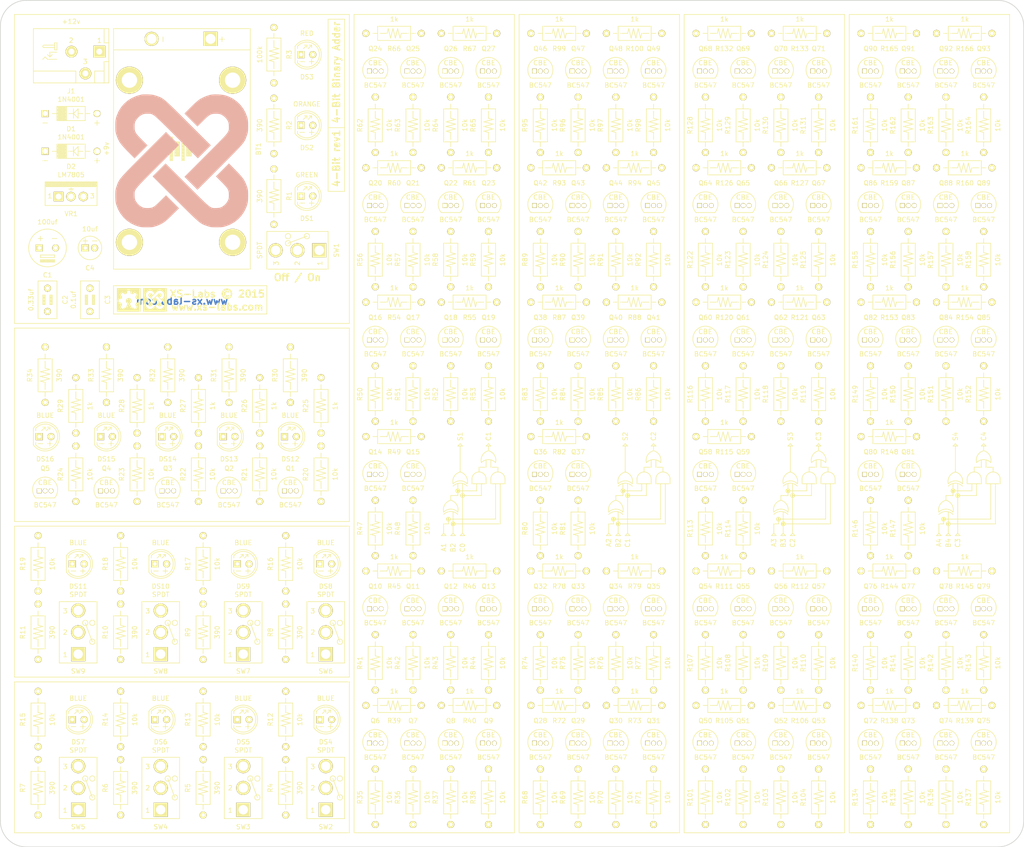
<source format=kicad_pcb>
(kicad_pcb (version 4) (host pcbnew "(2015-08-21 BZR 6112)-product")
  (title_block (title "4-Bit Computer") (date 2015-08-25) (rev 1) (company XS-Labs))
  (layers (0 F.Cu signal) (1 In1.Cu signal) (2 In2.Cu signal) (31 B.Cu signal) (34 B.Paste user) (35 F.Paste user) (36 B.SilkS user) (37 F.SilkS user) (38 B.Mask user) (39 F.Mask user) (44 Edge.Cuts user))
  (net 0 "")
  (net 1 "Net-(BT1-Pad2)")
  (net 2 "Net-(BT1-Pad1)")
  (net 3 "Net-(C1-Pad1)")
  (net 4 "Net-(D1-Pad2)")
  (net 5 "Net-(DS1-Pad1)")
  (net 6 "Net-(DS2-Pad1)")
  (net 7 "Net-(DS3-Pad1)")
  (net 8 "Net-(J1-Pad2)")
  (net 9 "Net-(R3-Pad1)")
  (net 10 +5V)
  (net 11 "Net-(DS4-Pad2)")
  (net 12 "Net-(DS4-Pad1)")
  (net 13 "Net-(DS5-Pad2)")
  (net 14 "Net-(DS5-Pad1)")
  (net 15 "Net-(DS6-Pad2)")
  (net 16 "Net-(DS6-Pad1)")
  (net 17 "Net-(DS7-Pad2)")
  (net 18 "Net-(DS7-Pad1)")
  (net 19 "Net-(DS8-Pad2)")
  (net 20 "Net-(DS8-Pad1)")
  (net 21 "Net-(DS9-Pad2)")
  (net 22 "Net-(DS9-Pad1)")
  (net 23 "Net-(DS10-Pad2)")
  (net 24 "Net-(DS10-Pad1)")
  (net 25 "Net-(DS11-Pad2)")
  (net 26 "Net-(DS11-Pad1)")
  (net 27 "Net-(DS12-Pad2)")
  (net 28 "Net-(DS12-Pad1)")
  (net 29 "Net-(DS13-Pad2)")
  (net 30 "Net-(DS13-Pad1)")
  (net 31 "Net-(DS14-Pad2)")
  (net 32 "Net-(DS14-Pad1)")
  (net 33 "Net-(DS15-Pad2)")
  (net 34 "Net-(DS15-Pad1)")
  (net 35 "Net-(DS16-Pad2)")
  (net 36 "Net-(DS16-Pad1)")
  (net 37 "Net-(Q1-Pad2)")
  (net 38 "Net-(Q1-Pad1)")
  (net 39 "Net-(Q2-Pad2)")
  (net 40 "Net-(Q2-Pad1)")
  (net 41 "Net-(Q3-Pad2)")
  (net 42 "Net-(Q3-Pad1)")
  (net 43 "Net-(Q4-Pad2)")
  (net 44 "Net-(Q4-Pad1)")
  (net 45 "Net-(Q5-Pad2)")
  (net 46 "Net-(Q5-Pad1)")
  (net 47 "Net-(Q6-Pad2)")
  (net 48 "Net-(Q6-Pad1)")
  (net 49 "Net-(Q6-Pad3)")
  (net 50 "Net-(Q7-Pad2)")
  (net 51 "Net-(Q8-Pad2)")
  (net 52 "Net-(Q8-Pad3)")
  (net 53 "Net-(Q9-Pad2)")
  (net 54 "Net-(Q9-Pad3)")
  (net 55 "Net-(Q10-Pad2)")
  (net 56 "Net-(Q10-Pad1)")
  (net 57 "Net-(Q10-Pad3)")
  (net 58 "Net-(Q11-Pad2)")
  (net 59 "Net-(Q12-Pad2)")
  (net 60 "Net-(Q12-Pad1)")
  (net 61 "Net-(Q12-Pad3)")
  (net 62 "Net-(Q13-Pad2)")
  (net 63 "Net-(Q14-Pad2)")
  (net 64 "Net-(Q14-Pad1)")
  (net 65 "Net-(Q14-Pad3)")
  (net 66 "Net-(Q15-Pad2)")
  (net 67 "Net-(Q16-Pad2)")
  (net 68 "Net-(Q16-Pad1)")
  (net 69 "Net-(Q16-Pad3)")
  (net 70 "Net-(Q17-Pad2)")
  (net 71 "Net-(Q18-Pad2)")
  (net 72 "Net-(Q18-Pad3)")
  (net 73 "Net-(Q19-Pad2)")
  (net 74 "Net-(Q19-Pad3)")
  (net 75 "Net-(Q20-Pad2)")
  (net 76 "Net-(Q20-Pad1)")
  (net 77 "Net-(Q20-Pad3)")
  (net 78 "Net-(Q21-Pad2)")
  (net 79 "Net-(Q22-Pad2)")
  (net 80 "Net-(Q22-Pad1)")
  (net 81 "Net-(Q22-Pad3)")
  (net 82 "Net-(Q23-Pad2)")
  (net 83 "Net-(Q24-Pad2)")
  (net 84 S1)
  (net 85 "Net-(Q24-Pad3)")
  (net 86 "Net-(Q25-Pad2)")
  (net 87 "Net-(Q26-Pad2)")
  (net 88 "/Adder 1/C1")
  (net 89 "Net-(Q27-Pad2)")
  (net 90 "Net-(Q28-Pad2)")
  (net 91 "Net-(Q28-Pad1)")
  (net 92 "Net-(Q28-Pad3)")
  (net 93 "Net-(Q29-Pad2)")
  (net 94 "Net-(Q30-Pad2)")
  (net 95 "Net-(Q30-Pad3)")
  (net 96 "Net-(Q31-Pad2)")
  (net 97 "Net-(Q31-Pad3)")
  (net 98 "Net-(Q32-Pad2)")
  (net 99 "Net-(Q32-Pad1)")
  (net 100 "Net-(Q32-Pad3)")
  (net 101 "Net-(Q33-Pad2)")
  (net 102 "Net-(Q34-Pad2)")
  (net 103 "Net-(Q34-Pad1)")
  (net 104 "Net-(Q34-Pad3)")
  (net 105 "Net-(Q35-Pad2)")
  (net 106 "Net-(Q36-Pad2)")
  (net 107 "Net-(Q36-Pad1)")
  (net 108 "Net-(Q36-Pad3)")
  (net 109 "Net-(Q37-Pad2)")
  (net 110 "Net-(Q38-Pad2)")
  (net 111 "Net-(Q38-Pad1)")
  (net 112 "Net-(Q38-Pad3)")
  (net 113 "Net-(Q39-Pad2)")
  (net 114 "Net-(Q40-Pad2)")
  (net 115 "Net-(Q40-Pad3)")
  (net 116 "Net-(Q41-Pad2)")
  (net 117 "Net-(Q41-Pad3)")
  (net 118 "Net-(Q42-Pad2)")
  (net 119 "Net-(Q42-Pad1)")
  (net 120 "Net-(Q42-Pad3)")
  (net 121 "Net-(Q43-Pad2)")
  (net 122 "Net-(Q44-Pad2)")
  (net 123 "Net-(Q44-Pad1)")
  (net 124 "Net-(Q44-Pad3)")
  (net 125 "Net-(Q45-Pad2)")
  (net 126 "Net-(Q46-Pad2)")
  (net 127 S2)
  (net 128 "Net-(Q46-Pad3)")
  (net 129 "Net-(Q47-Pad2)")
  (net 130 "Net-(Q48-Pad2)")
  (net 131 "/Adder 2/C2")
  (net 132 "Net-(Q49-Pad2)")
  (net 133 "Net-(Q50-Pad2)")
  (net 134 "Net-(Q50-Pad1)")
  (net 135 "Net-(Q50-Pad3)")
  (net 136 "Net-(Q51-Pad2)")
  (net 137 "Net-(Q52-Pad2)")
  (net 138 "Net-(Q52-Pad3)")
  (net 139 "Net-(Q53-Pad2)")
  (net 140 "Net-(Q53-Pad3)")
  (net 141 "Net-(Q54-Pad2)")
  (net 142 "Net-(Q54-Pad1)")
  (net 143 "Net-(Q54-Pad3)")
  (net 144 "Net-(Q55-Pad2)")
  (net 145 "Net-(Q56-Pad2)")
  (net 146 "Net-(Q56-Pad1)")
  (net 147 "Net-(Q56-Pad3)")
  (net 148 "Net-(Q57-Pad2)")
  (net 149 "Net-(Q58-Pad2)")
  (net 150 "Net-(Q58-Pad1)")
  (net 151 "Net-(Q58-Pad3)")
  (net 152 "Net-(Q59-Pad2)")
  (net 153 "Net-(Q60-Pad2)")
  (net 154 "Net-(Q60-Pad1)")
  (net 155 "Net-(Q60-Pad3)")
  (net 156 "Net-(Q61-Pad2)")
  (net 157 "Net-(Q62-Pad2)")
  (net 158 "Net-(Q62-Pad3)")
  (net 159 "Net-(Q63-Pad2)")
  (net 160 "Net-(Q63-Pad3)")
  (net 161 "Net-(Q64-Pad2)")
  (net 162 "Net-(Q64-Pad1)")
  (net 163 "Net-(Q64-Pad3)")
  (net 164 "Net-(Q65-Pad2)")
  (net 165 "Net-(Q66-Pad2)")
  (net 166 "Net-(Q66-Pad1)")
  (net 167 "Net-(Q66-Pad3)")
  (net 168 "Net-(Q67-Pad2)")
  (net 169 "Net-(Q68-Pad2)")
  (net 170 S3)
  (net 171 "Net-(Q68-Pad3)")
  (net 172 "Net-(Q69-Pad2)")
  (net 173 "Net-(Q70-Pad2)")
  (net 174 "/Adder 3/C3")
  (net 175 "Net-(Q71-Pad2)")
  (net 176 "Net-(Q72-Pad2)")
  (net 177 "Net-(Q72-Pad1)")
  (net 178 "Net-(Q72-Pad3)")
  (net 179 "Net-(Q73-Pad2)")
  (net 180 "Net-(Q74-Pad2)")
  (net 181 "Net-(Q74-Pad3)")
  (net 182 "Net-(Q75-Pad2)")
  (net 183 "Net-(Q75-Pad3)")
  (net 184 "Net-(Q76-Pad2)")
  (net 185 "Net-(Q76-Pad1)")
  (net 186 "Net-(Q76-Pad3)")
  (net 187 "Net-(Q77-Pad2)")
  (net 188 "Net-(Q78-Pad2)")
  (net 189 "Net-(Q78-Pad1)")
  (net 190 "Net-(Q78-Pad3)")
  (net 191 "Net-(Q79-Pad2)")
  (net 192 "Net-(Q80-Pad2)")
  (net 193 "Net-(Q80-Pad1)")
  (net 194 "Net-(Q80-Pad3)")
  (net 195 "Net-(Q81-Pad2)")
  (net 196 "Net-(Q82-Pad2)")
  (net 197 "Net-(Q82-Pad1)")
  (net 198 "Net-(Q82-Pad3)")
  (net 199 "Net-(Q83-Pad2)")
  (net 200 "Net-(Q84-Pad2)")
  (net 201 "Net-(Q84-Pad3)")
  (net 202 "Net-(Q85-Pad2)")
  (net 203 "Net-(Q85-Pad3)")
  (net 204 "Net-(Q86-Pad2)")
  (net 205 "Net-(Q86-Pad1)")
  (net 206 "Net-(Q86-Pad3)")
  (net 207 "Net-(Q87-Pad2)")
  (net 208 "Net-(Q88-Pad2)")
  (net 209 "Net-(Q88-Pad1)")
  (net 210 "Net-(Q88-Pad3)")
  (net 211 "Net-(Q89-Pad2)")
  (net 212 "Net-(Q90-Pad2)")
  (net 213 S4)
  (net 214 "Net-(Q90-Pad3)")
  (net 215 "Net-(Q91-Pad2)")
  (net 216 "Net-(Q92-Pad2)")
  (net 217 C4)
  (net 218 "Net-(Q93-Pad2)")
  (net 219 A1)
  (net 220 A2)
  (net 221 A3)
  (net 222 A4)
  (net 223 B1)
  (net 224 B2)
  (net 225 B3)
  (net 226 B4)
  (net 227 "Net-(R30-Pad1)")
  (net 228 "Net-(SW2-Pad3)")
  (net 229 "Net-(SW3-Pad3)")
  (net 230 "Net-(SW4-Pad3)")
  (net 231 "Net-(SW5-Pad3)")
  (net 232 "Net-(SW6-Pad3)")
  (net 233 "Net-(SW7-Pad3)")
  (net 234 "Net-(SW8-Pad3)")
  (net 235 "Net-(SW9-Pad3)")
  (module XS:Logo-XS-30mm (layer B.Cu) (at 78.74 137.16)
    (fp_text reference G*** hide)
    (fp_text value LOGO hide)
  )
  (module XS:Power-Keystone-9v-Battery-Holder (layer F.Cu) (at 78.74 134.62 90)
    (fp_text reference BT1 (at 0 16.51 90) (layer F.SilkS))
    (fp_text value +9v (at 0 -16.256 90) (layer F.SilkS))
    (pad 3 thru_hole circle (at -20.1168 -11.303 90) (size 5.842 5.842) (drill 3.302) (layers *.Cu *.Mask F.SilkS))
    (pad 4 thru_hole circle (at 14.8082 -11.303 90) (size 5.842 5.842) (drill 3.302) (layers *.Cu *.Mask F.SilkS))
    (pad 5 thru_hole circle (at -20.1168 10.922 90) (size 5.842 5.842) (drill 3.302) (layers *.Cu *.Mask F.SilkS))
    (pad 6 thru_hole circle (at 14.8082 10.922 90) (size 5.842 5.842) (drill 3.302) (layers *.Cu *.Mask F.SilkS))
    (pad 2 thru_hole circle (at 23.6982 -6.5405 90) (size 3.048 3.048) (drill 2.159) (layers *.Cu *.Mask F.SilkS) (net 1 "Net-(BT1-Pad2)"))
    (pad 1 thru_hole rect (at 23.6982 6.1595 90) (size 3.048 3.048) (drill 2.159) (layers *.Cu *.Mask F.SilkS) (net 2 "Net-(BT1-Pad1)"))
  )
  (module XS:Capacitor-Vishay-515D-8mm (layer F.Cu) (at 49.784 155.956)
    (fp_text reference C1 (at 0 5.842) (layer F.SilkS))
    (fp_text value 100uf (at 0 -5.588) (layer F.SilkS))
    (pad 1 thru_hole rect (at -1.75 0) (size 1.5 1.5) (drill 0.8) (layers *.Cu *.Mask F.SilkS) (net 3 "Net-(C1-Pad1)"))
    (pad 2 thru_hole circle (at 1.75 0) (size 1.5 1.5) (drill 0.8) (layers *.Cu *.Mask F.SilkS) (net 10 +5V))
  )
  (module XS:Capacitor-Murata-RCE-Series-5mm (layer F.Cu) (at 49.784 167.132 90)
    (fp_text reference C2 (at 0 3.81 90) (layer F.SilkS))
    (fp_text value 0.33uf (at 0 -3.556 90) (layer F.SilkS))
    (pad 1 thru_hole circle (at 2.5 0 90) (size 1.524 1.524) (drill 0.762) (layers *.Cu *.Mask F.SilkS) (net 3 "Net-(C1-Pad1)"))
    (pad 2 thru_hole circle (at -2.5 0 90) (size 1.524 1.524) (drill 0.762) (layers *.Cu *.Mask F.SilkS) (net 10 +5V))
  )
  (module XS:Capacitor-Murata-RCE-Series-5mm (layer F.Cu) (at 58.928 167.132 90)
    (fp_text reference C3 (at 0 3.81 90) (layer F.SilkS))
    (fp_text value 0.1uf (at 0 -3.556 90) (layer F.SilkS))
    (pad 1 thru_hole circle (at 2.5 0 90) (size 1.524 1.524) (drill 0.762) (layers *.Cu *.Mask F.SilkS) (net 10 +5V))
    (pad 2 thru_hole circle (at -2.5 0 90) (size 1.524 1.524) (drill 0.762) (layers *.Cu *.Mask F.SilkS) (net 10 +5V))
  )
  (module XS:Capacitor-Vishay-515D-5mm (layer F.Cu) (at 58.928 155.956)
    (fp_text reference C4 (at 0 4.318) (layer F.SilkS))
    (fp_text value 10uf (at 0 -4.064) (layer F.SilkS))
    (pad 1 thru_hole rect (at -1 0) (size 1.524 1.524) (drill 0.762) (layers *.Cu *.Mask F.SilkS) (net 10 +5V))
    (pad 2 thru_hole circle (at 1 0) (size 1.524 1.524) (drill 0.762) (layers *.Cu *.Mask F.SilkS) (net 10 +5V))
  )
  (module XS:Diode-DO-41 (layer F.Cu) (at 54.864 127)
    (fp_text reference D1 (at 0 3.302) (layer F.SilkS))
    (fp_text value 1N4001 (at 0 -3.048) (layer F.SilkS))
    (pad 2 thru_hole circle (at 5.588 0) (size 1.524 1.524) (drill 1.016) (layers *.Cu *.Mask F.SilkS) (net 4 "Net-(D1-Pad2)"))
    (pad 1 thru_hole rect (at -5.588 0) (size 1.524 1.524) (drill 1.016) (layers *.Cu *.Mask F.SilkS) (net 3 "Net-(C1-Pad1)"))
  )
  (module XS:Diode-DO-41 (layer F.Cu) (at 54.864 135.128)
    (fp_text reference D2 (at 0 3.302) (layer F.SilkS))
    (fp_text value 1N4001 (at 0 -3.048) (layer F.SilkS))
    (pad 2 thru_hole circle (at 5.588 0) (size 1.524 1.524) (drill 1.016) (layers *.Cu *.Mask F.SilkS) (net 2 "Net-(BT1-Pad1)"))
    (pad 1 thru_hole rect (at -5.588 0) (size 1.524 1.524) (drill 1.016) (layers *.Cu *.Mask F.SilkS) (net 3 "Net-(C1-Pad1)"))
  )
  (module XS:LED-T1-3-4-5mm (layer F.Cu) (at 105.664 144.78)
    (fp_text reference DS1 (at 0 4.826) (layer F.SilkS))
    (fp_text value GREEN (at 0 -4.572) (layer F.SilkS))
    (pad 2 thru_hole circle (at 1.27 0) (size 1.524 1.524) (drill 0.762) (layers *.Cu *.Mask F.SilkS) (net 4 "Net-(D1-Pad2)"))
    (pad 1 thru_hole rect (at -1.27 0) (size 1.524 1.524) (drill 0.762) (layers *.Cu *.Mask F.SilkS) (net 5 "Net-(DS1-Pad1)"))
  )
  (module XS:LED-T1-3-4-5mm (layer F.Cu) (at 105.664 129.54)
    (fp_text reference DS2 (at 0 4.826) (layer F.SilkS))
    (fp_text value ORANGE (at 0 -4.572) (layer F.SilkS))
    (pad 2 thru_hole circle (at 1.27 0) (size 1.524 1.524) (drill 0.762) (layers *.Cu *.Mask F.SilkS) (net 2 "Net-(BT1-Pad1)"))
    (pad 1 thru_hole rect (at -1.27 0) (size 1.524 1.524) (drill 0.762) (layers *.Cu *.Mask F.SilkS) (net 6 "Net-(DS2-Pad1)"))
  )
  (module XS:LED-T1-3-4-5mm (layer F.Cu) (at 105.664 114.3)
    (fp_text reference DS3 (at 0 4.826) (layer F.SilkS))
    (fp_text value RED (at 0 -4.572) (layer F.SilkS))
    (pad 2 thru_hole circle (at 1.27 0) (size 1.524 1.524) (drill 0.762) (layers *.Cu *.Mask F.SilkS) (net 4 "Net-(D1-Pad2)"))
    (pad 1 thru_hole rect (at -1.27 0) (size 1.524 1.524) (drill 0.762) (layers *.Cu *.Mask F.SilkS) (net 7 "Net-(DS3-Pad1)"))
  )
  (module XS:Power-Adafruit-DC-Barrel-Jack (layer F.Cu) (at 54.864 113.792)
    (fp_text reference J1 (at 0 8.382) (layer F.SilkS))
    (fp_text value +12v (at 0 -6.604) (layer F.SilkS))
    (fp_text user 3 (at 3.048 2.032) (layer F.SilkS))
    (fp_text user 2 (at 0 -2.54) (layer F.SilkS))
    (fp_text user 1 (at 6.096 -2.54) (layer F.SilkS))
    (pad 3 thru_hole circle (at 3.08 4.574) (size 2.54 2.54) (drill 1.27) (layers *.Cu *.Mask F.SilkS) (net 1 "Net-(BT1-Pad2)"))
    (pad 2 thru_hole circle (at 0.08 -0.126) (size 2.54 2.54) (drill 1.27) (layers *.Cu *.Mask F.SilkS) (net 8 "Net-(J1-Pad2)"))
    (pad 1 thru_hole rect (at 6.08 -0.126) (size 2.54 2.54) (drill 1.27) (layers *.Cu *.Mask F.SilkS) (net 4 "Net-(D1-Pad2)"))
  )
  (module XS:Resistor-Ohmite-OD-Series (layer F.Cu) (at 98.552 144.78 90)
    (fp_text reference R1 (at 0 3.302 90) (layer F.SilkS))
    (fp_text value 390 (at 0 -3.048 90) (layer F.SilkS))
    (pad 1 thru_hole circle (at -6.096 0 90) (size 1.524 1.524) (drill 0.762) (layers *.Cu *.Mask F.SilkS) (net 10 +5V))
    (pad 2 thru_hole circle (at 5.842 0 90) (size 1.524 1.524) (drill 0.762) (layers *.Cu *.Mask F.SilkS) (net 5 "Net-(DS1-Pad1)"))
  )
  (module XS:Resistor-Ohmite-OD-Series (layer F.Cu) (at 98.552 129.54 90)
    (fp_text reference R2 (at 0 3.302 90) (layer F.SilkS))
    (fp_text value 390 (at 0 -3.048 90) (layer F.SilkS))
    (pad 1 thru_hole circle (at -6.096 0 90) (size 1.524 1.524) (drill 0.762) (layers *.Cu *.Mask F.SilkS) (net 10 +5V))
    (pad 2 thru_hole circle (at 5.842 0 90) (size 1.524 1.524) (drill 0.762) (layers *.Cu *.Mask F.SilkS) (net 6 "Net-(DS2-Pad1)"))
  )
  (module XS:Resistor-Ohmite-OD-Series (layer F.Cu) (at 98.552 114.3 90)
    (fp_text reference R3 (at 0 3.302 90) (layer F.SilkS))
    (fp_text value 100k (at 0 -3.048 90) (layer F.SilkS))
    (pad 1 thru_hole circle (at -6.096 0 90) (size 1.524 1.524) (drill 0.762) (layers *.Cu *.Mask F.SilkS) (net 9 "Net-(R3-Pad1)"))
    (pad 2 thru_hole circle (at 5.842 0 90) (size 1.524 1.524) (drill 0.762) (layers *.Cu *.Mask F.SilkS) (net 7 "Net-(DS3-Pad1)"))
  )
  (module XS:Switch-NKK-Series-M-SPDT (layer F.Cu) (at 103.632 156.464 90)
    (fp_text reference SW1 (at 0 8.382 90) (layer F.SilkS))
    (fp_text value SPDT (at 0 -8.128 90) (layer F.SilkS))
    (fp_text user 3 (at -2.794 -4.572 90) (layer F.SilkS))
    (fp_text user 2 (at -2.794 0 90) (layer F.SilkS))
    (fp_text user 1 (at -2.794 4.826 90) (layer F.SilkS))
    (pad 2 thru_hole circle (at 0 0 90) (size 3.048 3.048) (drill 2.032) (layers *.Cu *.Mask F.SilkS) (net 8 "Net-(J1-Pad2)"))
    (pad 3 thru_hole circle (at 0 -4.699 90) (size 3.048 3.048) (drill 2.032) (layers *.Cu *.Mask F.SilkS) (net 9 "Net-(R3-Pad1)"))
    (pad 1 thru_hole rect (at 0 4.699 90) (size 3.048 3.048) (drill oval 2.032) (layers *.Cu *.Mask F.SilkS) (net 10 +5V))
  )
  (module XS:Power-Failrchild-LM78XX-TO-220 (layer F.Cu) (at 54.864 144.78)
    (fp_text reference VR1 (at 0 3.81) (layer F.SilkS))
    (fp_text value LM7805 (at 0 -4.572) (layer F.SilkS))
    (fp_text user 1 (at -4.572 0) (layer F.SilkS))
    (fp_text user 3 (at 4.572 0) (layer F.SilkS))
    (pad VI thru_hole rect (at -2.704 0.102) (size 2.032 2.032) (drill oval 1.27) (layers *.Cu *.Mask F.SilkS) (net 3 "Net-(C1-Pad1)"))
    (pad GND thru_hole circle (at -0.034 0.102) (size 2.032 2.032) (drill oval 1.27) (layers *.Cu *.Mask F.SilkS) (net 10 +5V))
    (pad VO thru_hole circle (at 2.636 0.102) (size 2.032 2.032) (drill oval 1.27) (layers *.Cu *.Mask F.SilkS) (net 10 +5V))
  )
  (module XS:Logo-XS-OSHW-Copyright (layer F.Cu) (at 70.104 167.132)
    (fp_text reference G*** hide)
    (fp_text value LOGO hide)
    (fp_text user www.xs-labs.com (at 16.256 1.524) (layer F.SilkS) (effects (font (size 1.5 1.5) (thickness 0.3))))
    (fp_text user "XS-Labs © 2015" (at 16.256 -1.27) (layer F.SilkS) (effects (font (size 1.5 1.5) (thickness 0.3))))
  )
  (module XS:LED-T1-3-4-5mm (layer F.Cu) (at 109.728 257.556)
    (fp_text reference DS4 (at 0 4.826) (layer F.SilkS))
    (fp_text value BLUE (at 0 -4.572) (layer F.SilkS))
    (pad 2 thru_hole circle (at 1.27 0) (size 1.524 1.524) (drill 0.762) (layers *.Cu *.Mask F.SilkS) (net 11 "Net-(DS4-Pad2)"))
    (pad 1 thru_hole rect (at -1.27 0) (size 1.524 1.524) (drill 0.762) (layers *.Cu *.Mask F.SilkS) (net 12 "Net-(DS4-Pad1)"))
  )
  (module XS:LED-T1-3-4-5mm (layer F.Cu) (at 91.948 257.556)
    (fp_text reference DS5 (at 0 4.826) (layer F.SilkS))
    (fp_text value BLUE (at 0 -4.572) (layer F.SilkS))
    (pad 2 thru_hole circle (at 1.27 0) (size 1.524 1.524) (drill 0.762) (layers *.Cu *.Mask F.SilkS) (net 13 "Net-(DS5-Pad2)"))
    (pad 1 thru_hole rect (at -1.27 0) (size 1.524 1.524) (drill 0.762) (layers *.Cu *.Mask F.SilkS) (net 14 "Net-(DS5-Pad1)"))
  )
  (module XS:LED-T1-3-4-5mm (layer F.Cu) (at 74.168 257.556)
    (fp_text reference DS6 (at 0 4.826) (layer F.SilkS))
    (fp_text value BLUE (at 0 -4.572) (layer F.SilkS))
    (pad 2 thru_hole circle (at 1.27 0) (size 1.524 1.524) (drill 0.762) (layers *.Cu *.Mask F.SilkS) (net 15 "Net-(DS6-Pad2)"))
    (pad 1 thru_hole rect (at -1.27 0) (size 1.524 1.524) (drill 0.762) (layers *.Cu *.Mask F.SilkS) (net 16 "Net-(DS6-Pad1)"))
  )
  (module XS:LED-T1-3-4-5mm (layer F.Cu) (at 56.388 257.556)
    (fp_text reference DS7 (at 0 4.826) (layer F.SilkS))
    (fp_text value BLUE (at 0 -4.572) (layer F.SilkS))
    (pad 2 thru_hole circle (at 1.27 0) (size 1.524 1.524) (drill 0.762) (layers *.Cu *.Mask F.SilkS) (net 17 "Net-(DS7-Pad2)"))
    (pad 1 thru_hole rect (at -1.27 0) (size 1.524 1.524) (drill 0.762) (layers *.Cu *.Mask F.SilkS) (net 18 "Net-(DS7-Pad1)"))
  )
  (module XS:LED-T1-3-4-5mm (layer F.Cu) (at 109.728 224.028)
    (fp_text reference DS8 (at 0 4.826) (layer F.SilkS))
    (fp_text value BLUE (at 0 -4.572) (layer F.SilkS))
    (pad 2 thru_hole circle (at 1.27 0) (size 1.524 1.524) (drill 0.762) (layers *.Cu *.Mask F.SilkS) (net 19 "Net-(DS8-Pad2)"))
    (pad 1 thru_hole rect (at -1.27 0) (size 1.524 1.524) (drill 0.762) (layers *.Cu *.Mask F.SilkS) (net 20 "Net-(DS8-Pad1)"))
  )
  (module XS:LED-T1-3-4-5mm (layer F.Cu) (at 91.948 224.028)
    (fp_text reference DS9 (at 0 4.826) (layer F.SilkS))
    (fp_text value BLUE (at 0 -4.572) (layer F.SilkS))
    (pad 2 thru_hole circle (at 1.27 0) (size 1.524 1.524) (drill 0.762) (layers *.Cu *.Mask F.SilkS) (net 21 "Net-(DS9-Pad2)"))
    (pad 1 thru_hole rect (at -1.27 0) (size 1.524 1.524) (drill 0.762) (layers *.Cu *.Mask F.SilkS) (net 22 "Net-(DS9-Pad1)"))
  )
  (module XS:LED-T1-3-4-5mm (layer F.Cu) (at 74.168 224.028)
    (fp_text reference DS10 (at 0 4.826) (layer F.SilkS))
    (fp_text value BLUE (at 0 -4.572) (layer F.SilkS))
    (pad 2 thru_hole circle (at 1.27 0) (size 1.524 1.524) (drill 0.762) (layers *.Cu *.Mask F.SilkS) (net 23 "Net-(DS10-Pad2)"))
    (pad 1 thru_hole rect (at -1.27 0) (size 1.524 1.524) (drill 0.762) (layers *.Cu *.Mask F.SilkS) (net 24 "Net-(DS10-Pad1)"))
  )
  (module XS:LED-T1-3-4-5mm (layer F.Cu) (at 56.388 224.028)
    (fp_text reference DS11 (at 0 4.826) (layer F.SilkS))
    (fp_text value BLUE (at 0 -4.572) (layer F.SilkS))
    (pad 2 thru_hole circle (at 1.27 0) (size 1.524 1.524) (drill 0.762) (layers *.Cu *.Mask F.SilkS) (net 25 "Net-(DS11-Pad2)"))
    (pad 1 thru_hole rect (at -1.27 0) (size 1.524 1.524) (drill 0.762) (layers *.Cu *.Mask F.SilkS) (net 26 "Net-(DS11-Pad1)"))
  )
  (module XS:LED-T1-3-4-5mm (layer F.Cu) (at 102.108 196.596)
    (fp_text reference DS12 (at 0 4.826) (layer F.SilkS))
    (fp_text value BLUE (at 0 -4.572) (layer F.SilkS))
    (pad 2 thru_hole circle (at 1.27 0) (size 1.524 1.524) (drill 0.762) (layers *.Cu *.Mask F.SilkS) (net 27 "Net-(DS12-Pad2)"))
    (pad 1 thru_hole rect (at -1.27 0) (size 1.524 1.524) (drill 0.762) (layers *.Cu *.Mask F.SilkS) (net 28 "Net-(DS12-Pad1)"))
  )
  (module XS:LED-T1-3-4-5mm (layer F.Cu) (at 88.9 196.596)
    (fp_text reference DS13 (at 0 4.826) (layer F.SilkS))
    (fp_text value BLUE (at 0 -4.572) (layer F.SilkS))
    (pad 2 thru_hole circle (at 1.27 0) (size 1.524 1.524) (drill 0.762) (layers *.Cu *.Mask F.SilkS) (net 29 "Net-(DS13-Pad2)"))
    (pad 1 thru_hole rect (at -1.27 0) (size 1.524 1.524) (drill 0.762) (layers *.Cu *.Mask F.SilkS) (net 30 "Net-(DS13-Pad1)"))
  )
  (module XS:LED-T1-3-4-5mm (layer F.Cu) (at 75.692 196.596)
    (fp_text reference DS14 (at 0 4.826) (layer F.SilkS))
    (fp_text value BLUE (at 0 -4.572) (layer F.SilkS))
    (pad 2 thru_hole circle (at 1.27 0) (size 1.524 1.524) (drill 0.762) (layers *.Cu *.Mask F.SilkS) (net 31 "Net-(DS14-Pad2)"))
    (pad 1 thru_hole rect (at -1.27 0) (size 1.524 1.524) (drill 0.762) (layers *.Cu *.Mask F.SilkS) (net 32 "Net-(DS14-Pad1)"))
  )
  (module XS:LED-T1-3-4-5mm (layer F.Cu) (at 62.484 196.596)
    (fp_text reference DS15 (at 0 4.826) (layer F.SilkS))
    (fp_text value BLUE (at 0 -4.572) (layer F.SilkS))
    (pad 2 thru_hole circle (at 1.27 0) (size 1.524 1.524) (drill 0.762) (layers *.Cu *.Mask F.SilkS) (net 33 "Net-(DS15-Pad2)"))
    (pad 1 thru_hole rect (at -1.27 0) (size 1.524 1.524) (drill 0.762) (layers *.Cu *.Mask F.SilkS) (net 34 "Net-(DS15-Pad1)"))
  )
  (module XS:LED-T1-3-4-5mm (layer F.Cu) (at 49.276 196.596)
    (fp_text reference DS16 (at 0 4.826) (layer F.SilkS))
    (fp_text value BLUE (at 0 -4.572) (layer F.SilkS))
    (pad 2 thru_hole circle (at 1.27 0) (size 1.524 1.524) (drill 0.762) (layers *.Cu *.Mask F.SilkS) (net 35 "Net-(DS16-Pad2)"))
    (pad 1 thru_hole rect (at -1.27 0) (size 1.524 1.524) (drill 0.762) (layers *.Cu *.Mask F.SilkS) (net 36 "Net-(DS16-Pad1)"))
  )
  (module XS:Transistor-Fairchild-BC546-BC547-BC548-BC549-BC550 (layer F.Cu) (at 102.108 208.28 180)
    (fp_text reference Q1 (at 0 4.826 180) (layer F.SilkS))
    (fp_text value BC547 (at 0 -3.048 180) (layer F.SilkS))
    (fp_text user C (at 1.016 1.778 180) (layer F.SilkS))
    (fp_text user B (at 0 1.778 180) (layer F.SilkS))
    (fp_text user E (at -1.016 1.778 180) (layer F.SilkS))
    (pad 2 thru_hole circle (at 0 0 180) (size 1.016 1.016) (drill 0.762) (layers *.Cu *.Mask F.SilkS) (net 37 "Net-(Q1-Pad2)"))
    (pad 1 thru_hole rect (at 1.27 0 180) (size 1.016 1.016) (drill 0.762) (layers *.Cu *.Mask F.SilkS) (net 38 "Net-(Q1-Pad1)"))
    (pad 3 thru_hole circle (at -1.27 0 180) (size 1.016 1.016) (drill 0.762) (layers *.Cu *.Mask F.SilkS) (net 10 +5V))
  )
  (module XS:Transistor-Fairchild-BC546-BC547-BC548-BC549-BC550 (layer F.Cu) (at 88.9 208.28 180)
    (fp_text reference Q2 (at 0 4.826 180) (layer F.SilkS))
    (fp_text value BC547 (at 0 -3.048 180) (layer F.SilkS))
    (fp_text user C (at 1.016 1.778 180) (layer F.SilkS))
    (fp_text user B (at 0 1.778 180) (layer F.SilkS))
    (fp_text user E (at -1.016 1.778 180) (layer F.SilkS))
    (pad 2 thru_hole circle (at 0 0 180) (size 1.016 1.016) (drill 0.762) (layers *.Cu *.Mask F.SilkS) (net 39 "Net-(Q2-Pad2)"))
    (pad 1 thru_hole rect (at 1.27 0 180) (size 1.016 1.016) (drill 0.762) (layers *.Cu *.Mask F.SilkS) (net 40 "Net-(Q2-Pad1)"))
    (pad 3 thru_hole circle (at -1.27 0 180) (size 1.016 1.016) (drill 0.762) (layers *.Cu *.Mask F.SilkS) (net 10 +5V))
  )
  (module XS:Transistor-Fairchild-BC546-BC547-BC548-BC549-BC550 (layer F.Cu) (at 75.692 208.28 180)
    (fp_text reference Q3 (at 0 4.826 180) (layer F.SilkS))
    (fp_text value BC547 (at 0 -3.048 180) (layer F.SilkS))
    (fp_text user C (at 1.016 1.778 180) (layer F.SilkS))
    (fp_text user B (at 0 1.778 180) (layer F.SilkS))
    (fp_text user E (at -1.016 1.778 180) (layer F.SilkS))
    (pad 2 thru_hole circle (at 0 0 180) (size 1.016 1.016) (drill 0.762) (layers *.Cu *.Mask F.SilkS) (net 41 "Net-(Q3-Pad2)"))
    (pad 1 thru_hole rect (at 1.27 0 180) (size 1.016 1.016) (drill 0.762) (layers *.Cu *.Mask F.SilkS) (net 42 "Net-(Q3-Pad1)"))
    (pad 3 thru_hole circle (at -1.27 0 180) (size 1.016 1.016) (drill 0.762) (layers *.Cu *.Mask F.SilkS) (net 10 +5V))
  )
  (module XS:Transistor-Fairchild-BC546-BC547-BC548-BC549-BC550 (layer F.Cu) (at 62.484 208.28 180)
    (fp_text reference Q4 (at 0 4.826 180) (layer F.SilkS))
    (fp_text value BC547 (at 0 -3.048 180) (layer F.SilkS))
    (fp_text user C (at 1.016 1.778 180) (layer F.SilkS))
    (fp_text user B (at 0 1.778 180) (layer F.SilkS))
    (fp_text user E (at -1.016 1.778 180) (layer F.SilkS))
    (pad 2 thru_hole circle (at 0 0 180) (size 1.016 1.016) (drill 0.762) (layers *.Cu *.Mask F.SilkS) (net 43 "Net-(Q4-Pad2)"))
    (pad 1 thru_hole rect (at 1.27 0 180) (size 1.016 1.016) (drill 0.762) (layers *.Cu *.Mask F.SilkS) (net 44 "Net-(Q4-Pad1)"))
    (pad 3 thru_hole circle (at -1.27 0 180) (size 1.016 1.016) (drill 0.762) (layers *.Cu *.Mask F.SilkS) (net 10 +5V))
  )
  (module XS:Transistor-Fairchild-BC546-BC547-BC548-BC549-BC550 (layer F.Cu) (at 49.276 208.28 180)
    (fp_text reference Q5 (at 0 4.826 180) (layer F.SilkS))
    (fp_text value BC547 (at 0 -3.048 180) (layer F.SilkS))
    (fp_text user C (at 1.016 1.778 180) (layer F.SilkS))
    (fp_text user B (at 0 1.778 180) (layer F.SilkS))
    (fp_text user E (at -1.016 1.778 180) (layer F.SilkS))
    (pad 2 thru_hole circle (at 0 0 180) (size 1.016 1.016) (drill 0.762) (layers *.Cu *.Mask F.SilkS) (net 45 "Net-(Q5-Pad2)"))
    (pad 1 thru_hole rect (at 1.27 0 180) (size 1.016 1.016) (drill 0.762) (layers *.Cu *.Mask F.SilkS) (net 46 "Net-(Q5-Pad1)"))
    (pad 3 thru_hole circle (at -1.27 0 180) (size 1.016 1.016) (drill 0.762) (layers *.Cu *.Mask F.SilkS) (net 10 +5V))
  )
  (module XS:Transistor-Fairchild-BC546-BC547-BC548-BC549-BC550 (layer F.Cu) (at 120.396 262.636 180)
    (fp_text reference Q6 (at 0 4.826 180) (layer F.SilkS))
    (fp_text value BC547 (at 0 -3.048 180) (layer F.SilkS))
    (fp_text user C (at 1.016 1.778 180) (layer F.SilkS))
    (fp_text user B (at 0 1.778 180) (layer F.SilkS))
    (fp_text user E (at -1.016 1.778 180) (layer F.SilkS))
    (pad 2 thru_hole circle (at 0 0 180) (size 1.016 1.016) (drill 0.762) (layers *.Cu *.Mask F.SilkS) (net 47 "Net-(Q6-Pad2)"))
    (pad 1 thru_hole rect (at 1.27 0 180) (size 1.016 1.016) (drill 0.762) (layers *.Cu *.Mask F.SilkS) (net 48 "Net-(Q6-Pad1)"))
    (pad 3 thru_hole circle (at -1.27 0 180) (size 1.016 1.016) (drill 0.762) (layers *.Cu *.Mask F.SilkS) (net 49 "Net-(Q6-Pad3)"))
  )
  (module XS:Transistor-Fairchild-BC546-BC547-BC548-BC549-BC550 (layer F.Cu) (at 128.524 262.636 180)
    (fp_text reference Q7 (at 0 4.826 180) (layer F.SilkS))
    (fp_text value BC547 (at 0 -3.048 180) (layer F.SilkS))
    (fp_text user C (at 1.016 1.778 180) (layer F.SilkS))
    (fp_text user B (at 0 1.778 180) (layer F.SilkS))
    (fp_text user E (at -1.016 1.778 180) (layer F.SilkS))
    (pad 2 thru_hole circle (at 0 0 180) (size 1.016 1.016) (drill 0.762) (layers *.Cu *.Mask F.SilkS) (net 50 "Net-(Q7-Pad2)"))
    (pad 1 thru_hole rect (at 1.27 0 180) (size 1.016 1.016) (drill 0.762) (layers *.Cu *.Mask F.SilkS) (net 49 "Net-(Q6-Pad3)"))
    (pad 3 thru_hole circle (at -1.27 0 180) (size 1.016 1.016) (drill 0.762) (layers *.Cu *.Mask F.SilkS) (net 10 +5V))
  )
  (module XS:Transistor-Fairchild-BC546-BC547-BC548-BC549-BC550 (layer F.Cu) (at 136.652 262.636 180)
    (fp_text reference Q8 (at 0 4.826 180) (layer F.SilkS))
    (fp_text value BC547 (at 0 -3.048 180) (layer F.SilkS))
    (fp_text user C (at 1.016 1.778 180) (layer F.SilkS))
    (fp_text user B (at 0 1.778 180) (layer F.SilkS))
    (fp_text user E (at -1.016 1.778 180) (layer F.SilkS))
    (pad 2 thru_hole circle (at 0 0 180) (size 1.016 1.016) (drill 0.762) (layers *.Cu *.Mask F.SilkS) (net 51 "Net-(Q8-Pad2)"))
    (pad 1 thru_hole rect (at 1.27 0 180) (size 1.016 1.016) (drill 0.762) (layers *.Cu *.Mask F.SilkS) (net 10 +5V))
    (pad 3 thru_hole circle (at -1.27 0 180) (size 1.016 1.016) (drill 0.762) (layers *.Cu *.Mask F.SilkS) (net 52 "Net-(Q8-Pad3)"))
  )
  (module XS:Transistor-Fairchild-BC546-BC547-BC548-BC549-BC550 (layer F.Cu) (at 144.78 262.636 180)
    (fp_text reference Q9 (at 0 4.826 180) (layer F.SilkS))
    (fp_text value BC547 (at 0 -3.048 180) (layer F.SilkS))
    (fp_text user C (at 1.016 1.778 180) (layer F.SilkS))
    (fp_text user B (at 0 1.778 180) (layer F.SilkS))
    (fp_text user E (at -1.016 1.778 180) (layer F.SilkS))
    (pad 2 thru_hole circle (at 0 0 180) (size 1.016 1.016) (drill 0.762) (layers *.Cu *.Mask F.SilkS) (net 53 "Net-(Q9-Pad2)"))
    (pad 1 thru_hole rect (at 1.27 0 180) (size 1.016 1.016) (drill 0.762) (layers *.Cu *.Mask F.SilkS) (net 52 "Net-(Q8-Pad3)"))
    (pad 3 thru_hole circle (at -1.27 0 180) (size 1.016 1.016) (drill 0.762) (layers *.Cu *.Mask F.SilkS) (net 54 "Net-(Q9-Pad3)"))
  )
  (module XS:Transistor-Fairchild-BC546-BC547-BC548-BC549-BC550 (layer F.Cu) (at 120.396 233.68 180)
    (fp_text reference Q10 (at 0 4.826 180) (layer F.SilkS))
    (fp_text value BC547 (at 0 -3.048 180) (layer F.SilkS))
    (fp_text user C (at 1.016 1.778 180) (layer F.SilkS))
    (fp_text user B (at 0 1.778 180) (layer F.SilkS))
    (fp_text user E (at -1.016 1.778 180) (layer F.SilkS))
    (pad 2 thru_hole circle (at 0 0 180) (size 1.016 1.016) (drill 0.762) (layers *.Cu *.Mask F.SilkS) (net 55 "Net-(Q10-Pad2)"))
    (pad 1 thru_hole rect (at 1.27 0 180) (size 1.016 1.016) (drill 0.762) (layers *.Cu *.Mask F.SilkS) (net 56 "Net-(Q10-Pad1)"))
    (pad 3 thru_hole circle (at -1.27 0 180) (size 1.016 1.016) (drill 0.762) (layers *.Cu *.Mask F.SilkS) (net 57 "Net-(Q10-Pad3)"))
  )
  (module XS:Transistor-Fairchild-BC546-BC547-BC548-BC549-BC550 (layer F.Cu) (at 128.524 233.68 180)
    (fp_text reference Q11 (at 0 4.826 180) (layer F.SilkS))
    (fp_text value BC547 (at 0 -3.048 180) (layer F.SilkS))
    (fp_text user C (at 1.016 1.778 180) (layer F.SilkS))
    (fp_text user B (at 0 1.778 180) (layer F.SilkS))
    (fp_text user E (at -1.016 1.778 180) (layer F.SilkS))
    (pad 2 thru_hole circle (at 0 0 180) (size 1.016 1.016) (drill 0.762) (layers *.Cu *.Mask F.SilkS) (net 58 "Net-(Q11-Pad2)"))
    (pad 1 thru_hole rect (at 1.27 0 180) (size 1.016 1.016) (drill 0.762) (layers *.Cu *.Mask F.SilkS) (net 57 "Net-(Q10-Pad3)"))
    (pad 3 thru_hole circle (at -1.27 0 180) (size 1.016 1.016) (drill 0.762) (layers *.Cu *.Mask F.SilkS) (net 10 +5V))
  )
  (module XS:Transistor-Fairchild-BC546-BC547-BC548-BC549-BC550 (layer F.Cu) (at 136.652 233.68 180)
    (fp_text reference Q12 (at 0 4.826 180) (layer F.SilkS))
    (fp_text value BC547 (at 0 -3.048 180) (layer F.SilkS))
    (fp_text user C (at 1.016 1.778 180) (layer F.SilkS))
    (fp_text user B (at 0 1.778 180) (layer F.SilkS))
    (fp_text user E (at -1.016 1.778 180) (layer F.SilkS))
    (pad 2 thru_hole circle (at 0 0 180) (size 1.016 1.016) (drill 0.762) (layers *.Cu *.Mask F.SilkS) (net 59 "Net-(Q12-Pad2)"))
    (pad 1 thru_hole rect (at 1.27 0 180) (size 1.016 1.016) (drill 0.762) (layers *.Cu *.Mask F.SilkS) (net 60 "Net-(Q12-Pad1)"))
    (pad 3 thru_hole circle (at -1.27 0 180) (size 1.016 1.016) (drill 0.762) (layers *.Cu *.Mask F.SilkS) (net 61 "Net-(Q12-Pad3)"))
  )
  (module XS:Transistor-Fairchild-BC546-BC547-BC548-BC549-BC550 (layer F.Cu) (at 144.78 233.68 180)
    (fp_text reference Q13 (at 0 4.826 180) (layer F.SilkS))
    (fp_text value BC547 (at 0 -3.048 180) (layer F.SilkS))
    (fp_text user C (at 1.016 1.778 180) (layer F.SilkS))
    (fp_text user B (at 0 1.778 180) (layer F.SilkS))
    (fp_text user E (at -1.016 1.778 180) (layer F.SilkS))
    (pad 2 thru_hole circle (at 0 0 180) (size 1.016 1.016) (drill 0.762) (layers *.Cu *.Mask F.SilkS) (net 62 "Net-(Q13-Pad2)"))
    (pad 1 thru_hole rect (at 1.27 0 180) (size 1.016 1.016) (drill 0.762) (layers *.Cu *.Mask F.SilkS) (net 61 "Net-(Q12-Pad3)"))
    (pad 3 thru_hole circle (at -1.27 0 180) (size 1.016 1.016) (drill 0.762) (layers *.Cu *.Mask F.SilkS) (net 10 +5V))
  )
  (module XS:Transistor-Fairchild-BC546-BC547-BC548-BC549-BC550 (layer F.Cu) (at 120.396 204.724 180)
    (fp_text reference Q14 (at 0 4.826 180) (layer F.SilkS))
    (fp_text value BC547 (at 0 -3.048 180) (layer F.SilkS))
    (fp_text user C (at 1.016 1.778 180) (layer F.SilkS))
    (fp_text user B (at 0 1.778 180) (layer F.SilkS))
    (fp_text user E (at -1.016 1.778 180) (layer F.SilkS))
    (pad 2 thru_hole circle (at 0 0 180) (size 1.016 1.016) (drill 0.762) (layers *.Cu *.Mask F.SilkS) (net 63 "Net-(Q14-Pad2)"))
    (pad 1 thru_hole rect (at 1.27 0 180) (size 1.016 1.016) (drill 0.762) (layers *.Cu *.Mask F.SilkS) (net 64 "Net-(Q14-Pad1)"))
    (pad 3 thru_hole circle (at -1.27 0 180) (size 1.016 1.016) (drill 0.762) (layers *.Cu *.Mask F.SilkS) (net 65 "Net-(Q14-Pad3)"))
  )
  (module XS:Transistor-Fairchild-BC546-BC547-BC548-BC549-BC550 (layer F.Cu) (at 128.524 204.724 180)
    (fp_text reference Q15 (at 0 4.826 180) (layer F.SilkS))
    (fp_text value BC547 (at 0 -3.048 180) (layer F.SilkS))
    (fp_text user C (at 1.016 1.778 180) (layer F.SilkS))
    (fp_text user B (at 0 1.778 180) (layer F.SilkS))
    (fp_text user E (at -1.016 1.778 180) (layer F.SilkS))
    (pad 2 thru_hole circle (at 0 0 180) (size 1.016 1.016) (drill 0.762) (layers *.Cu *.Mask F.SilkS) (net 66 "Net-(Q15-Pad2)"))
    (pad 1 thru_hole rect (at 1.27 0 180) (size 1.016 1.016) (drill 0.762) (layers *.Cu *.Mask F.SilkS) (net 65 "Net-(Q14-Pad3)"))
    (pad 3 thru_hole circle (at -1.27 0 180) (size 1.016 1.016) (drill 0.762) (layers *.Cu *.Mask F.SilkS) (net 10 +5V))
  )
  (module XS:Transistor-Fairchild-BC546-BC547-BC548-BC549-BC550 (layer F.Cu) (at 120.396 175.768 180)
    (fp_text reference Q16 (at 0 4.826 180) (layer F.SilkS))
    (fp_text value BC547 (at 0 -3.048 180) (layer F.SilkS))
    (fp_text user C (at 1.016 1.778 180) (layer F.SilkS))
    (fp_text user B (at 0 1.778 180) (layer F.SilkS))
    (fp_text user E (at -1.016 1.778 180) (layer F.SilkS))
    (pad 2 thru_hole circle (at 0 0 180) (size 1.016 1.016) (drill 0.762) (layers *.Cu *.Mask F.SilkS) (net 67 "Net-(Q16-Pad2)"))
    (pad 1 thru_hole rect (at 1.27 0 180) (size 1.016 1.016) (drill 0.762) (layers *.Cu *.Mask F.SilkS) (net 68 "Net-(Q16-Pad1)"))
    (pad 3 thru_hole circle (at -1.27 0 180) (size 1.016 1.016) (drill 0.762) (layers *.Cu *.Mask F.SilkS) (net 69 "Net-(Q16-Pad3)"))
  )
  (module XS:Transistor-Fairchild-BC546-BC547-BC548-BC549-BC550 (layer F.Cu) (at 128.524 175.768 180)
    (fp_text reference Q17 (at 0 4.826 180) (layer F.SilkS))
    (fp_text value BC547 (at 0 -3.048 180) (layer F.SilkS))
    (fp_text user C (at 1.016 1.778 180) (layer F.SilkS))
    (fp_text user B (at 0 1.778 180) (layer F.SilkS))
    (fp_text user E (at -1.016 1.778 180) (layer F.SilkS))
    (pad 2 thru_hole circle (at 0 0 180) (size 1.016 1.016) (drill 0.762) (layers *.Cu *.Mask F.SilkS) (net 70 "Net-(Q17-Pad2)"))
    (pad 1 thru_hole rect (at 1.27 0 180) (size 1.016 1.016) (drill 0.762) (layers *.Cu *.Mask F.SilkS) (net 69 "Net-(Q16-Pad3)"))
    (pad 3 thru_hole circle (at -1.27 0 180) (size 1.016 1.016) (drill 0.762) (layers *.Cu *.Mask F.SilkS) (net 10 +5V))
  )
  (module XS:Transistor-Fairchild-BC546-BC547-BC548-BC549-BC550 (layer F.Cu) (at 136.652 175.768 180)
    (fp_text reference Q18 (at 0 4.826 180) (layer F.SilkS))
    (fp_text value BC547 (at 0 -3.048 180) (layer F.SilkS))
    (fp_text user C (at 1.016 1.778 180) (layer F.SilkS))
    (fp_text user B (at 0 1.778 180) (layer F.SilkS))
    (fp_text user E (at -1.016 1.778 180) (layer F.SilkS))
    (pad 2 thru_hole circle (at 0 0 180) (size 1.016 1.016) (drill 0.762) (layers *.Cu *.Mask F.SilkS) (net 71 "Net-(Q18-Pad2)"))
    (pad 1 thru_hole rect (at 1.27 0 180) (size 1.016 1.016) (drill 0.762) (layers *.Cu *.Mask F.SilkS) (net 10 +5V))
    (pad 3 thru_hole circle (at -1.27 0 180) (size 1.016 1.016) (drill 0.762) (layers *.Cu *.Mask F.SilkS) (net 72 "Net-(Q18-Pad3)"))
  )
  (module XS:Transistor-Fairchild-BC546-BC547-BC548-BC549-BC550 (layer F.Cu) (at 144.78 175.768 180)
    (fp_text reference Q19 (at 0 4.826 180) (layer F.SilkS))
    (fp_text value BC547 (at 0 -3.048 180) (layer F.SilkS))
    (fp_text user C (at 1.016 1.778 180) (layer F.SilkS))
    (fp_text user B (at 0 1.778 180) (layer F.SilkS))
    (fp_text user E (at -1.016 1.778 180) (layer F.SilkS))
    (pad 2 thru_hole circle (at 0 0 180) (size 1.016 1.016) (drill 0.762) (layers *.Cu *.Mask F.SilkS) (net 73 "Net-(Q19-Pad2)"))
    (pad 1 thru_hole rect (at 1.27 0 180) (size 1.016 1.016) (drill 0.762) (layers *.Cu *.Mask F.SilkS) (net 72 "Net-(Q18-Pad3)"))
    (pad 3 thru_hole circle (at -1.27 0 180) (size 1.016 1.016) (drill 0.762) (layers *.Cu *.Mask F.SilkS) (net 74 "Net-(Q19-Pad3)"))
  )
  (module XS:Transistor-Fairchild-BC546-BC547-BC548-BC549-BC550 (layer F.Cu) (at 120.396 146.812 180)
    (fp_text reference Q20 (at 0 4.826 180) (layer F.SilkS))
    (fp_text value BC547 (at 0 -3.048 180) (layer F.SilkS))
    (fp_text user C (at 1.016 1.778 180) (layer F.SilkS))
    (fp_text user B (at 0 1.778 180) (layer F.SilkS))
    (fp_text user E (at -1.016 1.778 180) (layer F.SilkS))
    (pad 2 thru_hole circle (at 0 0 180) (size 1.016 1.016) (drill 0.762) (layers *.Cu *.Mask F.SilkS) (net 75 "Net-(Q20-Pad2)"))
    (pad 1 thru_hole rect (at 1.27 0 180) (size 1.016 1.016) (drill 0.762) (layers *.Cu *.Mask F.SilkS) (net 76 "Net-(Q20-Pad1)"))
    (pad 3 thru_hole circle (at -1.27 0 180) (size 1.016 1.016) (drill 0.762) (layers *.Cu *.Mask F.SilkS) (net 77 "Net-(Q20-Pad3)"))
  )
  (module XS:Transistor-Fairchild-BC546-BC547-BC548-BC549-BC550 (layer F.Cu) (at 128.524 146.812 180)
    (fp_text reference Q21 (at 0 4.826 180) (layer F.SilkS))
    (fp_text value BC547 (at 0 -3.048 180) (layer F.SilkS))
    (fp_text user C (at 1.016 1.778 180) (layer F.SilkS))
    (fp_text user B (at 0 1.778 180) (layer F.SilkS))
    (fp_text user E (at -1.016 1.778 180) (layer F.SilkS))
    (pad 2 thru_hole circle (at 0 0 180) (size 1.016 1.016) (drill 0.762) (layers *.Cu *.Mask F.SilkS) (net 78 "Net-(Q21-Pad2)"))
    (pad 1 thru_hole rect (at 1.27 0 180) (size 1.016 1.016) (drill 0.762) (layers *.Cu *.Mask F.SilkS) (net 77 "Net-(Q20-Pad3)"))
    (pad 3 thru_hole circle (at -1.27 0 180) (size 1.016 1.016) (drill 0.762) (layers *.Cu *.Mask F.SilkS) (net 10 +5V))
  )
  (module XS:Transistor-Fairchild-BC546-BC547-BC548-BC549-BC550 (layer F.Cu) (at 136.652 146.812 180)
    (fp_text reference Q22 (at 0 4.826 180) (layer F.SilkS))
    (fp_text value BC547 (at 0 -3.048 180) (layer F.SilkS))
    (fp_text user C (at 1.016 1.778 180) (layer F.SilkS))
    (fp_text user B (at 0 1.778 180) (layer F.SilkS))
    (fp_text user E (at -1.016 1.778 180) (layer F.SilkS))
    (pad 2 thru_hole circle (at 0 0 180) (size 1.016 1.016) (drill 0.762) (layers *.Cu *.Mask F.SilkS) (net 79 "Net-(Q22-Pad2)"))
    (pad 1 thru_hole rect (at 1.27 0 180) (size 1.016 1.016) (drill 0.762) (layers *.Cu *.Mask F.SilkS) (net 80 "Net-(Q22-Pad1)"))
    (pad 3 thru_hole circle (at -1.27 0 180) (size 1.016 1.016) (drill 0.762) (layers *.Cu *.Mask F.SilkS) (net 81 "Net-(Q22-Pad3)"))
  )
  (module XS:Transistor-Fairchild-BC546-BC547-BC548-BC549-BC550 (layer F.Cu) (at 144.78 146.812 180)
    (fp_text reference Q23 (at 0 4.826 180) (layer F.SilkS))
    (fp_text value BC547 (at 0 -3.048 180) (layer F.SilkS))
    (fp_text user C (at 1.016 1.778 180) (layer F.SilkS))
    (fp_text user B (at 0 1.778 180) (layer F.SilkS))
    (fp_text user E (at -1.016 1.778 180) (layer F.SilkS))
    (pad 2 thru_hole circle (at 0 0 180) (size 1.016 1.016) (drill 0.762) (layers *.Cu *.Mask F.SilkS) (net 82 "Net-(Q23-Pad2)"))
    (pad 1 thru_hole rect (at 1.27 0 180) (size 1.016 1.016) (drill 0.762) (layers *.Cu *.Mask F.SilkS) (net 81 "Net-(Q22-Pad3)"))
    (pad 3 thru_hole circle (at -1.27 0 180) (size 1.016 1.016) (drill 0.762) (layers *.Cu *.Mask F.SilkS) (net 10 +5V))
  )
  (module XS:Transistor-Fairchild-BC546-BC547-BC548-BC549-BC550 (layer F.Cu) (at 120.396 117.856 180)
    (fp_text reference Q24 (at 0 4.826 180) (layer F.SilkS))
    (fp_text value BC547 (at 0 -3.048 180) (layer F.SilkS))
    (fp_text user C (at 1.016 1.778 180) (layer F.SilkS))
    (fp_text user B (at 0 1.778 180) (layer F.SilkS))
    (fp_text user E (at -1.016 1.778 180) (layer F.SilkS))
    (pad 2 thru_hole circle (at 0 0 180) (size 1.016 1.016) (drill 0.762) (layers *.Cu *.Mask F.SilkS) (net 83 "Net-(Q24-Pad2)"))
    (pad 1 thru_hole rect (at 1.27 0 180) (size 1.016 1.016) (drill 0.762) (layers *.Cu *.Mask F.SilkS) (net 84 S1))
    (pad 3 thru_hole circle (at -1.27 0 180) (size 1.016 1.016) (drill 0.762) (layers *.Cu *.Mask F.SilkS) (net 85 "Net-(Q24-Pad3)"))
  )
  (module XS:Transistor-Fairchild-BC546-BC547-BC548-BC549-BC550 (layer F.Cu) (at 128.524 117.856 180)
    (fp_text reference Q25 (at 0 4.826 180) (layer F.SilkS))
    (fp_text value BC547 (at 0 -3.048 180) (layer F.SilkS))
    (fp_text user C (at 1.016 1.778 180) (layer F.SilkS))
    (fp_text user B (at 0 1.778 180) (layer F.SilkS))
    (fp_text user E (at -1.016 1.778 180) (layer F.SilkS))
    (pad 2 thru_hole circle (at 0 0 180) (size 1.016 1.016) (drill 0.762) (layers *.Cu *.Mask F.SilkS) (net 86 "Net-(Q25-Pad2)"))
    (pad 1 thru_hole rect (at 1.27 0 180) (size 1.016 1.016) (drill 0.762) (layers *.Cu *.Mask F.SilkS) (net 85 "Net-(Q24-Pad3)"))
    (pad 3 thru_hole circle (at -1.27 0 180) (size 1.016 1.016) (drill 0.762) (layers *.Cu *.Mask F.SilkS) (net 10 +5V))
  )
  (module XS:Transistor-Fairchild-BC546-BC547-BC548-BC549-BC550 (layer F.Cu) (at 136.652 117.856 180)
    (fp_text reference Q26 (at 0 4.826 180) (layer F.SilkS))
    (fp_text value BC547 (at 0 -3.048 180) (layer F.SilkS))
    (fp_text user C (at 1.016 1.778 180) (layer F.SilkS))
    (fp_text user B (at 0 1.778 180) (layer F.SilkS))
    (fp_text user E (at -1.016 1.778 180) (layer F.SilkS))
    (pad 2 thru_hole circle (at 0 0 180) (size 1.016 1.016) (drill 0.762) (layers *.Cu *.Mask F.SilkS) (net 87 "Net-(Q26-Pad2)"))
    (pad 1 thru_hole rect (at 1.27 0 180) (size 1.016 1.016) (drill 0.762) (layers *.Cu *.Mask F.SilkS) (net 10 +5V))
    (pad 3 thru_hole circle (at -1.27 0 180) (size 1.016 1.016) (drill 0.762) (layers *.Cu *.Mask F.SilkS) (net 88 "/Adder 1/C1"))
  )
  (module XS:Transistor-Fairchild-BC546-BC547-BC548-BC549-BC550 (layer F.Cu) (at 144.78 117.856 180)
    (fp_text reference Q27 (at 0 4.826 180) (layer F.SilkS))
    (fp_text value BC547 (at 0 -3.048 180) (layer F.SilkS))
    (fp_text user C (at 1.016 1.778 180) (layer F.SilkS))
    (fp_text user B (at 0 1.778 180) (layer F.SilkS))
    (fp_text user E (at -1.016 1.778 180) (layer F.SilkS))
    (pad 2 thru_hole circle (at 0 0 180) (size 1.016 1.016) (drill 0.762) (layers *.Cu *.Mask F.SilkS) (net 89 "Net-(Q27-Pad2)"))
    (pad 1 thru_hole rect (at 1.27 0 180) (size 1.016 1.016) (drill 0.762) (layers *.Cu *.Mask F.SilkS) (net 10 +5V))
    (pad 3 thru_hole circle (at -1.27 0 180) (size 1.016 1.016) (drill 0.762) (layers *.Cu *.Mask F.SilkS) (net 88 "/Adder 1/C1"))
  )
  (module XS:Transistor-Fairchild-BC546-BC547-BC548-BC549-BC550 (layer F.Cu) (at 155.956 262.636 180)
    (fp_text reference Q28 (at 0 4.826 180) (layer F.SilkS))
    (fp_text value BC547 (at 0 -3.048 180) (layer F.SilkS))
    (fp_text user C (at 1.016 1.778 180) (layer F.SilkS))
    (fp_text user B (at 0 1.778 180) (layer F.SilkS))
    (fp_text user E (at -1.016 1.778 180) (layer F.SilkS))
    (pad 2 thru_hole circle (at 0 0 180) (size 1.016 1.016) (drill 0.762) (layers *.Cu *.Mask F.SilkS) (net 90 "Net-(Q28-Pad2)"))
    (pad 1 thru_hole rect (at 1.27 0 180) (size 1.016 1.016) (drill 0.762) (layers *.Cu *.Mask F.SilkS) (net 91 "Net-(Q28-Pad1)"))
    (pad 3 thru_hole circle (at -1.27 0 180) (size 1.016 1.016) (drill 0.762) (layers *.Cu *.Mask F.SilkS) (net 92 "Net-(Q28-Pad3)"))
  )
  (module XS:Transistor-Fairchild-BC546-BC547-BC548-BC549-BC550 (layer F.Cu) (at 164.084 262.636 180)
    (fp_text reference Q29 (at 0 4.826 180) (layer F.SilkS))
    (fp_text value BC547 (at 0 -3.048 180) (layer F.SilkS))
    (fp_text user C (at 1.016 1.778 180) (layer F.SilkS))
    (fp_text user B (at 0 1.778 180) (layer F.SilkS))
    (fp_text user E (at -1.016 1.778 180) (layer F.SilkS))
    (pad 2 thru_hole circle (at 0 0 180) (size 1.016 1.016) (drill 0.762) (layers *.Cu *.Mask F.SilkS) (net 93 "Net-(Q29-Pad2)"))
    (pad 1 thru_hole rect (at 1.27 0 180) (size 1.016 1.016) (drill 0.762) (layers *.Cu *.Mask F.SilkS) (net 92 "Net-(Q28-Pad3)"))
    (pad 3 thru_hole circle (at -1.27 0 180) (size 1.016 1.016) (drill 0.762) (layers *.Cu *.Mask F.SilkS) (net 10 +5V))
  )
  (module XS:Transistor-Fairchild-BC546-BC547-BC548-BC549-BC550 (layer F.Cu) (at 172.212 262.636 180)
    (fp_text reference Q30 (at 0 4.826 180) (layer F.SilkS))
    (fp_text value BC547 (at 0 -3.048 180) (layer F.SilkS))
    (fp_text user C (at 1.016 1.778 180) (layer F.SilkS))
    (fp_text user B (at 0 1.778 180) (layer F.SilkS))
    (fp_text user E (at -1.016 1.778 180) (layer F.SilkS))
    (pad 2 thru_hole circle (at 0 0 180) (size 1.016 1.016) (drill 0.762) (layers *.Cu *.Mask F.SilkS) (net 94 "Net-(Q30-Pad2)"))
    (pad 1 thru_hole rect (at 1.27 0 180) (size 1.016 1.016) (drill 0.762) (layers *.Cu *.Mask F.SilkS) (net 10 +5V))
    (pad 3 thru_hole circle (at -1.27 0 180) (size 1.016 1.016) (drill 0.762) (layers *.Cu *.Mask F.SilkS) (net 95 "Net-(Q30-Pad3)"))
  )
  (module XS:Transistor-Fairchild-BC546-BC547-BC548-BC549-BC550 (layer F.Cu) (at 180.34 262.636 180)
    (fp_text reference Q31 (at 0 4.826 180) (layer F.SilkS))
    (fp_text value BC547 (at 0 -3.048 180) (layer F.SilkS))
    (fp_text user C (at 1.016 1.778 180) (layer F.SilkS))
    (fp_text user B (at 0 1.778 180) (layer F.SilkS))
    (fp_text user E (at -1.016 1.778 180) (layer F.SilkS))
    (pad 2 thru_hole circle (at 0 0 180) (size 1.016 1.016) (drill 0.762) (layers *.Cu *.Mask F.SilkS) (net 96 "Net-(Q31-Pad2)"))
    (pad 1 thru_hole rect (at 1.27 0 180) (size 1.016 1.016) (drill 0.762) (layers *.Cu *.Mask F.SilkS) (net 95 "Net-(Q30-Pad3)"))
    (pad 3 thru_hole circle (at -1.27 0 180) (size 1.016 1.016) (drill 0.762) (layers *.Cu *.Mask F.SilkS) (net 97 "Net-(Q31-Pad3)"))
  )
  (module XS:Transistor-Fairchild-BC546-BC547-BC548-BC549-BC550 (layer F.Cu) (at 155.956 233.68 180)
    (fp_text reference Q32 (at 0 4.826 180) (layer F.SilkS))
    (fp_text value BC547 (at 0 -3.048 180) (layer F.SilkS))
    (fp_text user C (at 1.016 1.778 180) (layer F.SilkS))
    (fp_text user B (at 0 1.778 180) (layer F.SilkS))
    (fp_text user E (at -1.016 1.778 180) (layer F.SilkS))
    (pad 2 thru_hole circle (at 0 0 180) (size 1.016 1.016) (drill 0.762) (layers *.Cu *.Mask F.SilkS) (net 98 "Net-(Q32-Pad2)"))
    (pad 1 thru_hole rect (at 1.27 0 180) (size 1.016 1.016) (drill 0.762) (layers *.Cu *.Mask F.SilkS) (net 99 "Net-(Q32-Pad1)"))
    (pad 3 thru_hole circle (at -1.27 0 180) (size 1.016 1.016) (drill 0.762) (layers *.Cu *.Mask F.SilkS) (net 100 "Net-(Q32-Pad3)"))
  )
  (module XS:Transistor-Fairchild-BC546-BC547-BC548-BC549-BC550 (layer F.Cu) (at 164.084 233.68 180)
    (fp_text reference Q33 (at 0 4.826 180) (layer F.SilkS))
    (fp_text value BC547 (at 0 -3.048 180) (layer F.SilkS))
    (fp_text user C (at 1.016 1.778 180) (layer F.SilkS))
    (fp_text user B (at 0 1.778 180) (layer F.SilkS))
    (fp_text user E (at -1.016 1.778 180) (layer F.SilkS))
    (pad 2 thru_hole circle (at 0 0 180) (size 1.016 1.016) (drill 0.762) (layers *.Cu *.Mask F.SilkS) (net 101 "Net-(Q33-Pad2)"))
    (pad 1 thru_hole rect (at 1.27 0 180) (size 1.016 1.016) (drill 0.762) (layers *.Cu *.Mask F.SilkS) (net 100 "Net-(Q32-Pad3)"))
    (pad 3 thru_hole circle (at -1.27 0 180) (size 1.016 1.016) (drill 0.762) (layers *.Cu *.Mask F.SilkS) (net 10 +5V))
  )
  (module XS:Transistor-Fairchild-BC546-BC547-BC548-BC549-BC550 (layer F.Cu) (at 172.212 233.68 180)
    (fp_text reference Q34 (at 0 4.826 180) (layer F.SilkS))
    (fp_text value BC547 (at 0 -3.048 180) (layer F.SilkS))
    (fp_text user C (at 1.016 1.778 180) (layer F.SilkS))
    (fp_text user B (at 0 1.778 180) (layer F.SilkS))
    (fp_text user E (at -1.016 1.778 180) (layer F.SilkS))
    (pad 2 thru_hole circle (at 0 0 180) (size 1.016 1.016) (drill 0.762) (layers *.Cu *.Mask F.SilkS) (net 102 "Net-(Q34-Pad2)"))
    (pad 1 thru_hole rect (at 1.27 0 180) (size 1.016 1.016) (drill 0.762) (layers *.Cu *.Mask F.SilkS) (net 103 "Net-(Q34-Pad1)"))
    (pad 3 thru_hole circle (at -1.27 0 180) (size 1.016 1.016) (drill 0.762) (layers *.Cu *.Mask F.SilkS) (net 104 "Net-(Q34-Pad3)"))
  )
  (module XS:Transistor-Fairchild-BC546-BC547-BC548-BC549-BC550 (layer F.Cu) (at 180.34 233.68 180)
    (fp_text reference Q35 (at 0 4.826 180) (layer F.SilkS))
    (fp_text value BC547 (at 0 -3.048 180) (layer F.SilkS))
    (fp_text user C (at 1.016 1.778 180) (layer F.SilkS))
    (fp_text user B (at 0 1.778 180) (layer F.SilkS))
    (fp_text user E (at -1.016 1.778 180) (layer F.SilkS))
    (pad 2 thru_hole circle (at 0 0 180) (size 1.016 1.016) (drill 0.762) (layers *.Cu *.Mask F.SilkS) (net 105 "Net-(Q35-Pad2)"))
    (pad 1 thru_hole rect (at 1.27 0 180) (size 1.016 1.016) (drill 0.762) (layers *.Cu *.Mask F.SilkS) (net 104 "Net-(Q34-Pad3)"))
    (pad 3 thru_hole circle (at -1.27 0 180) (size 1.016 1.016) (drill 0.762) (layers *.Cu *.Mask F.SilkS) (net 10 +5V))
  )
  (module XS:Transistor-Fairchild-BC546-BC547-BC548-BC549-BC550 (layer F.Cu) (at 155.956 204.724 180)
    (fp_text reference Q36 (at 0 4.826 180) (layer F.SilkS))
    (fp_text value BC547 (at 0 -3.048 180) (layer F.SilkS))
    (fp_text user C (at 1.016 1.778 180) (layer F.SilkS))
    (fp_text user B (at 0 1.778 180) (layer F.SilkS))
    (fp_text user E (at -1.016 1.778 180) (layer F.SilkS))
    (pad 2 thru_hole circle (at 0 0 180) (size 1.016 1.016) (drill 0.762) (layers *.Cu *.Mask F.SilkS) (net 106 "Net-(Q36-Pad2)"))
    (pad 1 thru_hole rect (at 1.27 0 180) (size 1.016 1.016) (drill 0.762) (layers *.Cu *.Mask F.SilkS) (net 107 "Net-(Q36-Pad1)"))
    (pad 3 thru_hole circle (at -1.27 0 180) (size 1.016 1.016) (drill 0.762) (layers *.Cu *.Mask F.SilkS) (net 108 "Net-(Q36-Pad3)"))
  )
  (module XS:Transistor-Fairchild-BC546-BC547-BC548-BC549-BC550 (layer F.Cu) (at 164.084 204.724 180)
    (fp_text reference Q37 (at 0 4.826 180) (layer F.SilkS))
    (fp_text value BC547 (at 0 -3.048 180) (layer F.SilkS))
    (fp_text user C (at 1.016 1.778 180) (layer F.SilkS))
    (fp_text user B (at 0 1.778 180) (layer F.SilkS))
    (fp_text user E (at -1.016 1.778 180) (layer F.SilkS))
    (pad 2 thru_hole circle (at 0 0 180) (size 1.016 1.016) (drill 0.762) (layers *.Cu *.Mask F.SilkS) (net 109 "Net-(Q37-Pad2)"))
    (pad 1 thru_hole rect (at 1.27 0 180) (size 1.016 1.016) (drill 0.762) (layers *.Cu *.Mask F.SilkS) (net 108 "Net-(Q36-Pad3)"))
    (pad 3 thru_hole circle (at -1.27 0 180) (size 1.016 1.016) (drill 0.762) (layers *.Cu *.Mask F.SilkS) (net 10 +5V))
  )
  (module XS:Transistor-Fairchild-BC546-BC547-BC548-BC549-BC550 (layer F.Cu) (at 155.956 175.768 180)
    (fp_text reference Q38 (at 0 4.826 180) (layer F.SilkS))
    (fp_text value BC547 (at 0 -3.048 180) (layer F.SilkS))
    (fp_text user C (at 1.016 1.778 180) (layer F.SilkS))
    (fp_text user B (at 0 1.778 180) (layer F.SilkS))
    (fp_text user E (at -1.016 1.778 180) (layer F.SilkS))
    (pad 2 thru_hole circle (at 0 0 180) (size 1.016 1.016) (drill 0.762) (layers *.Cu *.Mask F.SilkS) (net 110 "Net-(Q38-Pad2)"))
    (pad 1 thru_hole rect (at 1.27 0 180) (size 1.016 1.016) (drill 0.762) (layers *.Cu *.Mask F.SilkS) (net 111 "Net-(Q38-Pad1)"))
    (pad 3 thru_hole circle (at -1.27 0 180) (size 1.016 1.016) (drill 0.762) (layers *.Cu *.Mask F.SilkS) (net 112 "Net-(Q38-Pad3)"))
  )
  (module XS:Transistor-Fairchild-BC546-BC547-BC548-BC549-BC550 (layer F.Cu) (at 164.084 175.768 180)
    (fp_text reference Q39 (at 0 4.826 180) (layer F.SilkS))
    (fp_text value BC547 (at 0 -3.048 180) (layer F.SilkS))
    (fp_text user C (at 1.016 1.778 180) (layer F.SilkS))
    (fp_text user B (at 0 1.778 180) (layer F.SilkS))
    (fp_text user E (at -1.016 1.778 180) (layer F.SilkS))
    (pad 2 thru_hole circle (at 0 0 180) (size 1.016 1.016) (drill 0.762) (layers *.Cu *.Mask F.SilkS) (net 113 "Net-(Q39-Pad2)"))
    (pad 1 thru_hole rect (at 1.27 0 180) (size 1.016 1.016) (drill 0.762) (layers *.Cu *.Mask F.SilkS) (net 112 "Net-(Q38-Pad3)"))
    (pad 3 thru_hole circle (at -1.27 0 180) (size 1.016 1.016) (drill 0.762) (layers *.Cu *.Mask F.SilkS) (net 10 +5V))
  )
  (module XS:Transistor-Fairchild-BC546-BC547-BC548-BC549-BC550 (layer F.Cu) (at 172.212 175.768 180)
    (fp_text reference Q40 (at 0 4.826 180) (layer F.SilkS))
    (fp_text value BC547 (at 0 -3.048 180) (layer F.SilkS))
    (fp_text user C (at 1.016 1.778 180) (layer F.SilkS))
    (fp_text user B (at 0 1.778 180) (layer F.SilkS))
    (fp_text user E (at -1.016 1.778 180) (layer F.SilkS))
    (pad 2 thru_hole circle (at 0 0 180) (size 1.016 1.016) (drill 0.762) (layers *.Cu *.Mask F.SilkS) (net 114 "Net-(Q40-Pad2)"))
    (pad 1 thru_hole rect (at 1.27 0 180) (size 1.016 1.016) (drill 0.762) (layers *.Cu *.Mask F.SilkS) (net 10 +5V))
    (pad 3 thru_hole circle (at -1.27 0 180) (size 1.016 1.016) (drill 0.762) (layers *.Cu *.Mask F.SilkS) (net 115 "Net-(Q40-Pad3)"))
  )
  (module XS:Transistor-Fairchild-BC546-BC547-BC548-BC549-BC550 (layer F.Cu) (at 180.34 175.768 180)
    (fp_text reference Q41 (at 0 4.826 180) (layer F.SilkS))
    (fp_text value BC547 (at 0 -3.048 180) (layer F.SilkS))
    (fp_text user C (at 1.016 1.778 180) (layer F.SilkS))
    (fp_text user B (at 0 1.778 180) (layer F.SilkS))
    (fp_text user E (at -1.016 1.778 180) (layer F.SilkS))
    (pad 2 thru_hole circle (at 0 0 180) (size 1.016 1.016) (drill 0.762) (layers *.Cu *.Mask F.SilkS) (net 116 "Net-(Q41-Pad2)"))
    (pad 1 thru_hole rect (at 1.27 0 180) (size 1.016 1.016) (drill 0.762) (layers *.Cu *.Mask F.SilkS) (net 115 "Net-(Q40-Pad3)"))
    (pad 3 thru_hole circle (at -1.27 0 180) (size 1.016 1.016) (drill 0.762) (layers *.Cu *.Mask F.SilkS) (net 117 "Net-(Q41-Pad3)"))
  )
  (module XS:Transistor-Fairchild-BC546-BC547-BC548-BC549-BC550 (layer F.Cu) (at 155.956 146.812 180)
    (fp_text reference Q42 (at 0 4.826 180) (layer F.SilkS))
    (fp_text value BC547 (at 0 -3.048 180) (layer F.SilkS))
    (fp_text user C (at 1.016 1.778 180) (layer F.SilkS))
    (fp_text user B (at 0 1.778 180) (layer F.SilkS))
    (fp_text user E (at -1.016 1.778 180) (layer F.SilkS))
    (pad 2 thru_hole circle (at 0 0 180) (size 1.016 1.016) (drill 0.762) (layers *.Cu *.Mask F.SilkS) (net 118 "Net-(Q42-Pad2)"))
    (pad 1 thru_hole rect (at 1.27 0 180) (size 1.016 1.016) (drill 0.762) (layers *.Cu *.Mask F.SilkS) (net 119 "Net-(Q42-Pad1)"))
    (pad 3 thru_hole circle (at -1.27 0 180) (size 1.016 1.016) (drill 0.762) (layers *.Cu *.Mask F.SilkS) (net 120 "Net-(Q42-Pad3)"))
  )
  (module XS:Transistor-Fairchild-BC546-BC547-BC548-BC549-BC550 (layer F.Cu) (at 164.084 146.812 180)
    (fp_text reference Q43 (at 0 4.826 180) (layer F.SilkS))
    (fp_text value BC547 (at 0 -3.048 180) (layer F.SilkS))
    (fp_text user C (at 1.016 1.778 180) (layer F.SilkS))
    (fp_text user B (at 0 1.778 180) (layer F.SilkS))
    (fp_text user E (at -1.016 1.778 180) (layer F.SilkS))
    (pad 2 thru_hole circle (at 0 0 180) (size 1.016 1.016) (drill 0.762) (layers *.Cu *.Mask F.SilkS) (net 121 "Net-(Q43-Pad2)"))
    (pad 1 thru_hole rect (at 1.27 0 180) (size 1.016 1.016) (drill 0.762) (layers *.Cu *.Mask F.SilkS) (net 120 "Net-(Q42-Pad3)"))
    (pad 3 thru_hole circle (at -1.27 0 180) (size 1.016 1.016) (drill 0.762) (layers *.Cu *.Mask F.SilkS) (net 10 +5V))
  )
  (module XS:Transistor-Fairchild-BC546-BC547-BC548-BC549-BC550 (layer F.Cu) (at 172.212 146.812 180)
    (fp_text reference Q44 (at 0 4.826 180) (layer F.SilkS))
    (fp_text value BC547 (at 0 -3.048 180) (layer F.SilkS))
    (fp_text user C (at 1.016 1.778 180) (layer F.SilkS))
    (fp_text user B (at 0 1.778 180) (layer F.SilkS))
    (fp_text user E (at -1.016 1.778 180) (layer F.SilkS))
    (pad 2 thru_hole circle (at 0 0 180) (size 1.016 1.016) (drill 0.762) (layers *.Cu *.Mask F.SilkS) (net 122 "Net-(Q44-Pad2)"))
    (pad 1 thru_hole rect (at 1.27 0 180) (size 1.016 1.016) (drill 0.762) (layers *.Cu *.Mask F.SilkS) (net 123 "Net-(Q44-Pad1)"))
    (pad 3 thru_hole circle (at -1.27 0 180) (size 1.016 1.016) (drill 0.762) (layers *.Cu *.Mask F.SilkS) (net 124 "Net-(Q44-Pad3)"))
  )
  (module XS:Transistor-Fairchild-BC546-BC547-BC548-BC549-BC550 (layer F.Cu) (at 180.34 146.812 180)
    (fp_text reference Q45 (at 0 4.826 180) (layer F.SilkS))
    (fp_text value BC547 (at 0 -3.048 180) (layer F.SilkS))
    (fp_text user C (at 1.016 1.778 180) (layer F.SilkS))
    (fp_text user B (at 0 1.778 180) (layer F.SilkS))
    (fp_text user E (at -1.016 1.778 180) (layer F.SilkS))
    (pad 2 thru_hole circle (at 0 0 180) (size 1.016 1.016) (drill 0.762) (layers *.Cu *.Mask F.SilkS) (net 125 "Net-(Q45-Pad2)"))
    (pad 1 thru_hole rect (at 1.27 0 180) (size 1.016 1.016) (drill 0.762) (layers *.Cu *.Mask F.SilkS) (net 124 "Net-(Q44-Pad3)"))
    (pad 3 thru_hole circle (at -1.27 0 180) (size 1.016 1.016) (drill 0.762) (layers *.Cu *.Mask F.SilkS) (net 10 +5V))
  )
  (module XS:Transistor-Fairchild-BC546-BC547-BC548-BC549-BC550 (layer F.Cu) (at 155.956 117.856 180)
    (fp_text reference Q46 (at 0 4.826 180) (layer F.SilkS))
    (fp_text value BC547 (at 0 -3.048 180) (layer F.SilkS))
    (fp_text user C (at 1.016 1.778 180) (layer F.SilkS))
    (fp_text user B (at 0 1.778 180) (layer F.SilkS))
    (fp_text user E (at -1.016 1.778 180) (layer F.SilkS))
    (pad 2 thru_hole circle (at 0 0 180) (size 1.016 1.016) (drill 0.762) (layers *.Cu *.Mask F.SilkS) (net 126 "Net-(Q46-Pad2)"))
    (pad 1 thru_hole rect (at 1.27 0 180) (size 1.016 1.016) (drill 0.762) (layers *.Cu *.Mask F.SilkS) (net 127 S2))
    (pad 3 thru_hole circle (at -1.27 0 180) (size 1.016 1.016) (drill 0.762) (layers *.Cu *.Mask F.SilkS) (net 128 "Net-(Q46-Pad3)"))
  )
  (module XS:Transistor-Fairchild-BC546-BC547-BC548-BC549-BC550 (layer F.Cu) (at 164.084 117.856 180)
    (fp_text reference Q47 (at 0 4.826 180) (layer F.SilkS))
    (fp_text value BC547 (at 0 -3.048 180) (layer F.SilkS))
    (fp_text user C (at 1.016 1.778 180) (layer F.SilkS))
    (fp_text user B (at 0 1.778 180) (layer F.SilkS))
    (fp_text user E (at -1.016 1.778 180) (layer F.SilkS))
    (pad 2 thru_hole circle (at 0 0 180) (size 1.016 1.016) (drill 0.762) (layers *.Cu *.Mask F.SilkS) (net 129 "Net-(Q47-Pad2)"))
    (pad 1 thru_hole rect (at 1.27 0 180) (size 1.016 1.016) (drill 0.762) (layers *.Cu *.Mask F.SilkS) (net 128 "Net-(Q46-Pad3)"))
    (pad 3 thru_hole circle (at -1.27 0 180) (size 1.016 1.016) (drill 0.762) (layers *.Cu *.Mask F.SilkS) (net 10 +5V))
  )
  (module XS:Transistor-Fairchild-BC546-BC547-BC548-BC549-BC550 (layer F.Cu) (at 172.212 117.856 180)
    (fp_text reference Q48 (at 0 4.826 180) (layer F.SilkS))
    (fp_text value BC547 (at 0 -3.048 180) (layer F.SilkS))
    (fp_text user C (at 1.016 1.778 180) (layer F.SilkS))
    (fp_text user B (at 0 1.778 180) (layer F.SilkS))
    (fp_text user E (at -1.016 1.778 180) (layer F.SilkS))
    (pad 2 thru_hole circle (at 0 0 180) (size 1.016 1.016) (drill 0.762) (layers *.Cu *.Mask F.SilkS) (net 130 "Net-(Q48-Pad2)"))
    (pad 1 thru_hole rect (at 1.27 0 180) (size 1.016 1.016) (drill 0.762) (layers *.Cu *.Mask F.SilkS) (net 10 +5V))
    (pad 3 thru_hole circle (at -1.27 0 180) (size 1.016 1.016) (drill 0.762) (layers *.Cu *.Mask F.SilkS) (net 131 "/Adder 2/C2"))
  )
  (module XS:Transistor-Fairchild-BC546-BC547-BC548-BC549-BC550 (layer F.Cu) (at 180.34 117.856 180)
    (fp_text reference Q49 (at 0 4.826 180) (layer F.SilkS))
    (fp_text value BC547 (at 0 -3.048 180) (layer F.SilkS))
    (fp_text user C (at 1.016 1.778 180) (layer F.SilkS))
    (fp_text user B (at 0 1.778 180) (layer F.SilkS))
    (fp_text user E (at -1.016 1.778 180) (layer F.SilkS))
    (pad 2 thru_hole circle (at 0 0 180) (size 1.016 1.016) (drill 0.762) (layers *.Cu *.Mask F.SilkS) (net 132 "Net-(Q49-Pad2)"))
    (pad 1 thru_hole rect (at 1.27 0 180) (size 1.016 1.016) (drill 0.762) (layers *.Cu *.Mask F.SilkS) (net 10 +5V))
    (pad 3 thru_hole circle (at -1.27 0 180) (size 1.016 1.016) (drill 0.762) (layers *.Cu *.Mask F.SilkS) (net 131 "/Adder 2/C2"))
  )
  (module XS:Transistor-Fairchild-BC546-BC547-BC548-BC549-BC550 (layer F.Cu) (at 191.516 262.636 180)
    (fp_text reference Q50 (at 0 4.826 180) (layer F.SilkS))
    (fp_text value BC547 (at 0 -3.048 180) (layer F.SilkS))
    (fp_text user C (at 1.016 1.778 180) (layer F.SilkS))
    (fp_text user B (at 0 1.778 180) (layer F.SilkS))
    (fp_text user E (at -1.016 1.778 180) (layer F.SilkS))
    (pad 2 thru_hole circle (at 0 0 180) (size 1.016 1.016) (drill 0.762) (layers *.Cu *.Mask F.SilkS) (net 133 "Net-(Q50-Pad2)"))
    (pad 1 thru_hole rect (at 1.27 0 180) (size 1.016 1.016) (drill 0.762) (layers *.Cu *.Mask F.SilkS) (net 134 "Net-(Q50-Pad1)"))
    (pad 3 thru_hole circle (at -1.27 0 180) (size 1.016 1.016) (drill 0.762) (layers *.Cu *.Mask F.SilkS) (net 135 "Net-(Q50-Pad3)"))
  )
  (module XS:Transistor-Fairchild-BC546-BC547-BC548-BC549-BC550 (layer F.Cu) (at 199.644 262.636 180)
    (fp_text reference Q51 (at 0 4.826 180) (layer F.SilkS))
    (fp_text value BC547 (at 0 -3.048 180) (layer F.SilkS))
    (fp_text user C (at 1.016 1.778 180) (layer F.SilkS))
    (fp_text user B (at 0 1.778 180) (layer F.SilkS))
    (fp_text user E (at -1.016 1.778 180) (layer F.SilkS))
    (pad 2 thru_hole circle (at 0 0 180) (size 1.016 1.016) (drill 0.762) (layers *.Cu *.Mask F.SilkS) (net 136 "Net-(Q51-Pad2)"))
    (pad 1 thru_hole rect (at 1.27 0 180) (size 1.016 1.016) (drill 0.762) (layers *.Cu *.Mask F.SilkS) (net 135 "Net-(Q50-Pad3)"))
    (pad 3 thru_hole circle (at -1.27 0 180) (size 1.016 1.016) (drill 0.762) (layers *.Cu *.Mask F.SilkS) (net 10 +5V))
  )
  (module XS:Transistor-Fairchild-BC546-BC547-BC548-BC549-BC550 (layer F.Cu) (at 207.772 262.636 180)
    (fp_text reference Q52 (at 0 4.826 180) (layer F.SilkS))
    (fp_text value BC547 (at 0 -3.048 180) (layer F.SilkS))
    (fp_text user C (at 1.016 1.778 180) (layer F.SilkS))
    (fp_text user B (at 0 1.778 180) (layer F.SilkS))
    (fp_text user E (at -1.016 1.778 180) (layer F.SilkS))
    (pad 2 thru_hole circle (at 0 0 180) (size 1.016 1.016) (drill 0.762) (layers *.Cu *.Mask F.SilkS) (net 137 "Net-(Q52-Pad2)"))
    (pad 1 thru_hole rect (at 1.27 0 180) (size 1.016 1.016) (drill 0.762) (layers *.Cu *.Mask F.SilkS) (net 10 +5V))
    (pad 3 thru_hole circle (at -1.27 0 180) (size 1.016 1.016) (drill 0.762) (layers *.Cu *.Mask F.SilkS) (net 138 "Net-(Q52-Pad3)"))
  )
  (module XS:Transistor-Fairchild-BC546-BC547-BC548-BC549-BC550 (layer F.Cu) (at 215.9 262.636 180)
    (fp_text reference Q53 (at 0 4.826 180) (layer F.SilkS))
    (fp_text value BC547 (at 0 -3.048 180) (layer F.SilkS))
    (fp_text user C (at 1.016 1.778 180) (layer F.SilkS))
    (fp_text user B (at 0 1.778 180) (layer F.SilkS))
    (fp_text user E (at -1.016 1.778 180) (layer F.SilkS))
    (pad 2 thru_hole circle (at 0 0 180) (size 1.016 1.016) (drill 0.762) (layers *.Cu *.Mask F.SilkS) (net 139 "Net-(Q53-Pad2)"))
    (pad 1 thru_hole rect (at 1.27 0 180) (size 1.016 1.016) (drill 0.762) (layers *.Cu *.Mask F.SilkS) (net 138 "Net-(Q52-Pad3)"))
    (pad 3 thru_hole circle (at -1.27 0 180) (size 1.016 1.016) (drill 0.762) (layers *.Cu *.Mask F.SilkS) (net 140 "Net-(Q53-Pad3)"))
  )
  (module XS:Transistor-Fairchild-BC546-BC547-BC548-BC549-BC550 (layer F.Cu) (at 191.516 233.68 180)
    (fp_text reference Q54 (at 0 4.826 180) (layer F.SilkS))
    (fp_text value BC547 (at 0 -3.048 180) (layer F.SilkS))
    (fp_text user C (at 1.016 1.778 180) (layer F.SilkS))
    (fp_text user B (at 0 1.778 180) (layer F.SilkS))
    (fp_text user E (at -1.016 1.778 180) (layer F.SilkS))
    (pad 2 thru_hole circle (at 0 0 180) (size 1.016 1.016) (drill 0.762) (layers *.Cu *.Mask F.SilkS) (net 141 "Net-(Q54-Pad2)"))
    (pad 1 thru_hole rect (at 1.27 0 180) (size 1.016 1.016) (drill 0.762) (layers *.Cu *.Mask F.SilkS) (net 142 "Net-(Q54-Pad1)"))
    (pad 3 thru_hole circle (at -1.27 0 180) (size 1.016 1.016) (drill 0.762) (layers *.Cu *.Mask F.SilkS) (net 143 "Net-(Q54-Pad3)"))
  )
  (module XS:Transistor-Fairchild-BC546-BC547-BC548-BC549-BC550 (layer F.Cu) (at 199.644 233.68 180)
    (fp_text reference Q55 (at 0 4.826 180) (layer F.SilkS))
    (fp_text value BC547 (at 0 -3.048 180) (layer F.SilkS))
    (fp_text user C (at 1.016 1.778 180) (layer F.SilkS))
    (fp_text user B (at 0 1.778 180) (layer F.SilkS))
    (fp_text user E (at -1.016 1.778 180) (layer F.SilkS))
    (pad 2 thru_hole circle (at 0 0 180) (size 1.016 1.016) (drill 0.762) (layers *.Cu *.Mask F.SilkS) (net 144 "Net-(Q55-Pad2)"))
    (pad 1 thru_hole rect (at 1.27 0 180) (size 1.016 1.016) (drill 0.762) (layers *.Cu *.Mask F.SilkS) (net 143 "Net-(Q54-Pad3)"))
    (pad 3 thru_hole circle (at -1.27 0 180) (size 1.016 1.016) (drill 0.762) (layers *.Cu *.Mask F.SilkS) (net 10 +5V))
  )
  (module XS:Transistor-Fairchild-BC546-BC547-BC548-BC549-BC550 (layer F.Cu) (at 207.772 233.68 180)
    (fp_text reference Q56 (at 0 4.826 180) (layer F.SilkS))
    (fp_text value BC547 (at 0 -3.048 180) (layer F.SilkS))
    (fp_text user C (at 1.016 1.778 180) (layer F.SilkS))
    (fp_text user B (at 0 1.778 180) (layer F.SilkS))
    (fp_text user E (at -1.016 1.778 180) (layer F.SilkS))
    (pad 2 thru_hole circle (at 0 0 180) (size 1.016 1.016) (drill 0.762) (layers *.Cu *.Mask F.SilkS) (net 145 "Net-(Q56-Pad2)"))
    (pad 1 thru_hole rect (at 1.27 0 180) (size 1.016 1.016) (drill 0.762) (layers *.Cu *.Mask F.SilkS) (net 146 "Net-(Q56-Pad1)"))
    (pad 3 thru_hole circle (at -1.27 0 180) (size 1.016 1.016) (drill 0.762) (layers *.Cu *.Mask F.SilkS) (net 147 "Net-(Q56-Pad3)"))
  )
  (module XS:Transistor-Fairchild-BC546-BC547-BC548-BC549-BC550 (layer F.Cu) (at 215.9 233.68 180)
    (fp_text reference Q57 (at 0 4.826 180) (layer F.SilkS))
    (fp_text value BC547 (at 0 -3.048 180) (layer F.SilkS))
    (fp_text user C (at 1.016 1.778 180) (layer F.SilkS))
    (fp_text user B (at 0 1.778 180) (layer F.SilkS))
    (fp_text user E (at -1.016 1.778 180) (layer F.SilkS))
    (pad 2 thru_hole circle (at 0 0 180) (size 1.016 1.016) (drill 0.762) (layers *.Cu *.Mask F.SilkS) (net 148 "Net-(Q57-Pad2)"))
    (pad 1 thru_hole rect (at 1.27 0 180) (size 1.016 1.016) (drill 0.762) (layers *.Cu *.Mask F.SilkS) (net 147 "Net-(Q56-Pad3)"))
    (pad 3 thru_hole circle (at -1.27 0 180) (size 1.016 1.016) (drill 0.762) (layers *.Cu *.Mask F.SilkS) (net 10 +5V))
  )
  (module XS:Transistor-Fairchild-BC546-BC547-BC548-BC549-BC550 (layer F.Cu) (at 191.516 204.724 180)
    (fp_text reference Q58 (at 0 4.826 180) (layer F.SilkS))
    (fp_text value BC547 (at 0 -3.048 180) (layer F.SilkS))
    (fp_text user C (at 1.016 1.778 180) (layer F.SilkS))
    (fp_text user B (at 0 1.778 180) (layer F.SilkS))
    (fp_text user E (at -1.016 1.778 180) (layer F.SilkS))
    (pad 2 thru_hole circle (at 0 0 180) (size 1.016 1.016) (drill 0.762) (layers *.Cu *.Mask F.SilkS) (net 149 "Net-(Q58-Pad2)"))
    (pad 1 thru_hole rect (at 1.27 0 180) (size 1.016 1.016) (drill 0.762) (layers *.Cu *.Mask F.SilkS) (net 150 "Net-(Q58-Pad1)"))
    (pad 3 thru_hole circle (at -1.27 0 180) (size 1.016 1.016) (drill 0.762) (layers *.Cu *.Mask F.SilkS) (net 151 "Net-(Q58-Pad3)"))
  )
  (module XS:Transistor-Fairchild-BC546-BC547-BC548-BC549-BC550 (layer F.Cu) (at 199.644 204.724 180)
    (fp_text reference Q59 (at 0 4.826 180) (layer F.SilkS))
    (fp_text value BC547 (at 0 -3.048 180) (layer F.SilkS))
    (fp_text user C (at 1.016 1.778 180) (layer F.SilkS))
    (fp_text user B (at 0 1.778 180) (layer F.SilkS))
    (fp_text user E (at -1.016 1.778 180) (layer F.SilkS))
    (pad 2 thru_hole circle (at 0 0 180) (size 1.016 1.016) (drill 0.762) (layers *.Cu *.Mask F.SilkS) (net 152 "Net-(Q59-Pad2)"))
    (pad 1 thru_hole rect (at 1.27 0 180) (size 1.016 1.016) (drill 0.762) (layers *.Cu *.Mask F.SilkS) (net 151 "Net-(Q58-Pad3)"))
    (pad 3 thru_hole circle (at -1.27 0 180) (size 1.016 1.016) (drill 0.762) (layers *.Cu *.Mask F.SilkS) (net 10 +5V))
  )
  (module XS:Transistor-Fairchild-BC546-BC547-BC548-BC549-BC550 (layer F.Cu) (at 191.516 175.768 180)
    (fp_text reference Q60 (at 0 4.826 180) (layer F.SilkS))
    (fp_text value BC547 (at 0 -3.048 180) (layer F.SilkS))
    (fp_text user C (at 1.016 1.778 180) (layer F.SilkS))
    (fp_text user B (at 0 1.778 180) (layer F.SilkS))
    (fp_text user E (at -1.016 1.778 180) (layer F.SilkS))
    (pad 2 thru_hole circle (at 0 0 180) (size 1.016 1.016) (drill 0.762) (layers *.Cu *.Mask F.SilkS) (net 153 "Net-(Q60-Pad2)"))
    (pad 1 thru_hole rect (at 1.27 0 180) (size 1.016 1.016) (drill 0.762) (layers *.Cu *.Mask F.SilkS) (net 154 "Net-(Q60-Pad1)"))
    (pad 3 thru_hole circle (at -1.27 0 180) (size 1.016 1.016) (drill 0.762) (layers *.Cu *.Mask F.SilkS) (net 155 "Net-(Q60-Pad3)"))
  )
  (module XS:Transistor-Fairchild-BC546-BC547-BC548-BC549-BC550 (layer F.Cu) (at 199.644 175.768 180)
    (fp_text reference Q61 (at 0 4.826 180) (layer F.SilkS))
    (fp_text value BC547 (at 0 -3.048 180) (layer F.SilkS))
    (fp_text user C (at 1.016 1.778 180) (layer F.SilkS))
    (fp_text user B (at 0 1.778 180) (layer F.SilkS))
    (fp_text user E (at -1.016 1.778 180) (layer F.SilkS))
    (pad 2 thru_hole circle (at 0 0 180) (size 1.016 1.016) (drill 0.762) (layers *.Cu *.Mask F.SilkS) (net 156 "Net-(Q61-Pad2)"))
    (pad 1 thru_hole rect (at 1.27 0 180) (size 1.016 1.016) (drill 0.762) (layers *.Cu *.Mask F.SilkS) (net 155 "Net-(Q60-Pad3)"))
    (pad 3 thru_hole circle (at -1.27 0 180) (size 1.016 1.016) (drill 0.762) (layers *.Cu *.Mask F.SilkS) (net 10 +5V))
  )
  (module XS:Transistor-Fairchild-BC546-BC547-BC548-BC549-BC550 (layer F.Cu) (at 207.772 175.768 180)
    (fp_text reference Q62 (at 0 4.826 180) (layer F.SilkS))
    (fp_text value BC547 (at 0 -3.048 180) (layer F.SilkS))
    (fp_text user C (at 1.016 1.778 180) (layer F.SilkS))
    (fp_text user B (at 0 1.778 180) (layer F.SilkS))
    (fp_text user E (at -1.016 1.778 180) (layer F.SilkS))
    (pad 2 thru_hole circle (at 0 0 180) (size 1.016 1.016) (drill 0.762) (layers *.Cu *.Mask F.SilkS) (net 157 "Net-(Q62-Pad2)"))
    (pad 1 thru_hole rect (at 1.27 0 180) (size 1.016 1.016) (drill 0.762) (layers *.Cu *.Mask F.SilkS) (net 10 +5V))
    (pad 3 thru_hole circle (at -1.27 0 180) (size 1.016 1.016) (drill 0.762) (layers *.Cu *.Mask F.SilkS) (net 158 "Net-(Q62-Pad3)"))
  )
  (module XS:Transistor-Fairchild-BC546-BC547-BC548-BC549-BC550 (layer F.Cu) (at 215.9 175.768 180)
    (fp_text reference Q63 (at 0 4.826 180) (layer F.SilkS))
    (fp_text value BC547 (at 0 -3.048 180) (layer F.SilkS))
    (fp_text user C (at 1.016 1.778 180) (layer F.SilkS))
    (fp_text user B (at 0 1.778 180) (layer F.SilkS))
    (fp_text user E (at -1.016 1.778 180) (layer F.SilkS))
    (pad 2 thru_hole circle (at 0 0 180) (size 1.016 1.016) (drill 0.762) (layers *.Cu *.Mask F.SilkS) (net 159 "Net-(Q63-Pad2)"))
    (pad 1 thru_hole rect (at 1.27 0 180) (size 1.016 1.016) (drill 0.762) (layers *.Cu *.Mask F.SilkS) (net 158 "Net-(Q62-Pad3)"))
    (pad 3 thru_hole circle (at -1.27 0 180) (size 1.016 1.016) (drill 0.762) (layers *.Cu *.Mask F.SilkS) (net 160 "Net-(Q63-Pad3)"))
  )
  (module XS:Transistor-Fairchild-BC546-BC547-BC548-BC549-BC550 (layer F.Cu) (at 191.516 146.812 180)
    (fp_text reference Q64 (at 0 4.826 180) (layer F.SilkS))
    (fp_text value BC547 (at 0 -3.048 180) (layer F.SilkS))
    (fp_text user C (at 1.016 1.778 180) (layer F.SilkS))
    (fp_text user B (at 0 1.778 180) (layer F.SilkS))
    (fp_text user E (at -1.016 1.778 180) (layer F.SilkS))
    (pad 2 thru_hole circle (at 0 0 180) (size 1.016 1.016) (drill 0.762) (layers *.Cu *.Mask F.SilkS) (net 161 "Net-(Q64-Pad2)"))
    (pad 1 thru_hole rect (at 1.27 0 180) (size 1.016 1.016) (drill 0.762) (layers *.Cu *.Mask F.SilkS) (net 162 "Net-(Q64-Pad1)"))
    (pad 3 thru_hole circle (at -1.27 0 180) (size 1.016 1.016) (drill 0.762) (layers *.Cu *.Mask F.SilkS) (net 163 "Net-(Q64-Pad3)"))
  )
  (module XS:Transistor-Fairchild-BC546-BC547-BC548-BC549-BC550 (layer F.Cu) (at 199.644 146.812 180)
    (fp_text reference Q65 (at 0 4.826 180) (layer F.SilkS))
    (fp_text value BC547 (at 0 -3.048 180) (layer F.SilkS))
    (fp_text user C (at 1.016 1.778 180) (layer F.SilkS))
    (fp_text user B (at 0 1.778 180) (layer F.SilkS))
    (fp_text user E (at -1.016 1.778 180) (layer F.SilkS))
    (pad 2 thru_hole circle (at 0 0 180) (size 1.016 1.016) (drill 0.762) (layers *.Cu *.Mask F.SilkS) (net 164 "Net-(Q65-Pad2)"))
    (pad 1 thru_hole rect (at 1.27 0 180) (size 1.016 1.016) (drill 0.762) (layers *.Cu *.Mask F.SilkS) (net 163 "Net-(Q64-Pad3)"))
    (pad 3 thru_hole circle (at -1.27 0 180) (size 1.016 1.016) (drill 0.762) (layers *.Cu *.Mask F.SilkS) (net 10 +5V))
  )
  (module XS:Transistor-Fairchild-BC546-BC547-BC548-BC549-BC550 (layer F.Cu) (at 207.772 146.812 180)
    (fp_text reference Q66 (at 0 4.826 180) (layer F.SilkS))
    (fp_text value BC547 (at 0 -3.048 180) (layer F.SilkS))
    (fp_text user C (at 1.016 1.778 180) (layer F.SilkS))
    (fp_text user B (at 0 1.778 180) (layer F.SilkS))
    (fp_text user E (at -1.016 1.778 180) (layer F.SilkS))
    (pad 2 thru_hole circle (at 0 0 180) (size 1.016 1.016) (drill 0.762) (layers *.Cu *.Mask F.SilkS) (net 165 "Net-(Q66-Pad2)"))
    (pad 1 thru_hole rect (at 1.27 0 180) (size 1.016 1.016) (drill 0.762) (layers *.Cu *.Mask F.SilkS) (net 166 "Net-(Q66-Pad1)"))
    (pad 3 thru_hole circle (at -1.27 0 180) (size 1.016 1.016) (drill 0.762) (layers *.Cu *.Mask F.SilkS) (net 167 "Net-(Q66-Pad3)"))
  )
  (module XS:Transistor-Fairchild-BC546-BC547-BC548-BC549-BC550 (layer F.Cu) (at 215.9 146.812 180)
    (fp_text reference Q67 (at 0 4.826 180) (layer F.SilkS))
    (fp_text value BC547 (at 0 -3.048 180) (layer F.SilkS))
    (fp_text user C (at 1.016 1.778 180) (layer F.SilkS))
    (fp_text user B (at 0 1.778 180) (layer F.SilkS))
    (fp_text user E (at -1.016 1.778 180) (layer F.SilkS))
    (pad 2 thru_hole circle (at 0 0 180) (size 1.016 1.016) (drill 0.762) (layers *.Cu *.Mask F.SilkS) (net 168 "Net-(Q67-Pad2)"))
    (pad 1 thru_hole rect (at 1.27 0 180) (size 1.016 1.016) (drill 0.762) (layers *.Cu *.Mask F.SilkS) (net 167 "Net-(Q66-Pad3)"))
    (pad 3 thru_hole circle (at -1.27 0 180) (size 1.016 1.016) (drill 0.762) (layers *.Cu *.Mask F.SilkS) (net 10 +5V))
  )
  (module XS:Transistor-Fairchild-BC546-BC547-BC548-BC549-BC550 (layer F.Cu) (at 191.516 117.856 180)
    (fp_text reference Q68 (at 0 4.826 180) (layer F.SilkS))
    (fp_text value BC547 (at 0 -3.048 180) (layer F.SilkS))
    (fp_text user C (at 1.016 1.778 180) (layer F.SilkS))
    (fp_text user B (at 0 1.778 180) (layer F.SilkS))
    (fp_text user E (at -1.016 1.778 180) (layer F.SilkS))
    (pad 2 thru_hole circle (at 0 0 180) (size 1.016 1.016) (drill 0.762) (layers *.Cu *.Mask F.SilkS) (net 169 "Net-(Q68-Pad2)"))
    (pad 1 thru_hole rect (at 1.27 0 180) (size 1.016 1.016) (drill 0.762) (layers *.Cu *.Mask F.SilkS) (net 170 S3))
    (pad 3 thru_hole circle (at -1.27 0 180) (size 1.016 1.016) (drill 0.762) (layers *.Cu *.Mask F.SilkS) (net 171 "Net-(Q68-Pad3)"))
  )
  (module XS:Transistor-Fairchild-BC546-BC547-BC548-BC549-BC550 (layer F.Cu) (at 199.644 117.856 180)
    (fp_text reference Q69 (at 0 4.826 180) (layer F.SilkS))
    (fp_text value BC547 (at 0 -3.048 180) (layer F.SilkS))
    (fp_text user C (at 1.016 1.778 180) (layer F.SilkS))
    (fp_text user B (at 0 1.778 180) (layer F.SilkS))
    (fp_text user E (at -1.016 1.778 180) (layer F.SilkS))
    (pad 2 thru_hole circle (at 0 0 180) (size 1.016 1.016) (drill 0.762) (layers *.Cu *.Mask F.SilkS) (net 172 "Net-(Q69-Pad2)"))
    (pad 1 thru_hole rect (at 1.27 0 180) (size 1.016 1.016) (drill 0.762) (layers *.Cu *.Mask F.SilkS) (net 171 "Net-(Q68-Pad3)"))
    (pad 3 thru_hole circle (at -1.27 0 180) (size 1.016 1.016) (drill 0.762) (layers *.Cu *.Mask F.SilkS) (net 10 +5V))
  )
  (module XS:Transistor-Fairchild-BC546-BC547-BC548-BC549-BC550 (layer F.Cu) (at 207.772 117.856 180)
    (fp_text reference Q70 (at 0 4.826 180) (layer F.SilkS))
    (fp_text value BC547 (at 0 -3.048 180) (layer F.SilkS))
    (fp_text user C (at 1.016 1.778 180) (layer F.SilkS))
    (fp_text user B (at 0 1.778 180) (layer F.SilkS))
    (fp_text user E (at -1.016 1.778 180) (layer F.SilkS))
    (pad 2 thru_hole circle (at 0 0 180) (size 1.016 1.016) (drill 0.762) (layers *.Cu *.Mask F.SilkS) (net 173 "Net-(Q70-Pad2)"))
    (pad 1 thru_hole rect (at 1.27 0 180) (size 1.016 1.016) (drill 0.762) (layers *.Cu *.Mask F.SilkS) (net 10 +5V))
    (pad 3 thru_hole circle (at -1.27 0 180) (size 1.016 1.016) (drill 0.762) (layers *.Cu *.Mask F.SilkS) (net 174 "/Adder 3/C3"))
  )
  (module XS:Transistor-Fairchild-BC546-BC547-BC548-BC549-BC550 (layer F.Cu) (at 215.9 117.856 180)
    (fp_text reference Q71 (at 0 4.826 180) (layer F.SilkS))
    (fp_text value BC547 (at 0 -3.048 180) (layer F.SilkS))
    (fp_text user C (at 1.016 1.778 180) (layer F.SilkS))
    (fp_text user B (at 0 1.778 180) (layer F.SilkS))
    (fp_text user E (at -1.016 1.778 180) (layer F.SilkS))
    (pad 2 thru_hole circle (at 0 0 180) (size 1.016 1.016) (drill 0.762) (layers *.Cu *.Mask F.SilkS) (net 175 "Net-(Q71-Pad2)"))
    (pad 1 thru_hole rect (at 1.27 0 180) (size 1.016 1.016) (drill 0.762) (layers *.Cu *.Mask F.SilkS) (net 10 +5V))
    (pad 3 thru_hole circle (at -1.27 0 180) (size 1.016 1.016) (drill 0.762) (layers *.Cu *.Mask F.SilkS) (net 174 "/Adder 3/C3"))
  )
  (module XS:Transistor-Fairchild-BC546-BC547-BC548-BC549-BC550 (layer F.Cu) (at 227.076 262.636 180)
    (fp_text reference Q72 (at 0 4.826 180) (layer F.SilkS))
    (fp_text value BC547 (at 0 -3.048 180) (layer F.SilkS))
    (fp_text user C (at 1.016 1.778 180) (layer F.SilkS))
    (fp_text user B (at 0 1.778 180) (layer F.SilkS))
    (fp_text user E (at -1.016 1.778 180) (layer F.SilkS))
    (pad 2 thru_hole circle (at 0 0 180) (size 1.016 1.016) (drill 0.762) (layers *.Cu *.Mask F.SilkS) (net 176 "Net-(Q72-Pad2)"))
    (pad 1 thru_hole rect (at 1.27 0 180) (size 1.016 1.016) (drill 0.762) (layers *.Cu *.Mask F.SilkS) (net 177 "Net-(Q72-Pad1)"))
    (pad 3 thru_hole circle (at -1.27 0 180) (size 1.016 1.016) (drill 0.762) (layers *.Cu *.Mask F.SilkS) (net 178 "Net-(Q72-Pad3)"))
  )
  (module XS:Transistor-Fairchild-BC546-BC547-BC548-BC549-BC550 (layer F.Cu) (at 235.204 262.636 180)
    (fp_text reference Q73 (at 0 4.826 180) (layer F.SilkS))
    (fp_text value BC547 (at 0 -3.048 180) (layer F.SilkS))
    (fp_text user C (at 1.016 1.778 180) (layer F.SilkS))
    (fp_text user B (at 0 1.778 180) (layer F.SilkS))
    (fp_text user E (at -1.016 1.778 180) (layer F.SilkS))
    (pad 2 thru_hole circle (at 0 0 180) (size 1.016 1.016) (drill 0.762) (layers *.Cu *.Mask F.SilkS) (net 179 "Net-(Q73-Pad2)"))
    (pad 1 thru_hole rect (at 1.27 0 180) (size 1.016 1.016) (drill 0.762) (layers *.Cu *.Mask F.SilkS) (net 178 "Net-(Q72-Pad3)"))
    (pad 3 thru_hole circle (at -1.27 0 180) (size 1.016 1.016) (drill 0.762) (layers *.Cu *.Mask F.SilkS) (net 10 +5V))
  )
  (module XS:Transistor-Fairchild-BC546-BC547-BC548-BC549-BC550 (layer F.Cu) (at 243.332 262.636 180)
    (fp_text reference Q74 (at 0 4.826 180) (layer F.SilkS))
    (fp_text value BC547 (at 0 -3.048 180) (layer F.SilkS))
    (fp_text user C (at 1.016 1.778 180) (layer F.SilkS))
    (fp_text user B (at 0 1.778 180) (layer F.SilkS))
    (fp_text user E (at -1.016 1.778 180) (layer F.SilkS))
    (pad 2 thru_hole circle (at 0 0 180) (size 1.016 1.016) (drill 0.762) (layers *.Cu *.Mask F.SilkS) (net 180 "Net-(Q74-Pad2)"))
    (pad 1 thru_hole rect (at 1.27 0 180) (size 1.016 1.016) (drill 0.762) (layers *.Cu *.Mask F.SilkS) (net 10 +5V))
    (pad 3 thru_hole circle (at -1.27 0 180) (size 1.016 1.016) (drill 0.762) (layers *.Cu *.Mask F.SilkS) (net 181 "Net-(Q74-Pad3)"))
  )
  (module XS:Transistor-Fairchild-BC546-BC547-BC548-BC549-BC550 (layer F.Cu) (at 251.46 262.636 180)
    (fp_text reference Q75 (at 0 4.826 180) (layer F.SilkS))
    (fp_text value BC547 (at 0 -3.048 180) (layer F.SilkS))
    (fp_text user C (at 1.016 1.778 180) (layer F.SilkS))
    (fp_text user B (at 0 1.778 180) (layer F.SilkS))
    (fp_text user E (at -1.016 1.778 180) (layer F.SilkS))
    (pad 2 thru_hole circle (at 0 0 180) (size 1.016 1.016) (drill 0.762) (layers *.Cu *.Mask F.SilkS) (net 182 "Net-(Q75-Pad2)"))
    (pad 1 thru_hole rect (at 1.27 0 180) (size 1.016 1.016) (drill 0.762) (layers *.Cu *.Mask F.SilkS) (net 181 "Net-(Q74-Pad3)"))
    (pad 3 thru_hole circle (at -1.27 0 180) (size 1.016 1.016) (drill 0.762) (layers *.Cu *.Mask F.SilkS) (net 183 "Net-(Q75-Pad3)"))
  )
  (module XS:Transistor-Fairchild-BC546-BC547-BC548-BC549-BC550 (layer F.Cu) (at 227.076 233.68 180)
    (fp_text reference Q76 (at 0 4.826 180) (layer F.SilkS))
    (fp_text value BC547 (at 0 -3.048 180) (layer F.SilkS))
    (fp_text user C (at 1.016 1.778 180) (layer F.SilkS))
    (fp_text user B (at 0 1.778 180) (layer F.SilkS))
    (fp_text user E (at -1.016 1.778 180) (layer F.SilkS))
    (pad 2 thru_hole circle (at 0 0 180) (size 1.016 1.016) (drill 0.762) (layers *.Cu *.Mask F.SilkS) (net 184 "Net-(Q76-Pad2)"))
    (pad 1 thru_hole rect (at 1.27 0 180) (size 1.016 1.016) (drill 0.762) (layers *.Cu *.Mask F.SilkS) (net 185 "Net-(Q76-Pad1)"))
    (pad 3 thru_hole circle (at -1.27 0 180) (size 1.016 1.016) (drill 0.762) (layers *.Cu *.Mask F.SilkS) (net 186 "Net-(Q76-Pad3)"))
  )
  (module XS:Transistor-Fairchild-BC546-BC547-BC548-BC549-BC550 (layer F.Cu) (at 235.204 233.68 180)
    (fp_text reference Q77 (at 0 4.826 180) (layer F.SilkS))
    (fp_text value BC547 (at 0 -3.048 180) (layer F.SilkS))
    (fp_text user C (at 1.016 1.778 180) (layer F.SilkS))
    (fp_text user B (at 0 1.778 180) (layer F.SilkS))
    (fp_text user E (at -1.016 1.778 180) (layer F.SilkS))
    (pad 2 thru_hole circle (at 0 0 180) (size 1.016 1.016) (drill 0.762) (layers *.Cu *.Mask F.SilkS) (net 187 "Net-(Q77-Pad2)"))
    (pad 1 thru_hole rect (at 1.27 0 180) (size 1.016 1.016) (drill 0.762) (layers *.Cu *.Mask F.SilkS) (net 186 "Net-(Q76-Pad3)"))
    (pad 3 thru_hole circle (at -1.27 0 180) (size 1.016 1.016) (drill 0.762) (layers *.Cu *.Mask F.SilkS) (net 10 +5V))
  )
  (module XS:Transistor-Fairchild-BC546-BC547-BC548-BC549-BC550 (layer F.Cu) (at 243.332 233.68 180)
    (fp_text reference Q78 (at 0 4.826 180) (layer F.SilkS))
    (fp_text value BC547 (at 0 -3.048 180) (layer F.SilkS))
    (fp_text user C (at 1.016 1.778 180) (layer F.SilkS))
    (fp_text user B (at 0 1.778 180) (layer F.SilkS))
    (fp_text user E (at -1.016 1.778 180) (layer F.SilkS))
    (pad 2 thru_hole circle (at 0 0 180) (size 1.016 1.016) (drill 0.762) (layers *.Cu *.Mask F.SilkS) (net 188 "Net-(Q78-Pad2)"))
    (pad 1 thru_hole rect (at 1.27 0 180) (size 1.016 1.016) (drill 0.762) (layers *.Cu *.Mask F.SilkS) (net 189 "Net-(Q78-Pad1)"))
    (pad 3 thru_hole circle (at -1.27 0 180) (size 1.016 1.016) (drill 0.762) (layers *.Cu *.Mask F.SilkS) (net 190 "Net-(Q78-Pad3)"))
  )
  (module XS:Transistor-Fairchild-BC546-BC547-BC548-BC549-BC550 (layer F.Cu) (at 251.46 233.68 180)
    (fp_text reference Q79 (at 0 4.826 180) (layer F.SilkS))
    (fp_text value BC547 (at 0 -3.048 180) (layer F.SilkS))
    (fp_text user C (at 1.016 1.778 180) (layer F.SilkS))
    (fp_text user B (at 0 1.778 180) (layer F.SilkS))
    (fp_text user E (at -1.016 1.778 180) (layer F.SilkS))
    (pad 2 thru_hole circle (at 0 0 180) (size 1.016 1.016) (drill 0.762) (layers *.Cu *.Mask F.SilkS) (net 191 "Net-(Q79-Pad2)"))
    (pad 1 thru_hole rect (at 1.27 0 180) (size 1.016 1.016) (drill 0.762) (layers *.Cu *.Mask F.SilkS) (net 190 "Net-(Q78-Pad3)"))
    (pad 3 thru_hole circle (at -1.27 0 180) (size 1.016 1.016) (drill 0.762) (layers *.Cu *.Mask F.SilkS) (net 10 +5V))
  )
  (module XS:Transistor-Fairchild-BC546-BC547-BC548-BC549-BC550 (layer F.Cu) (at 227.076 204.724 180)
    (fp_text reference Q80 (at 0 4.826 180) (layer F.SilkS))
    (fp_text value BC547 (at 0 -3.048 180) (layer F.SilkS))
    (fp_text user C (at 1.016 1.778 180) (layer F.SilkS))
    (fp_text user B (at 0 1.778 180) (layer F.SilkS))
    (fp_text user E (at -1.016 1.778 180) (layer F.SilkS))
    (pad 2 thru_hole circle (at 0 0 180) (size 1.016 1.016) (drill 0.762) (layers *.Cu *.Mask F.SilkS) (net 192 "Net-(Q80-Pad2)"))
    (pad 1 thru_hole rect (at 1.27 0 180) (size 1.016 1.016) (drill 0.762) (layers *.Cu *.Mask F.SilkS) (net 193 "Net-(Q80-Pad1)"))
    (pad 3 thru_hole circle (at -1.27 0 180) (size 1.016 1.016) (drill 0.762) (layers *.Cu *.Mask F.SilkS) (net 194 "Net-(Q80-Pad3)"))
  )
  (module XS:Transistor-Fairchild-BC546-BC547-BC548-BC549-BC550 (layer F.Cu) (at 235.204 204.724 180)
    (fp_text reference Q81 (at 0 4.826 180) (layer F.SilkS))
    (fp_text value BC547 (at 0 -3.048 180) (layer F.SilkS))
    (fp_text user C (at 1.016 1.778 180) (layer F.SilkS))
    (fp_text user B (at 0 1.778 180) (layer F.SilkS))
    (fp_text user E (at -1.016 1.778 180) (layer F.SilkS))
    (pad 2 thru_hole circle (at 0 0 180) (size 1.016 1.016) (drill 0.762) (layers *.Cu *.Mask F.SilkS) (net 195 "Net-(Q81-Pad2)"))
    (pad 1 thru_hole rect (at 1.27 0 180) (size 1.016 1.016) (drill 0.762) (layers *.Cu *.Mask F.SilkS) (net 194 "Net-(Q80-Pad3)"))
    (pad 3 thru_hole circle (at -1.27 0 180) (size 1.016 1.016) (drill 0.762) (layers *.Cu *.Mask F.SilkS) (net 10 +5V))
  )
  (module XS:Transistor-Fairchild-BC546-BC547-BC548-BC549-BC550 (layer F.Cu) (at 227.076 175.768 180)
    (fp_text reference Q82 (at 0 4.826 180) (layer F.SilkS))
    (fp_text value BC547 (at 0 -3.048 180) (layer F.SilkS))
    (fp_text user C (at 1.016 1.778 180) (layer F.SilkS))
    (fp_text user B (at 0 1.778 180) (layer F.SilkS))
    (fp_text user E (at -1.016 1.778 180) (layer F.SilkS))
    (pad 2 thru_hole circle (at 0 0 180) (size 1.016 1.016) (drill 0.762) (layers *.Cu *.Mask F.SilkS) (net 196 "Net-(Q82-Pad2)"))
    (pad 1 thru_hole rect (at 1.27 0 180) (size 1.016 1.016) (drill 0.762) (layers *.Cu *.Mask F.SilkS) (net 197 "Net-(Q82-Pad1)"))
    (pad 3 thru_hole circle (at -1.27 0 180) (size 1.016 1.016) (drill 0.762) (layers *.Cu *.Mask F.SilkS) (net 198 "Net-(Q82-Pad3)"))
  )
  (module XS:Transistor-Fairchild-BC546-BC547-BC548-BC549-BC550 (layer F.Cu) (at 235.204 175.768 180)
    (fp_text reference Q83 (at 0 4.826 180) (layer F.SilkS))
    (fp_text value BC547 (at 0 -3.048 180) (layer F.SilkS))
    (fp_text user C (at 1.016 1.778 180) (layer F.SilkS))
    (fp_text user B (at 0 1.778 180) (layer F.SilkS))
    (fp_text user E (at -1.016 1.778 180) (layer F.SilkS))
    (pad 2 thru_hole circle (at 0 0 180) (size 1.016 1.016) (drill 0.762) (layers *.Cu *.Mask F.SilkS) (net 199 "Net-(Q83-Pad2)"))
    (pad 1 thru_hole rect (at 1.27 0 180) (size 1.016 1.016) (drill 0.762) (layers *.Cu *.Mask F.SilkS) (net 198 "Net-(Q82-Pad3)"))
    (pad 3 thru_hole circle (at -1.27 0 180) (size 1.016 1.016) (drill 0.762) (layers *.Cu *.Mask F.SilkS) (net 10 +5V))
  )
  (module XS:Transistor-Fairchild-BC546-BC547-BC548-BC549-BC550 (layer F.Cu) (at 243.332 175.768 180)
    (fp_text reference Q84 (at 0 4.826 180) (layer F.SilkS))
    (fp_text value BC547 (at 0 -3.048 180) (layer F.SilkS))
    (fp_text user C (at 1.016 1.778 180) (layer F.SilkS))
    (fp_text user B (at 0 1.778 180) (layer F.SilkS))
    (fp_text user E (at -1.016 1.778 180) (layer F.SilkS))
    (pad 2 thru_hole circle (at 0 0 180) (size 1.016 1.016) (drill 0.762) (layers *.Cu *.Mask F.SilkS) (net 200 "Net-(Q84-Pad2)"))
    (pad 1 thru_hole rect (at 1.27 0 180) (size 1.016 1.016) (drill 0.762) (layers *.Cu *.Mask F.SilkS) (net 10 +5V))
    (pad 3 thru_hole circle (at -1.27 0 180) (size 1.016 1.016) (drill 0.762) (layers *.Cu *.Mask F.SilkS) (net 201 "Net-(Q84-Pad3)"))
  )
  (module XS:Transistor-Fairchild-BC546-BC547-BC548-BC549-BC550 (layer F.Cu) (at 251.46 175.768 180)
    (fp_text reference Q85 (at 0 4.826 180) (layer F.SilkS))
    (fp_text value BC547 (at 0 -3.048 180) (layer F.SilkS))
    (fp_text user C (at 1.016 1.778 180) (layer F.SilkS))
    (fp_text user B (at 0 1.778 180) (layer F.SilkS))
    (fp_text user E (at -1.016 1.778 180) (layer F.SilkS))
    (pad 2 thru_hole circle (at 0 0 180) (size 1.016 1.016) (drill 0.762) (layers *.Cu *.Mask F.SilkS) (net 202 "Net-(Q85-Pad2)"))
    (pad 1 thru_hole rect (at 1.27 0 180) (size 1.016 1.016) (drill 0.762) (layers *.Cu *.Mask F.SilkS) (net 201 "Net-(Q84-Pad3)"))
    (pad 3 thru_hole circle (at -1.27 0 180) (size 1.016 1.016) (drill 0.762) (layers *.Cu *.Mask F.SilkS) (net 203 "Net-(Q85-Pad3)"))
  )
  (module XS:Transistor-Fairchild-BC546-BC547-BC548-BC549-BC550 (layer F.Cu) (at 227.076 146.812 180)
    (fp_text reference Q86 (at 0 4.826 180) (layer F.SilkS))
    (fp_text value BC547 (at 0 -3.048 180) (layer F.SilkS))
    (fp_text user C (at 1.016 1.778 180) (layer F.SilkS))
    (fp_text user B (at 0 1.778 180) (layer F.SilkS))
    (fp_text user E (at -1.016 1.778 180) (layer F.SilkS))
    (pad 2 thru_hole circle (at 0 0 180) (size 1.016 1.016) (drill 0.762) (layers *.Cu *.Mask F.SilkS) (net 204 "Net-(Q86-Pad2)"))
    (pad 1 thru_hole rect (at 1.27 0 180) (size 1.016 1.016) (drill 0.762) (layers *.Cu *.Mask F.SilkS) (net 205 "Net-(Q86-Pad1)"))
    (pad 3 thru_hole circle (at -1.27 0 180) (size 1.016 1.016) (drill 0.762) (layers *.Cu *.Mask F.SilkS) (net 206 "Net-(Q86-Pad3)"))
  )
  (module XS:Transistor-Fairchild-BC546-BC547-BC548-BC549-BC550 (layer F.Cu) (at 235.204 146.812 180)
    (fp_text reference Q87 (at 0 4.826 180) (layer F.SilkS))
    (fp_text value BC547 (at 0 -3.048 180) (layer F.SilkS))
    (fp_text user C (at 1.016 1.778 180) (layer F.SilkS))
    (fp_text user B (at 0 1.778 180) (layer F.SilkS))
    (fp_text user E (at -1.016 1.778 180) (layer F.SilkS))
    (pad 2 thru_hole circle (at 0 0 180) (size 1.016 1.016) (drill 0.762) (layers *.Cu *.Mask F.SilkS) (net 207 "Net-(Q87-Pad2)"))
    (pad 1 thru_hole rect (at 1.27 0 180) (size 1.016 1.016) (drill 0.762) (layers *.Cu *.Mask F.SilkS) (net 206 "Net-(Q86-Pad3)"))
    (pad 3 thru_hole circle (at -1.27 0 180) (size 1.016 1.016) (drill 0.762) (layers *.Cu *.Mask F.SilkS) (net 10 +5V))
  )
  (module XS:Transistor-Fairchild-BC546-BC547-BC548-BC549-BC550 (layer F.Cu) (at 243.332 146.812 180)
    (fp_text reference Q88 (at 0 4.826 180) (layer F.SilkS))
    (fp_text value BC547 (at 0 -3.048 180) (layer F.SilkS))
    (fp_text user C (at 1.016 1.778 180) (layer F.SilkS))
    (fp_text user B (at 0 1.778 180) (layer F.SilkS))
    (fp_text user E (at -1.016 1.778 180) (layer F.SilkS))
    (pad 2 thru_hole circle (at 0 0 180) (size 1.016 1.016) (drill 0.762) (layers *.Cu *.Mask F.SilkS) (net 208 "Net-(Q88-Pad2)"))
    (pad 1 thru_hole rect (at 1.27 0 180) (size 1.016 1.016) (drill 0.762) (layers *.Cu *.Mask F.SilkS) (net 209 "Net-(Q88-Pad1)"))
    (pad 3 thru_hole circle (at -1.27 0 180) (size 1.016 1.016) (drill 0.762) (layers *.Cu *.Mask F.SilkS) (net 210 "Net-(Q88-Pad3)"))
  )
  (module XS:Transistor-Fairchild-BC546-BC547-BC548-BC549-BC550 (layer F.Cu) (at 251.46 146.812 180)
    (fp_text reference Q89 (at 0 4.826 180) (layer F.SilkS))
    (fp_text value BC547 (at 0 -3.048 180) (layer F.SilkS))
    (fp_text user C (at 1.016 1.778 180) (layer F.SilkS))
    (fp_text user B (at 0 1.778 180) (layer F.SilkS))
    (fp_text user E (at -1.016 1.778 180) (layer F.SilkS))
    (pad 2 thru_hole circle (at 0 0 180) (size 1.016 1.016) (drill 0.762) (layers *.Cu *.Mask F.SilkS) (net 211 "Net-(Q89-Pad2)"))
    (pad 1 thru_hole rect (at 1.27 0 180) (size 1.016 1.016) (drill 0.762) (layers *.Cu *.Mask F.SilkS) (net 210 "Net-(Q88-Pad3)"))
    (pad 3 thru_hole circle (at -1.27 0 180) (size 1.016 1.016) (drill 0.762) (layers *.Cu *.Mask F.SilkS) (net 10 +5V))
  )
  (module XS:Transistor-Fairchild-BC546-BC547-BC548-BC549-BC550 (layer F.Cu) (at 227.076 117.856 180)
    (fp_text reference Q90 (at 0 4.826 180) (layer F.SilkS))
    (fp_text value BC547 (at 0 -3.048 180) (layer F.SilkS))
    (fp_text user C (at 1.016 1.778 180) (layer F.SilkS))
    (fp_text user B (at 0 1.778 180) (layer F.SilkS))
    (fp_text user E (at -1.016 1.778 180) (layer F.SilkS))
    (pad 2 thru_hole circle (at 0 0 180) (size 1.016 1.016) (drill 0.762) (layers *.Cu *.Mask F.SilkS) (net 212 "Net-(Q90-Pad2)"))
    (pad 1 thru_hole rect (at 1.27 0 180) (size 1.016 1.016) (drill 0.762) (layers *.Cu *.Mask F.SilkS) (net 213 S4))
    (pad 3 thru_hole circle (at -1.27 0 180) (size 1.016 1.016) (drill 0.762) (layers *.Cu *.Mask F.SilkS) (net 214 "Net-(Q90-Pad3)"))
  )
  (module XS:Transistor-Fairchild-BC546-BC547-BC548-BC549-BC550 (layer F.Cu) (at 235.204 117.856 180)
    (fp_text reference Q91 (at 0 4.826 180) (layer F.SilkS))
    (fp_text value BC547 (at 0 -3.048 180) (layer F.SilkS))
    (fp_text user C (at 1.016 1.778 180) (layer F.SilkS))
    (fp_text user B (at 0 1.778 180) (layer F.SilkS))
    (fp_text user E (at -1.016 1.778 180) (layer F.SilkS))
    (pad 2 thru_hole circle (at 0 0 180) (size 1.016 1.016) (drill 0.762) (layers *.Cu *.Mask F.SilkS) (net 215 "Net-(Q91-Pad2)"))
    (pad 1 thru_hole rect (at 1.27 0 180) (size 1.016 1.016) (drill 0.762) (layers *.Cu *.Mask F.SilkS) (net 214 "Net-(Q90-Pad3)"))
    (pad 3 thru_hole circle (at -1.27 0 180) (size 1.016 1.016) (drill 0.762) (layers *.Cu *.Mask F.SilkS) (net 10 +5V))
  )
  (module XS:Transistor-Fairchild-BC546-BC547-BC548-BC549-BC550 (layer F.Cu) (at 243.332 117.856 180)
    (fp_text reference Q92 (at 0 4.826 180) (layer F.SilkS))
    (fp_text value BC547 (at 0 -3.048 180) (layer F.SilkS))
    (fp_text user C (at 1.016 1.778 180) (layer F.SilkS))
    (fp_text user B (at 0 1.778 180) (layer F.SilkS))
    (fp_text user E (at -1.016 1.778 180) (layer F.SilkS))
    (pad 2 thru_hole circle (at 0 0 180) (size 1.016 1.016) (drill 0.762) (layers *.Cu *.Mask F.SilkS) (net 216 "Net-(Q92-Pad2)"))
    (pad 1 thru_hole rect (at 1.27 0 180) (size 1.016 1.016) (drill 0.762) (layers *.Cu *.Mask F.SilkS) (net 10 +5V))
    (pad 3 thru_hole circle (at -1.27 0 180) (size 1.016 1.016) (drill 0.762) (layers *.Cu *.Mask F.SilkS) (net 217 C4))
  )
  (module XS:Transistor-Fairchild-BC546-BC547-BC548-BC549-BC550 (layer F.Cu) (at 251.46 117.856 180)
    (fp_text reference Q93 (at 0 4.826 180) (layer F.SilkS))
    (fp_text value BC547 (at 0 -3.048 180) (layer F.SilkS))
    (fp_text user C (at 1.016 1.778 180) (layer F.SilkS))
    (fp_text user B (at 0 1.778 180) (layer F.SilkS))
    (fp_text user E (at -1.016 1.778 180) (layer F.SilkS))
    (pad 2 thru_hole circle (at 0 0 180) (size 1.016 1.016) (drill 0.762) (layers *.Cu *.Mask F.SilkS) (net 218 "Net-(Q93-Pad2)"))
    (pad 1 thru_hole rect (at 1.27 0 180) (size 1.016 1.016) (drill 0.762) (layers *.Cu *.Mask F.SilkS) (net 10 +5V))
    (pad 3 thru_hole circle (at -1.27 0 180) (size 1.016 1.016) (drill 0.762) (layers *.Cu *.Mask F.SilkS) (net 217 C4))
  )
  (module XS:Resistor-Ohmite-OD-Series (layer F.Cu) (at 101.092 272.288 270)
    (fp_text reference R4 (at 0 3.302 270) (layer F.SilkS))
    (fp_text value 390 (at 0 -3.048 270) (layer F.SilkS))
    (pad 1 thru_hole circle (at -6.096 0 270) (size 1.524 1.524) (drill 0.762) (layers *.Cu *.Mask F.SilkS) (net 11 "Net-(DS4-Pad2)"))
    (pad 2 thru_hole circle (at 5.842 0 270) (size 1.524 1.524) (drill 0.762) (layers *.Cu *.Mask F.SilkS) (net 219 A1))
  )
  (module XS:Resistor-Ohmite-OD-Series (layer F.Cu) (at 83.312 272.288 270)
    (fp_text reference R5 (at 0 3.302 270) (layer F.SilkS))
    (fp_text value 390 (at 0 -3.048 270) (layer F.SilkS))
    (pad 1 thru_hole circle (at -6.096 0 270) (size 1.524 1.524) (drill 0.762) (layers *.Cu *.Mask F.SilkS) (net 13 "Net-(DS5-Pad2)"))
    (pad 2 thru_hole circle (at 5.842 0 270) (size 1.524 1.524) (drill 0.762) (layers *.Cu *.Mask F.SilkS) (net 220 A2))
  )
  (module XS:Resistor-Ohmite-OD-Series (layer F.Cu) (at 65.532 272.288 270)
    (fp_text reference R6 (at 0 3.302 270) (layer F.SilkS))
    (fp_text value 390 (at 0 -3.048 270) (layer F.SilkS))
    (pad 1 thru_hole circle (at -6.096 0 270) (size 1.524 1.524) (drill 0.762) (layers *.Cu *.Mask F.SilkS) (net 15 "Net-(DS6-Pad2)"))
    (pad 2 thru_hole circle (at 5.842 0 270) (size 1.524 1.524) (drill 0.762) (layers *.Cu *.Mask F.SilkS) (net 221 A3))
  )
  (module XS:Resistor-Ohmite-OD-Series (layer F.Cu) (at 47.752 272.288 270)
    (fp_text reference R7 (at 0 3.302 270) (layer F.SilkS))
    (fp_text value 390 (at 0 -3.048 270) (layer F.SilkS))
    (pad 1 thru_hole circle (at -6.096 0 270) (size 1.524 1.524) (drill 0.762) (layers *.Cu *.Mask F.SilkS) (net 17 "Net-(DS7-Pad2)"))
    (pad 2 thru_hole circle (at 5.842 0 270) (size 1.524 1.524) (drill 0.762) (layers *.Cu *.Mask F.SilkS) (net 222 A4))
  )
  (module XS:Resistor-Ohmite-OD-Series (layer F.Cu) (at 101.092 238.76 270)
    (fp_text reference R8 (at 0 3.302 270) (layer F.SilkS))
    (fp_text value 390 (at 0 -3.048 270) (layer F.SilkS))
    (pad 1 thru_hole circle (at -6.096 0 270) (size 1.524 1.524) (drill 0.762) (layers *.Cu *.Mask F.SilkS) (net 19 "Net-(DS8-Pad2)"))
    (pad 2 thru_hole circle (at 5.842 0 270) (size 1.524 1.524) (drill 0.762) (layers *.Cu *.Mask F.SilkS) (net 223 B1))
  )
  (module XS:Resistor-Ohmite-OD-Series (layer F.Cu) (at 83.312 238.76 270)
    (fp_text reference R9 (at 0 3.302 270) (layer F.SilkS))
    (fp_text value 390 (at 0 -3.048 270) (layer F.SilkS))
    (pad 1 thru_hole circle (at -6.096 0 270) (size 1.524 1.524) (drill 0.762) (layers *.Cu *.Mask F.SilkS) (net 21 "Net-(DS9-Pad2)"))
    (pad 2 thru_hole circle (at 5.842 0 270) (size 1.524 1.524) (drill 0.762) (layers *.Cu *.Mask F.SilkS) (net 224 B2))
  )
  (module XS:Resistor-Ohmite-OD-Series (layer F.Cu) (at 65.532 238.76 270)
    (fp_text reference R10 (at 0 3.302 270) (layer F.SilkS))
    (fp_text value 390 (at 0 -3.048 270) (layer F.SilkS))
    (pad 1 thru_hole circle (at -6.096 0 270) (size 1.524 1.524) (drill 0.762) (layers *.Cu *.Mask F.SilkS) (net 23 "Net-(DS10-Pad2)"))
    (pad 2 thru_hole circle (at 5.842 0 270) (size 1.524 1.524) (drill 0.762) (layers *.Cu *.Mask F.SilkS) (net 225 B3))
  )
  (module XS:Resistor-Ohmite-OD-Series (layer F.Cu) (at 47.752 238.76 270)
    (fp_text reference R11 (at 0 3.302 270) (layer F.SilkS))
    (fp_text value 390 (at 0 -3.048 270) (layer F.SilkS))
    (pad 1 thru_hole circle (at -6.096 0 270) (size 1.524 1.524) (drill 0.762) (layers *.Cu *.Mask F.SilkS) (net 25 "Net-(DS11-Pad2)"))
    (pad 2 thru_hole circle (at 5.842 0 270) (size 1.524 1.524) (drill 0.762) (layers *.Cu *.Mask F.SilkS) (net 226 B4))
  )
  (module XS:Resistor-Ohmite-OD-Series (layer F.Cu) (at 101.092 257.556 270)
    (fp_text reference R12 (at 0 3.302 270) (layer F.SilkS))
    (fp_text value 10k (at 0 -3.048 270) (layer F.SilkS))
    (pad 1 thru_hole circle (at -6.096 0 270) (size 1.524 1.524) (drill 0.762) (layers *.Cu *.Mask F.SilkS) (net 10 +5V))
    (pad 2 thru_hole circle (at 5.842 0 270) (size 1.524 1.524) (drill 0.762) (layers *.Cu *.Mask F.SilkS) (net 12 "Net-(DS4-Pad1)"))
  )
  (module XS:Resistor-Ohmite-OD-Series (layer F.Cu) (at 83.312 257.556 270)
    (fp_text reference R13 (at 0 3.302 270) (layer F.SilkS))
    (fp_text value 10k (at 0 -3.048 270) (layer F.SilkS))
    (pad 1 thru_hole circle (at -6.096 0 270) (size 1.524 1.524) (drill 0.762) (layers *.Cu *.Mask F.SilkS) (net 10 +5V))
    (pad 2 thru_hole circle (at 5.842 0 270) (size 1.524 1.524) (drill 0.762) (layers *.Cu *.Mask F.SilkS) (net 14 "Net-(DS5-Pad1)"))
  )
  (module XS:Resistor-Ohmite-OD-Series (layer F.Cu) (at 65.532 257.556 270)
    (fp_text reference R14 (at 0 3.302 270) (layer F.SilkS))
    (fp_text value 10k (at 0 -3.048 270) (layer F.SilkS))
    (pad 1 thru_hole circle (at -6.096 0 270) (size 1.524 1.524) (drill 0.762) (layers *.Cu *.Mask F.SilkS) (net 10 +5V))
    (pad 2 thru_hole circle (at 5.842 0 270) (size 1.524 1.524) (drill 0.762) (layers *.Cu *.Mask F.SilkS) (net 16 "Net-(DS6-Pad1)"))
  )
  (module XS:Resistor-Ohmite-OD-Series (layer F.Cu) (at 47.752 257.556 270)
    (fp_text reference R15 (at 0 3.302 270) (layer F.SilkS))
    (fp_text value 10k (at 0 -3.048 270) (layer F.SilkS))
    (pad 1 thru_hole circle (at -6.096 0 270) (size 1.524 1.524) (drill 0.762) (layers *.Cu *.Mask F.SilkS) (net 10 +5V))
    (pad 2 thru_hole circle (at 5.842 0 270) (size 1.524 1.524) (drill 0.762) (layers *.Cu *.Mask F.SilkS) (net 18 "Net-(DS7-Pad1)"))
  )
  (module XS:Resistor-Ohmite-OD-Series (layer F.Cu) (at 101.092 224.028 270)
    (fp_text reference R16 (at 0 3.302 270) (layer F.SilkS))
    (fp_text value 10k (at 0 -3.048 270) (layer F.SilkS))
    (pad 1 thru_hole circle (at -6.096 0 270) (size 1.524 1.524) (drill 0.762) (layers *.Cu *.Mask F.SilkS) (net 10 +5V))
    (pad 2 thru_hole circle (at 5.842 0 270) (size 1.524 1.524) (drill 0.762) (layers *.Cu *.Mask F.SilkS) (net 20 "Net-(DS8-Pad1)"))
  )
  (module XS:Resistor-Ohmite-OD-Series (layer F.Cu) (at 83.312 224.028 270)
    (fp_text reference R17 (at 0 3.302 270) (layer F.SilkS))
    (fp_text value 10k (at 0 -3.048 270) (layer F.SilkS))
    (pad 1 thru_hole circle (at -6.096 0 270) (size 1.524 1.524) (drill 0.762) (layers *.Cu *.Mask F.SilkS) (net 10 +5V))
    (pad 2 thru_hole circle (at 5.842 0 270) (size 1.524 1.524) (drill 0.762) (layers *.Cu *.Mask F.SilkS) (net 22 "Net-(DS9-Pad1)"))
  )
  (module XS:Resistor-Ohmite-OD-Series (layer F.Cu) (at 65.532 224.028 270)
    (fp_text reference R18 (at 0 3.302 270) (layer F.SilkS))
    (fp_text value 10k (at 0 -3.048 270) (layer F.SilkS))
    (pad 1 thru_hole circle (at -6.096 0 270) (size 1.524 1.524) (drill 0.762) (layers *.Cu *.Mask F.SilkS) (net 10 +5V))
    (pad 2 thru_hole circle (at 5.842 0 270) (size 1.524 1.524) (drill 0.762) (layers *.Cu *.Mask F.SilkS) (net 24 "Net-(DS10-Pad1)"))
  )
  (module XS:Resistor-Ohmite-OD-Series (layer F.Cu) (at 47.752 224.028 270)
    (fp_text reference R19 (at 0 3.302 270) (layer F.SilkS))
    (fp_text value 10k (at 0 -3.048 270) (layer F.SilkS))
    (pad 1 thru_hole circle (at -6.096 0 270) (size 1.524 1.524) (drill 0.762) (layers *.Cu *.Mask F.SilkS) (net 10 +5V))
    (pad 2 thru_hole circle (at 5.842 0 270) (size 1.524 1.524) (drill 0.762) (layers *.Cu *.Mask F.SilkS) (net 26 "Net-(DS11-Pad1)"))
  )
  (module XS:Resistor-Ohmite-OD-Series (layer F.Cu) (at 108.712 204.724 270)
    (fp_text reference R20 (at 0 3.302 270) (layer F.SilkS))
    (fp_text value 10k (at 0 -3.048 270) (layer F.SilkS))
    (pad 1 thru_hole circle (at -6.096 0 270) (size 1.524 1.524) (drill 0.762) (layers *.Cu *.Mask F.SilkS) (net 37 "Net-(Q1-Pad2)"))
    (pad 2 thru_hole circle (at 5.842 0 270) (size 1.524 1.524) (drill 0.762) (layers *.Cu *.Mask F.SilkS) (net 84 S1))
  )
  (module XS:Resistor-Ohmite-OD-Series (layer F.Cu) (at 95.504 204.724 270)
    (fp_text reference R21 (at 0 3.302 270) (layer F.SilkS))
    (fp_text value 10k (at 0 -3.048 270) (layer F.SilkS))
    (pad 1 thru_hole circle (at -6.096 0 270) (size 1.524 1.524) (drill 0.762) (layers *.Cu *.Mask F.SilkS) (net 39 "Net-(Q2-Pad2)"))
    (pad 2 thru_hole circle (at 5.842 0 270) (size 1.524 1.524) (drill 0.762) (layers *.Cu *.Mask F.SilkS) (net 127 S2))
  )
  (module XS:Resistor-Ohmite-OD-Series (layer F.Cu) (at 82.296 204.724 270)
    (fp_text reference R22 (at 0 3.302 270) (layer F.SilkS))
    (fp_text value 10k (at 0 -3.048 270) (layer F.SilkS))
    (pad 1 thru_hole circle (at -6.096 0 270) (size 1.524 1.524) (drill 0.762) (layers *.Cu *.Mask F.SilkS) (net 41 "Net-(Q3-Pad2)"))
    (pad 2 thru_hole circle (at 5.842 0 270) (size 1.524 1.524) (drill 0.762) (layers *.Cu *.Mask F.SilkS) (net 170 S3))
  )
  (module XS:Resistor-Ohmite-OD-Series (layer F.Cu) (at 69.088 204.724 270)
    (fp_text reference R23 (at 0 3.302 270) (layer F.SilkS))
    (fp_text value 10k (at 0 -3.048 270) (layer F.SilkS))
    (pad 1 thru_hole circle (at -6.096 0 270) (size 1.524 1.524) (drill 0.762) (layers *.Cu *.Mask F.SilkS) (net 43 "Net-(Q4-Pad2)"))
    (pad 2 thru_hole circle (at 5.842 0 270) (size 1.524 1.524) (drill 0.762) (layers *.Cu *.Mask F.SilkS) (net 213 S4))
  )
  (module XS:Resistor-Ohmite-OD-Series (layer F.Cu) (at 55.88 204.724 270)
    (fp_text reference R24 (at 0 3.302 270) (layer F.SilkS))
    (fp_text value 10k (at 0 -3.048 270) (layer F.SilkS))
    (pad 1 thru_hole circle (at -6.096 0 270) (size 1.524 1.524) (drill 0.762) (layers *.Cu *.Mask F.SilkS) (net 45 "Net-(Q5-Pad2)"))
    (pad 2 thru_hole circle (at 5.842 0 270) (size 1.524 1.524) (drill 0.762) (layers *.Cu *.Mask F.SilkS) (net 217 C4))
  )
  (module XS:Resistor-Ohmite-OD-Series (layer F.Cu) (at 108.712 189.992 270)
    (fp_text reference R25 (at 0 3.302 270) (layer F.SilkS))
    (fp_text value 1k (at 0 -3.048 270) (layer F.SilkS))
    (pad 1 thru_hole circle (at -6.096 0 270) (size 1.524 1.524) (drill 0.762) (layers *.Cu *.Mask F.SilkS) (net 28 "Net-(DS12-Pad1)"))
    (pad 2 thru_hole circle (at 5.842 0 270) (size 1.524 1.524) (drill 0.762) (layers *.Cu *.Mask F.SilkS) (net 38 "Net-(Q1-Pad1)"))
  )
  (module XS:Resistor-Ohmite-OD-Series (layer F.Cu) (at 95.504 189.992 270)
    (fp_text reference R26 (at 0 3.302 270) (layer F.SilkS))
    (fp_text value 1k (at 0 -3.048 270) (layer F.SilkS))
    (pad 1 thru_hole circle (at -6.096 0 270) (size 1.524 1.524) (drill 0.762) (layers *.Cu *.Mask F.SilkS) (net 30 "Net-(DS13-Pad1)"))
    (pad 2 thru_hole circle (at 5.842 0 270) (size 1.524 1.524) (drill 0.762) (layers *.Cu *.Mask F.SilkS) (net 40 "Net-(Q2-Pad1)"))
  )
  (module XS:Resistor-Ohmite-OD-Series (layer F.Cu) (at 82.296 189.992 270)
    (fp_text reference R27 (at 0 3.302 270) (layer F.SilkS))
    (fp_text value 1k (at 0 -3.048 270) (layer F.SilkS))
    (pad 1 thru_hole circle (at -6.096 0 270) (size 1.524 1.524) (drill 0.762) (layers *.Cu *.Mask F.SilkS) (net 32 "Net-(DS14-Pad1)"))
    (pad 2 thru_hole circle (at 5.842 0 270) (size 1.524 1.524) (drill 0.762) (layers *.Cu *.Mask F.SilkS) (net 42 "Net-(Q3-Pad1)"))
  )
  (module XS:Resistor-Ohmite-OD-Series (layer F.Cu) (at 69.088 189.992 270)
    (fp_text reference R28 (at 0 3.302 270) (layer F.SilkS))
    (fp_text value 1k (at 0 -3.048 270) (layer F.SilkS))
    (pad 1 thru_hole circle (at -6.096 0 270) (size 1.524 1.524) (drill 0.762) (layers *.Cu *.Mask F.SilkS) (net 34 "Net-(DS15-Pad1)"))
    (pad 2 thru_hole circle (at 5.842 0 270) (size 1.524 1.524) (drill 0.762) (layers *.Cu *.Mask F.SilkS) (net 44 "Net-(Q4-Pad1)"))
  )
  (module XS:Resistor-Ohmite-OD-Series (layer F.Cu) (at 55.88 189.992 270)
    (fp_text reference R29 (at 0 3.302 270) (layer F.SilkS))
    (fp_text value 1k (at 0 -3.048 270) (layer F.SilkS))
    (pad 1 thru_hole circle (at -6.096 0 270) (size 1.524 1.524) (drill 0.762) (layers *.Cu *.Mask F.SilkS) (net 36 "Net-(DS16-Pad1)"))
    (pad 2 thru_hole circle (at 5.842 0 270) (size 1.524 1.524) (drill 0.762) (layers *.Cu *.Mask F.SilkS) (net 46 "Net-(Q5-Pad1)"))
  )
  (module XS:Resistor-Ohmite-OD-Series (layer F.Cu) (at 102.108 183.388 270)
    (fp_text reference R30 (at 0 3.302 270) (layer F.SilkS))
    (fp_text value 390 (at 0 -3.048 270) (layer F.SilkS))
    (pad 1 thru_hole circle (at -6.096 0 270) (size 1.524 1.524) (drill 0.762) (layers *.Cu *.Mask F.SilkS) (net 227 "Net-(R30-Pad1)"))
    (pad 2 thru_hole circle (at 5.842 0 270) (size 1.524 1.524) (drill 0.762) (layers *.Cu *.Mask F.SilkS) (net 27 "Net-(DS12-Pad2)"))
  )
  (module XS:Resistor-Ohmite-OD-Series (layer F.Cu) (at 88.9 183.388 270)
    (fp_text reference R31 (at 0 3.302 270) (layer F.SilkS))
    (fp_text value 390 (at 0 -3.048 270) (layer F.SilkS))
    (pad 1 thru_hole circle (at -6.096 0 270) (size 1.524 1.524) (drill 0.762) (layers *.Cu *.Mask F.SilkS) (net 227 "Net-(R30-Pad1)"))
    (pad 2 thru_hole circle (at 5.842 0 270) (size 1.524 1.524) (drill 0.762) (layers *.Cu *.Mask F.SilkS) (net 29 "Net-(DS13-Pad2)"))
  )
  (module XS:Resistor-Ohmite-OD-Series (layer F.Cu) (at 75.692 183.388 270)
    (fp_text reference R32 (at 0 3.302 270) (layer F.SilkS))
    (fp_text value 390 (at 0 -3.048 270) (layer F.SilkS))
    (pad 1 thru_hole circle (at -6.096 0 270) (size 1.524 1.524) (drill 0.762) (layers *.Cu *.Mask F.SilkS) (net 227 "Net-(R30-Pad1)"))
    (pad 2 thru_hole circle (at 5.842 0 270) (size 1.524 1.524) (drill 0.762) (layers *.Cu *.Mask F.SilkS) (net 31 "Net-(DS14-Pad2)"))
  )
  (module XS:Resistor-Ohmite-OD-Series (layer F.Cu) (at 62.484 183.388 270)
    (fp_text reference R33 (at 0 3.302 270) (layer F.SilkS))
    (fp_text value 390 (at 0 -3.048 270) (layer F.SilkS))
    (pad 1 thru_hole circle (at -6.096 0 270) (size 1.524 1.524) (drill 0.762) (layers *.Cu *.Mask F.SilkS) (net 227 "Net-(R30-Pad1)"))
    (pad 2 thru_hole circle (at 5.842 0 270) (size 1.524 1.524) (drill 0.762) (layers *.Cu *.Mask F.SilkS) (net 33 "Net-(DS15-Pad2)"))
  )
  (module XS:Resistor-Ohmite-OD-Series (layer F.Cu) (at 49.276 183.388 270)
    (fp_text reference R34 (at 0 3.302 270) (layer F.SilkS))
    (fp_text value 390 (at 0 -3.048 270) (layer F.SilkS))
    (pad 1 thru_hole circle (at -6.096 0 270) (size 1.524 1.524) (drill 0.762) (layers *.Cu *.Mask F.SilkS) (net 227 "Net-(R30-Pad1)"))
    (pad 2 thru_hole circle (at 5.842 0 270) (size 1.524 1.524) (drill 0.762) (layers *.Cu *.Mask F.SilkS) (net 35 "Net-(DS16-Pad2)"))
  )
  (module XS:Resistor-Ohmite-OD-Series (layer F.Cu) (at 120.396 274.32 270)
    (fp_text reference R35 (at 0 3.302 270) (layer F.SilkS))
    (fp_text value 10k (at 0 -3.048 270) (layer F.SilkS))
    (pad 1 thru_hole circle (at -6.096 0 270) (size 1.524 1.524) (drill 0.762) (layers *.Cu *.Mask F.SilkS) (net 47 "Net-(Q6-Pad2)"))
    (pad 2 thru_hole circle (at 5.842 0 270) (size 1.524 1.524) (drill 0.762) (layers *.Cu *.Mask F.SilkS) (net 219 A1))
  )
  (module XS:Resistor-Ohmite-OD-Series (layer F.Cu) (at 128.524 274.32 270)
    (fp_text reference R36 (at 0 3.302 270) (layer F.SilkS))
    (fp_text value 10k (at 0 -3.048 270) (layer F.SilkS))
    (pad 1 thru_hole circle (at -6.096 0 270) (size 1.524 1.524) (drill 0.762) (layers *.Cu *.Mask F.SilkS) (net 50 "Net-(Q7-Pad2)"))
    (pad 2 thru_hole circle (at 5.842 0 270) (size 1.524 1.524) (drill 0.762) (layers *.Cu *.Mask F.SilkS) (net 223 B1))
  )
  (module XS:Resistor-Ohmite-OD-Series (layer F.Cu) (at 136.652 274.32 270)
    (fp_text reference R37 (at 0 3.302 270) (layer F.SilkS))
    (fp_text value 10k (at 0 -3.048 270) (layer F.SilkS))
    (pad 1 thru_hole circle (at -6.096 0 270) (size 1.524 1.524) (drill 0.762) (layers *.Cu *.Mask F.SilkS) (net 51 "Net-(Q8-Pad2)"))
    (pad 2 thru_hole circle (at 5.842 0 270) (size 1.524 1.524) (drill 0.762) (layers *.Cu *.Mask F.SilkS) (net 223 B1))
  )
  (module XS:Resistor-Ohmite-OD-Series (layer F.Cu) (at 144.78 274.32 270)
    (fp_text reference R38 (at 0 3.302 270) (layer F.SilkS))
    (fp_text value 10k (at 0 -3.048 270) (layer F.SilkS))
    (pad 1 thru_hole circle (at -6.096 0 270) (size 1.524 1.524) (drill 0.762) (layers *.Cu *.Mask F.SilkS) (net 53 "Net-(Q9-Pad2)"))
    (pad 2 thru_hole circle (at 5.842 0 270) (size 1.524 1.524) (drill 0.762) (layers *.Cu *.Mask F.SilkS) (net 219 A1))
  )
  (module XS:Resistor-Ohmite-OD-Series (layer F.Cu) (at 124.46 254.508)
    (fp_text reference R39 (at 0 3.302) (layer F.SilkS))
    (fp_text value 1k (at 0 -3.048) (layer F.SilkS))
    (pad 1 thru_hole circle (at -6.096 0) (size 1.524 1.524) (drill 0.762) (layers *.Cu *.Mask F.SilkS) (net 48 "Net-(Q6-Pad1)"))
    (pad 2 thru_hole circle (at 5.842 0) (size 1.524 1.524) (drill 0.762) (layers *.Cu *.Mask F.SilkS) (net 10 +5V))
  )
  (module XS:Resistor-Ohmite-OD-Series (layer F.Cu) (at 140.716 254.508)
    (fp_text reference R40 (at 0 3.302) (layer F.SilkS))
    (fp_text value 1k (at 0 -3.048) (layer F.SilkS))
    (pad 1 thru_hole circle (at -6.096 0) (size 1.524 1.524) (drill 0.762) (layers *.Cu *.Mask F.SilkS) (net 10 +5V))
    (pad 2 thru_hole circle (at 5.842 0) (size 1.524 1.524) (drill 0.762) (layers *.Cu *.Mask F.SilkS) (net 54 "Net-(Q9-Pad3)"))
  )
  (module XS:Resistor-Ohmite-OD-Series (layer F.Cu) (at 120.396 245.364 270)
    (fp_text reference R41 (at 0 3.302 270) (layer F.SilkS))
    (fp_text value 10k (at 0 -3.048 270) (layer F.SilkS))
    (pad 1 thru_hole circle (at -6.096 0 270) (size 1.524 1.524) (drill 0.762) (layers *.Cu *.Mask F.SilkS) (net 55 "Net-(Q10-Pad2)"))
    (pad 2 thru_hole circle (at 5.842 0 270) (size 1.524 1.524) (drill 0.762) (layers *.Cu *.Mask F.SilkS) (net 219 A1))
  )
  (module XS:Resistor-Ohmite-OD-Series (layer F.Cu) (at 128.524 245.364 270)
    (fp_text reference R42 (at 0 3.302 270) (layer F.SilkS))
    (fp_text value 10k (at 0 -3.048 270) (layer F.SilkS))
    (pad 1 thru_hole circle (at -6.096 0 270) (size 1.524 1.524) (drill 0.762) (layers *.Cu *.Mask F.SilkS) (net 58 "Net-(Q11-Pad2)"))
    (pad 2 thru_hole circle (at 5.842 0 270) (size 1.524 1.524) (drill 0.762) (layers *.Cu *.Mask F.SilkS) (net 48 "Net-(Q6-Pad1)"))
  )
  (module XS:Resistor-Ohmite-OD-Series (layer F.Cu) (at 136.652 245.364 270)
    (fp_text reference R43 (at 0 3.302 270) (layer F.SilkS))
    (fp_text value 10k (at 0 -3.048 270) (layer F.SilkS))
    (pad 1 thru_hole circle (at -6.096 0 270) (size 1.524 1.524) (drill 0.762) (layers *.Cu *.Mask F.SilkS) (net 59 "Net-(Q12-Pad2)"))
    (pad 2 thru_hole circle (at 5.842 0 270) (size 1.524 1.524) (drill 0.762) (layers *.Cu *.Mask F.SilkS) (net 48 "Net-(Q6-Pad1)"))
  )
  (module XS:Resistor-Ohmite-OD-Series (layer F.Cu) (at 144.78 245.364 270)
    (fp_text reference R44 (at 0 3.302 270) (layer F.SilkS))
    (fp_text value 10k (at 0 -3.048 270) (layer F.SilkS))
    (pad 1 thru_hole circle (at -6.096 0 270) (size 1.524 1.524) (drill 0.762) (layers *.Cu *.Mask F.SilkS) (net 62 "Net-(Q13-Pad2)"))
    (pad 2 thru_hole circle (at 5.842 0 270) (size 1.524 1.524) (drill 0.762) (layers *.Cu *.Mask F.SilkS) (net 223 B1))
  )
  (module XS:Resistor-Ohmite-OD-Series (layer F.Cu) (at 124.46 225.552)
    (fp_text reference R45 (at 0 3.302) (layer F.SilkS))
    (fp_text value 1k (at 0 -3.048) (layer F.SilkS))
    (pad 1 thru_hole circle (at -6.096 0) (size 1.524 1.524) (drill 0.762) (layers *.Cu *.Mask F.SilkS) (net 56 "Net-(Q10-Pad1)"))
    (pad 2 thru_hole circle (at 5.842 0) (size 1.524 1.524) (drill 0.762) (layers *.Cu *.Mask F.SilkS) (net 10 +5V))
  )
  (module XS:Resistor-Ohmite-OD-Series (layer F.Cu) (at 140.716 225.552)
    (fp_text reference R46 (at 0 3.302) (layer F.SilkS))
    (fp_text value 1k (at 0 -3.048) (layer F.SilkS))
    (pad 1 thru_hole circle (at -6.096 0) (size 1.524 1.524) (drill 0.762) (layers *.Cu *.Mask F.SilkS) (net 60 "Net-(Q12-Pad1)"))
    (pad 2 thru_hole circle (at 5.842 0) (size 1.524 1.524) (drill 0.762) (layers *.Cu *.Mask F.SilkS) (net 10 +5V))
  )
  (module XS:Resistor-Ohmite-OD-Series (layer F.Cu) (at 120.396 216.408 270)
    (fp_text reference R47 (at 0 3.302 270) (layer F.SilkS))
    (fp_text value 10k (at 0 -3.048 270) (layer F.SilkS))
    (pad 1 thru_hole circle (at -6.096 0 270) (size 1.524 1.524) (drill 0.762) (layers *.Cu *.Mask F.SilkS) (net 63 "Net-(Q14-Pad2)"))
    (pad 2 thru_hole circle (at 5.842 0 270) (size 1.524 1.524) (drill 0.762) (layers *.Cu *.Mask F.SilkS) (net 56 "Net-(Q10-Pad1)"))
  )
  (module XS:Resistor-Ohmite-OD-Series (layer F.Cu) (at 128.524 216.408 270)
    (fp_text reference R48 (at 0 3.302 270) (layer F.SilkS))
    (fp_text value 10k (at 0 -3.048 270) (layer F.SilkS))
    (pad 1 thru_hole circle (at -6.096 0 270) (size 1.524 1.524) (drill 0.762) (layers *.Cu *.Mask F.SilkS) (net 66 "Net-(Q15-Pad2)"))
    (pad 2 thru_hole circle (at 5.842 0 270) (size 1.524 1.524) (drill 0.762) (layers *.Cu *.Mask F.SilkS) (net 60 "Net-(Q12-Pad1)"))
  )
  (module XS:Resistor-Ohmite-OD-Series (layer F.Cu) (at 124.46 196.596)
    (fp_text reference R49 (at 0 3.302) (layer F.SilkS))
    (fp_text value 1k (at 0 -3.048) (layer F.SilkS))
    (pad 1 thru_hole circle (at -6.096 0) (size 1.524 1.524) (drill 0.762) (layers *.Cu *.Mask F.SilkS) (net 64 "Net-(Q14-Pad1)"))
    (pad 2 thru_hole circle (at 5.842 0) (size 1.524 1.524) (drill 0.762) (layers *.Cu *.Mask F.SilkS) (net 10 +5V))
  )
  (module XS:Resistor-Ohmite-OD-Series (layer F.Cu) (at 120.396 187.452 270)
    (fp_text reference R50 (at 0 3.302 270) (layer F.SilkS))
    (fp_text value 10k (at 0 -3.048 270) (layer F.SilkS))
    (pad 1 thru_hole circle (at -6.096 0 270) (size 1.524 1.524) (drill 0.762) (layers *.Cu *.Mask F.SilkS) (net 67 "Net-(Q16-Pad2)"))
    (pad 2 thru_hole circle (at 5.842 0 270) (size 1.524 1.524) (drill 0.762) (layers *.Cu *.Mask F.SilkS) (net 64 "Net-(Q14-Pad1)"))
  )
  (module XS:Resistor-Ohmite-OD-Series (layer F.Cu) (at 128.524 187.452 270)
    (fp_text reference R51 (at 0 3.302 270) (layer F.SilkS))
    (fp_text value 10k (at 0 -3.048 270) (layer F.SilkS))
    (pad 1 thru_hole circle (at -6.096 0 270) (size 1.524 1.524) (drill 0.762) (layers *.Cu *.Mask F.SilkS) (net 70 "Net-(Q17-Pad2)"))
    (pad 2 thru_hole circle (at 5.842 0 270) (size 1.524 1.524) (drill 0.762) (layers *.Cu *.Mask F.SilkS) (net 10 +5V))
  )
  (module XS:Resistor-Ohmite-OD-Series (layer F.Cu) (at 136.652 187.452 270)
    (fp_text reference R52 (at 0 3.302 270) (layer F.SilkS))
    (fp_text value 10k (at 0 -3.048 270) (layer F.SilkS))
    (pad 1 thru_hole circle (at -6.096 0 270) (size 1.524 1.524) (drill 0.762) (layers *.Cu *.Mask F.SilkS) (net 71 "Net-(Q18-Pad2)"))
    (pad 2 thru_hole circle (at 5.842 0 270) (size 1.524 1.524) (drill 0.762) (layers *.Cu *.Mask F.SilkS) (net 10 +5V))
  )
  (module XS:Resistor-Ohmite-OD-Series (layer F.Cu) (at 144.78 187.452 270)
    (fp_text reference R53 (at 0 3.302 270) (layer F.SilkS))
    (fp_text value 10k (at 0 -3.048 270) (layer F.SilkS))
    (pad 1 thru_hole circle (at -6.096 0 270) (size 1.524 1.524) (drill 0.762) (layers *.Cu *.Mask F.SilkS) (net 73 "Net-(Q19-Pad2)"))
    (pad 2 thru_hole circle (at 5.842 0 270) (size 1.524 1.524) (drill 0.762) (layers *.Cu *.Mask F.SilkS) (net 64 "Net-(Q14-Pad1)"))
  )
  (module XS:Resistor-Ohmite-OD-Series (layer F.Cu) (at 124.46 167.64)
    (fp_text reference R54 (at 0 3.302) (layer F.SilkS))
    (fp_text value 1k (at 0 -3.048) (layer F.SilkS))
    (pad 1 thru_hole circle (at -6.096 0) (size 1.524 1.524) (drill 0.762) (layers *.Cu *.Mask F.SilkS) (net 68 "Net-(Q16-Pad1)"))
    (pad 2 thru_hole circle (at 5.842 0) (size 1.524 1.524) (drill 0.762) (layers *.Cu *.Mask F.SilkS) (net 10 +5V))
  )
  (module XS:Resistor-Ohmite-OD-Series (layer F.Cu) (at 140.716 167.64)
    (fp_text reference R55 (at 0 3.302) (layer F.SilkS))
    (fp_text value 1k (at 0 -3.048) (layer F.SilkS))
    (pad 1 thru_hole circle (at -6.096 0) (size 1.524 1.524) (drill 0.762) (layers *.Cu *.Mask F.SilkS) (net 10 +5V))
    (pad 2 thru_hole circle (at 5.842 0) (size 1.524 1.524) (drill 0.762) (layers *.Cu *.Mask F.SilkS) (net 74 "Net-(Q19-Pad3)"))
  )
  (module XS:Resistor-Ohmite-OD-Series (layer F.Cu) (at 120.396 158.496 270)
    (fp_text reference R56 (at 0 3.302 270) (layer F.SilkS))
    (fp_text value 10k (at 0 -3.048 270) (layer F.SilkS))
    (pad 1 thru_hole circle (at -6.096 0 270) (size 1.524 1.524) (drill 0.762) (layers *.Cu *.Mask F.SilkS) (net 75 "Net-(Q20-Pad2)"))
    (pad 2 thru_hole circle (at 5.842 0 270) (size 1.524 1.524) (drill 0.762) (layers *.Cu *.Mask F.SilkS) (net 64 "Net-(Q14-Pad1)"))
  )
  (module XS:Resistor-Ohmite-OD-Series (layer F.Cu) (at 128.524 158.496 270)
    (fp_text reference R57 (at 0 3.302 270) (layer F.SilkS))
    (fp_text value 10k (at 0 -3.048 270) (layer F.SilkS))
    (pad 1 thru_hole circle (at -6.096 0 270) (size 1.524 1.524) (drill 0.762) (layers *.Cu *.Mask F.SilkS) (net 78 "Net-(Q21-Pad2)"))
    (pad 2 thru_hole circle (at 5.842 0 270) (size 1.524 1.524) (drill 0.762) (layers *.Cu *.Mask F.SilkS) (net 68 "Net-(Q16-Pad1)"))
  )
  (module XS:Resistor-Ohmite-OD-Series (layer F.Cu) (at 136.652 158.496 270)
    (fp_text reference R58 (at 0 3.302 270) (layer F.SilkS))
    (fp_text value 10k (at 0 -3.048 270) (layer F.SilkS))
    (pad 1 thru_hole circle (at -6.096 0 270) (size 1.524 1.524) (drill 0.762) (layers *.Cu *.Mask F.SilkS) (net 79 "Net-(Q22-Pad2)"))
    (pad 2 thru_hole circle (at 5.842 0 270) (size 1.524 1.524) (drill 0.762) (layers *.Cu *.Mask F.SilkS) (net 68 "Net-(Q16-Pad1)"))
  )
  (module XS:Resistor-Ohmite-OD-Series (layer F.Cu) (at 144.78 158.496 270)
    (fp_text reference R59 (at 0 3.302 270) (layer F.SilkS))
    (fp_text value 10k (at 0 -3.048 270) (layer F.SilkS))
    (pad 1 thru_hole circle (at -6.096 0 270) (size 1.524 1.524) (drill 0.762) (layers *.Cu *.Mask F.SilkS) (net 82 "Net-(Q23-Pad2)"))
    (pad 2 thru_hole circle (at 5.842 0 270) (size 1.524 1.524) (drill 0.762) (layers *.Cu *.Mask F.SilkS) (net 10 +5V))
  )
  (module XS:Resistor-Ohmite-OD-Series (layer F.Cu) (at 124.46 138.684)
    (fp_text reference R60 (at 0 3.302) (layer F.SilkS))
    (fp_text value 1k (at 0 -3.048) (layer F.SilkS))
    (pad 1 thru_hole circle (at -6.096 0) (size 1.524 1.524) (drill 0.762) (layers *.Cu *.Mask F.SilkS) (net 76 "Net-(Q20-Pad1)"))
    (pad 2 thru_hole circle (at 5.842 0) (size 1.524 1.524) (drill 0.762) (layers *.Cu *.Mask F.SilkS) (net 10 +5V))
  )
  (module XS:Resistor-Ohmite-OD-Series (layer F.Cu) (at 140.716 138.684)
    (fp_text reference R61 (at 0 3.302) (layer F.SilkS))
    (fp_text value 1k (at 0 -3.048) (layer F.SilkS))
    (pad 1 thru_hole circle (at -6.096 0) (size 1.524 1.524) (drill 0.762) (layers *.Cu *.Mask F.SilkS) (net 80 "Net-(Q22-Pad1)"))
    (pad 2 thru_hole circle (at 5.842 0) (size 1.524 1.524) (drill 0.762) (layers *.Cu *.Mask F.SilkS) (net 10 +5V))
  )
  (module XS:Resistor-Ohmite-OD-Series (layer F.Cu) (at 120.396 129.54 270)
    (fp_text reference R62 (at 0 3.302 270) (layer F.SilkS))
    (fp_text value 10k (at 0 -3.048 270) (layer F.SilkS))
    (pad 1 thru_hole circle (at -6.096 0 270) (size 1.524 1.524) (drill 0.762) (layers *.Cu *.Mask F.SilkS) (net 83 "Net-(Q24-Pad2)"))
    (pad 2 thru_hole circle (at 5.842 0 270) (size 1.524 1.524) (drill 0.762) (layers *.Cu *.Mask F.SilkS) (net 76 "Net-(Q20-Pad1)"))
  )
  (module XS:Resistor-Ohmite-OD-Series (layer F.Cu) (at 128.524 129.54 270)
    (fp_text reference R63 (at 0 3.302 270) (layer F.SilkS))
    (fp_text value 10k (at 0 -3.048 270) (layer F.SilkS))
    (pad 1 thru_hole circle (at -6.096 0 270) (size 1.524 1.524) (drill 0.762) (layers *.Cu *.Mask F.SilkS) (net 86 "Net-(Q25-Pad2)"))
    (pad 2 thru_hole circle (at 5.842 0 270) (size 1.524 1.524) (drill 0.762) (layers *.Cu *.Mask F.SilkS) (net 80 "Net-(Q22-Pad1)"))
  )
  (module XS:Resistor-Ohmite-OD-Series (layer F.Cu) (at 136.652 129.54 270)
    (fp_text reference R64 (at 0 3.302 270) (layer F.SilkS))
    (fp_text value 10k (at 0 -3.048 270) (layer F.SilkS))
    (pad 1 thru_hole circle (at -6.096 0 270) (size 1.524 1.524) (drill 0.762) (layers *.Cu *.Mask F.SilkS) (net 87 "Net-(Q26-Pad2)"))
    (pad 2 thru_hole circle (at 5.842 0 270) (size 1.524 1.524) (drill 0.762) (layers *.Cu *.Mask F.SilkS) (net 74 "Net-(Q19-Pad3)"))
  )
  (module XS:Resistor-Ohmite-OD-Series (layer F.Cu) (at 144.78 129.54 270)
    (fp_text reference R65 (at 0 3.302 270) (layer F.SilkS))
    (fp_text value 10k (at 0 -3.048 270) (layer F.SilkS))
    (pad 1 thru_hole circle (at -6.096 0 270) (size 1.524 1.524) (drill 0.762) (layers *.Cu *.Mask F.SilkS) (net 89 "Net-(Q27-Pad2)"))
    (pad 2 thru_hole circle (at 5.842 0 270) (size 1.524 1.524) (drill 0.762) (layers *.Cu *.Mask F.SilkS) (net 54 "Net-(Q9-Pad3)"))
  )
  (module XS:Resistor-Ohmite-OD-Series (layer F.Cu) (at 124.46 109.728)
    (fp_text reference R66 (at 0 3.302) (layer F.SilkS))
    (fp_text value 1k (at 0 -3.048) (layer F.SilkS))
    (pad 1 thru_hole circle (at -6.096 0) (size 1.524 1.524) (drill 0.762) (layers *.Cu *.Mask F.SilkS) (net 84 S1))
    (pad 2 thru_hole circle (at 5.842 0) (size 1.524 1.524) (drill 0.762) (layers *.Cu *.Mask F.SilkS) (net 10 +5V))
  )
  (module XS:Resistor-Ohmite-OD-Series (layer F.Cu) (at 140.716 109.728)
    (fp_text reference R67 (at 0 3.302) (layer F.SilkS))
    (fp_text value 1k (at 0 -3.048) (layer F.SilkS))
    (pad 1 thru_hole circle (at -6.096 0) (size 1.524 1.524) (drill 0.762) (layers *.Cu *.Mask F.SilkS) (net 10 +5V))
    (pad 2 thru_hole circle (at 5.842 0) (size 1.524 1.524) (drill 0.762) (layers *.Cu *.Mask F.SilkS) (net 88 "/Adder 1/C1"))
  )
  (module XS:Resistor-Ohmite-OD-Series (layer F.Cu) (at 155.956 274.32 270)
    (fp_text reference R68 (at 0 3.302 270) (layer F.SilkS))
    (fp_text value 10k (at 0 -3.048 270) (layer F.SilkS))
    (pad 1 thru_hole circle (at -6.096 0 270) (size 1.524 1.524) (drill 0.762) (layers *.Cu *.Mask F.SilkS) (net 90 "Net-(Q28-Pad2)"))
    (pad 2 thru_hole circle (at 5.842 0 270) (size 1.524 1.524) (drill 0.762) (layers *.Cu *.Mask F.SilkS) (net 220 A2))
  )
  (module XS:Resistor-Ohmite-OD-Series (layer F.Cu) (at 164.084 274.32 270)
    (fp_text reference R69 (at 0 3.302 270) (layer F.SilkS))
    (fp_text value 10k (at 0 -3.048 270) (layer F.SilkS))
    (pad 1 thru_hole circle (at -6.096 0 270) (size 1.524 1.524) (drill 0.762) (layers *.Cu *.Mask F.SilkS) (net 93 "Net-(Q29-Pad2)"))
    (pad 2 thru_hole circle (at 5.842 0 270) (size 1.524 1.524) (drill 0.762) (layers *.Cu *.Mask F.SilkS) (net 224 B2))
  )
  (module XS:Resistor-Ohmite-OD-Series (layer F.Cu) (at 172.212 274.32 270)
    (fp_text reference R70 (at 0 3.302 270) (layer F.SilkS))
    (fp_text value 10k (at 0 -3.048 270) (layer F.SilkS))
    (pad 1 thru_hole circle (at -6.096 0 270) (size 1.524 1.524) (drill 0.762) (layers *.Cu *.Mask F.SilkS) (net 94 "Net-(Q30-Pad2)"))
    (pad 2 thru_hole circle (at 5.842 0 270) (size 1.524 1.524) (drill 0.762) (layers *.Cu *.Mask F.SilkS) (net 224 B2))
  )
  (module XS:Resistor-Ohmite-OD-Series (layer F.Cu) (at 180.34 274.32 270)
    (fp_text reference R71 (at 0 3.302 270) (layer F.SilkS))
    (fp_text value 10k (at 0 -3.048 270) (layer F.SilkS))
    (pad 1 thru_hole circle (at -6.096 0 270) (size 1.524 1.524) (drill 0.762) (layers *.Cu *.Mask F.SilkS) (net 96 "Net-(Q31-Pad2)"))
    (pad 2 thru_hole circle (at 5.842 0 270) (size 1.524 1.524) (drill 0.762) (layers *.Cu *.Mask F.SilkS) (net 220 A2))
  )
  (module XS:Resistor-Ohmite-OD-Series (layer F.Cu) (at 160.02 254.508)
    (fp_text reference R72 (at 0 3.302) (layer F.SilkS))
    (fp_text value 1k (at 0 -3.048) (layer F.SilkS))
    (pad 1 thru_hole circle (at -6.096 0) (size 1.524 1.524) (drill 0.762) (layers *.Cu *.Mask F.SilkS) (net 91 "Net-(Q28-Pad1)"))
    (pad 2 thru_hole circle (at 5.842 0) (size 1.524 1.524) (drill 0.762) (layers *.Cu *.Mask F.SilkS) (net 10 +5V))
  )
  (module XS:Resistor-Ohmite-OD-Series (layer F.Cu) (at 176.276 254.508)
    (fp_text reference R73 (at 0 3.302) (layer F.SilkS))
    (fp_text value 1k (at 0 -3.048) (layer F.SilkS))
    (pad 1 thru_hole circle (at -6.096 0) (size 1.524 1.524) (drill 0.762) (layers *.Cu *.Mask F.SilkS) (net 10 +5V))
    (pad 2 thru_hole circle (at 5.842 0) (size 1.524 1.524) (drill 0.762) (layers *.Cu *.Mask F.SilkS) (net 97 "Net-(Q31-Pad3)"))
  )
  (module XS:Resistor-Ohmite-OD-Series (layer F.Cu) (at 155.956 245.364 270)
    (fp_text reference R74 (at 0 3.302 270) (layer F.SilkS))
    (fp_text value 10k (at 0 -3.048 270) (layer F.SilkS))
    (pad 1 thru_hole circle (at -6.096 0 270) (size 1.524 1.524) (drill 0.762) (layers *.Cu *.Mask F.SilkS) (net 98 "Net-(Q32-Pad2)"))
    (pad 2 thru_hole circle (at 5.842 0 270) (size 1.524 1.524) (drill 0.762) (layers *.Cu *.Mask F.SilkS) (net 220 A2))
  )
  (module XS:Resistor-Ohmite-OD-Series (layer F.Cu) (at 164.084 245.364 270)
    (fp_text reference R75 (at 0 3.302 270) (layer F.SilkS))
    (fp_text value 10k (at 0 -3.048 270) (layer F.SilkS))
    (pad 1 thru_hole circle (at -6.096 0 270) (size 1.524 1.524) (drill 0.762) (layers *.Cu *.Mask F.SilkS) (net 101 "Net-(Q33-Pad2)"))
    (pad 2 thru_hole circle (at 5.842 0 270) (size 1.524 1.524) (drill 0.762) (layers *.Cu *.Mask F.SilkS) (net 91 "Net-(Q28-Pad1)"))
  )
  (module XS:Resistor-Ohmite-OD-Series (layer F.Cu) (at 172.212 245.364 270)
    (fp_text reference R76 (at 0 3.302 270) (layer F.SilkS))
    (fp_text value 10k (at 0 -3.048 270) (layer F.SilkS))
    (pad 1 thru_hole circle (at -6.096 0 270) (size 1.524 1.524) (drill 0.762) (layers *.Cu *.Mask F.SilkS) (net 102 "Net-(Q34-Pad2)"))
    (pad 2 thru_hole circle (at 5.842 0 270) (size 1.524 1.524) (drill 0.762) (layers *.Cu *.Mask F.SilkS) (net 91 "Net-(Q28-Pad1)"))
  )
  (module XS:Resistor-Ohmite-OD-Series (layer F.Cu) (at 180.34 245.364 270)
    (fp_text reference R77 (at 0 3.302 270) (layer F.SilkS))
    (fp_text value 10k (at 0 -3.048 270) (layer F.SilkS))
    (pad 1 thru_hole circle (at -6.096 0 270) (size 1.524 1.524) (drill 0.762) (layers *.Cu *.Mask F.SilkS) (net 105 "Net-(Q35-Pad2)"))
    (pad 2 thru_hole circle (at 5.842 0 270) (size 1.524 1.524) (drill 0.762) (layers *.Cu *.Mask F.SilkS) (net 224 B2))
  )
  (module XS:Resistor-Ohmite-OD-Series (layer F.Cu) (at 160.02 225.552)
    (fp_text reference R78 (at 0 3.302) (layer F.SilkS))
    (fp_text value 1k (at 0 -3.048) (layer F.SilkS))
    (pad 1 thru_hole circle (at -6.096 0) (size 1.524 1.524) (drill 0.762) (layers *.Cu *.Mask F.SilkS) (net 99 "Net-(Q32-Pad1)"))
    (pad 2 thru_hole circle (at 5.842 0) (size 1.524 1.524) (drill 0.762) (layers *.Cu *.Mask F.SilkS) (net 10 +5V))
  )
  (module XS:Resistor-Ohmite-OD-Series (layer F.Cu) (at 176.276 225.552)
    (fp_text reference R79 (at 0 3.302) (layer F.SilkS))
    (fp_text value 1k (at 0 -3.048) (layer F.SilkS))
    (pad 1 thru_hole circle (at -6.096 0) (size 1.524 1.524) (drill 0.762) (layers *.Cu *.Mask F.SilkS) (net 103 "Net-(Q34-Pad1)"))
    (pad 2 thru_hole circle (at 5.842 0) (size 1.524 1.524) (drill 0.762) (layers *.Cu *.Mask F.SilkS) (net 10 +5V))
  )
  (module XS:Resistor-Ohmite-OD-Series (layer F.Cu) (at 155.956 216.408 270)
    (fp_text reference R80 (at 0 3.302 270) (layer F.SilkS))
    (fp_text value 10k (at 0 -3.048 270) (layer F.SilkS))
    (pad 1 thru_hole circle (at -6.096 0 270) (size 1.524 1.524) (drill 0.762) (layers *.Cu *.Mask F.SilkS) (net 106 "Net-(Q36-Pad2)"))
    (pad 2 thru_hole circle (at 5.842 0 270) (size 1.524 1.524) (drill 0.762) (layers *.Cu *.Mask F.SilkS) (net 99 "Net-(Q32-Pad1)"))
  )
  (module XS:Resistor-Ohmite-OD-Series (layer F.Cu) (at 164.084 216.408 270)
    (fp_text reference R81 (at 0 3.302 270) (layer F.SilkS))
    (fp_text value 10k (at 0 -3.048 270) (layer F.SilkS))
    (pad 1 thru_hole circle (at -6.096 0 270) (size 1.524 1.524) (drill 0.762) (layers *.Cu *.Mask F.SilkS) (net 109 "Net-(Q37-Pad2)"))
    (pad 2 thru_hole circle (at 5.842 0 270) (size 1.524 1.524) (drill 0.762) (layers *.Cu *.Mask F.SilkS) (net 103 "Net-(Q34-Pad1)"))
  )
  (module XS:Resistor-Ohmite-OD-Series (layer F.Cu) (at 160.02 196.596)
    (fp_text reference R82 (at 0 3.302) (layer F.SilkS))
    (fp_text value 1k (at 0 -3.048) (layer F.SilkS))
    (pad 1 thru_hole circle (at -6.096 0) (size 1.524 1.524) (drill 0.762) (layers *.Cu *.Mask F.SilkS) (net 107 "Net-(Q36-Pad1)"))
    (pad 2 thru_hole circle (at 5.842 0) (size 1.524 1.524) (drill 0.762) (layers *.Cu *.Mask F.SilkS) (net 10 +5V))
  )
  (module XS:Resistor-Ohmite-OD-Series (layer F.Cu) (at 155.956 187.452 270)
    (fp_text reference R83 (at 0 3.302 270) (layer F.SilkS))
    (fp_text value 10k (at 0 -3.048 270) (layer F.SilkS))
    (pad 1 thru_hole circle (at -6.096 0 270) (size 1.524 1.524) (drill 0.762) (layers *.Cu *.Mask F.SilkS) (net 110 "Net-(Q38-Pad2)"))
    (pad 2 thru_hole circle (at 5.842 0 270) (size 1.524 1.524) (drill 0.762) (layers *.Cu *.Mask F.SilkS) (net 107 "Net-(Q36-Pad1)"))
  )
  (module XS:Resistor-Ohmite-OD-Series (layer F.Cu) (at 164.084 187.452 270)
    (fp_text reference R84 (at 0 3.302 270) (layer F.SilkS))
    (fp_text value 10k (at 0 -3.048 270) (layer F.SilkS))
    (pad 1 thru_hole circle (at -6.096 0 270) (size 1.524 1.524) (drill 0.762) (layers *.Cu *.Mask F.SilkS) (net 113 "Net-(Q39-Pad2)"))
    (pad 2 thru_hole circle (at 5.842 0 270) (size 1.524 1.524) (drill 0.762) (layers *.Cu *.Mask F.SilkS) (net 88 "/Adder 1/C1"))
  )
  (module XS:Resistor-Ohmite-OD-Series (layer F.Cu) (at 172.212 187.452 270)
    (fp_text reference R85 (at 0 3.302 270) (layer F.SilkS))
    (fp_text value 10k (at 0 -3.048 270) (layer F.SilkS))
    (pad 1 thru_hole circle (at -6.096 0 270) (size 1.524 1.524) (drill 0.762) (layers *.Cu *.Mask F.SilkS) (net 114 "Net-(Q40-Pad2)"))
    (pad 2 thru_hole circle (at 5.842 0 270) (size 1.524 1.524) (drill 0.762) (layers *.Cu *.Mask F.SilkS) (net 88 "/Adder 1/C1"))
  )
  (module XS:Resistor-Ohmite-OD-Series (layer F.Cu) (at 180.34 187.452 270)
    (fp_text reference R86 (at 0 3.302 270) (layer F.SilkS))
    (fp_text value 10k (at 0 -3.048 270) (layer F.SilkS))
    (pad 1 thru_hole circle (at -6.096 0 270) (size 1.524 1.524) (drill 0.762) (layers *.Cu *.Mask F.SilkS) (net 116 "Net-(Q41-Pad2)"))
    (pad 2 thru_hole circle (at 5.842 0 270) (size 1.524 1.524) (drill 0.762) (layers *.Cu *.Mask F.SilkS) (net 107 "Net-(Q36-Pad1)"))
  )
  (module XS:Resistor-Ohmite-OD-Series (layer F.Cu) (at 160.02 167.64)
    (fp_text reference R87 (at 0 3.302) (layer F.SilkS))
    (fp_text value 1k (at 0 -3.048) (layer F.SilkS))
    (pad 1 thru_hole circle (at -6.096 0) (size 1.524 1.524) (drill 0.762) (layers *.Cu *.Mask F.SilkS) (net 111 "Net-(Q38-Pad1)"))
    (pad 2 thru_hole circle (at 5.842 0) (size 1.524 1.524) (drill 0.762) (layers *.Cu *.Mask F.SilkS) (net 10 +5V))
  )
  (module XS:Resistor-Ohmite-OD-Series (layer F.Cu) (at 176.276 167.64)
    (fp_text reference R88 (at 0 3.302) (layer F.SilkS))
    (fp_text value 1k (at 0 -3.048) (layer F.SilkS))
    (pad 1 thru_hole circle (at -6.096 0) (size 1.524 1.524) (drill 0.762) (layers *.Cu *.Mask F.SilkS) (net 10 +5V))
    (pad 2 thru_hole circle (at 5.842 0) (size 1.524 1.524) (drill 0.762) (layers *.Cu *.Mask F.SilkS) (net 117 "Net-(Q41-Pad3)"))
  )
  (module XS:Resistor-Ohmite-OD-Series (layer F.Cu) (at 155.956 158.496 270)
    (fp_text reference R89 (at 0 3.302 270) (layer F.SilkS))
    (fp_text value 10k (at 0 -3.048 270) (layer F.SilkS))
    (pad 1 thru_hole circle (at -6.096 0 270) (size 1.524 1.524) (drill 0.762) (layers *.Cu *.Mask F.SilkS) (net 118 "Net-(Q42-Pad2)"))
    (pad 2 thru_hole circle (at 5.842 0 270) (size 1.524 1.524) (drill 0.762) (layers *.Cu *.Mask F.SilkS) (net 107 "Net-(Q36-Pad1)"))
  )
  (module XS:Resistor-Ohmite-OD-Series (layer F.Cu) (at 164.084 158.496 270)
    (fp_text reference R90 (at 0 3.302 270) (layer F.SilkS))
    (fp_text value 10k (at 0 -3.048 270) (layer F.SilkS))
    (pad 1 thru_hole circle (at -6.096 0 270) (size 1.524 1.524) (drill 0.762) (layers *.Cu *.Mask F.SilkS) (net 121 "Net-(Q43-Pad2)"))
    (pad 2 thru_hole circle (at 5.842 0 270) (size 1.524 1.524) (drill 0.762) (layers *.Cu *.Mask F.SilkS) (net 111 "Net-(Q38-Pad1)"))
  )
  (module XS:Resistor-Ohmite-OD-Series (layer F.Cu) (at 172.212 158.496 270)
    (fp_text reference R91 (at 0 3.302 270) (layer F.SilkS))
    (fp_text value 10k (at 0 -3.048 270) (layer F.SilkS))
    (pad 1 thru_hole circle (at -6.096 0 270) (size 1.524 1.524) (drill 0.762) (layers *.Cu *.Mask F.SilkS) (net 122 "Net-(Q44-Pad2)"))
    (pad 2 thru_hole circle (at 5.842 0 270) (size 1.524 1.524) (drill 0.762) (layers *.Cu *.Mask F.SilkS) (net 111 "Net-(Q38-Pad1)"))
  )
  (module XS:Resistor-Ohmite-OD-Series (layer F.Cu) (at 180.34 158.496 270)
    (fp_text reference R92 (at 0 3.302 270) (layer F.SilkS))
    (fp_text value 10k (at 0 -3.048 270) (layer F.SilkS))
    (pad 1 thru_hole circle (at -6.096 0 270) (size 1.524 1.524) (drill 0.762) (layers *.Cu *.Mask F.SilkS) (net 125 "Net-(Q45-Pad2)"))
    (pad 2 thru_hole circle (at 5.842 0 270) (size 1.524 1.524) (drill 0.762) (layers *.Cu *.Mask F.SilkS) (net 88 "/Adder 1/C1"))
  )
  (module XS:Resistor-Ohmite-OD-Series (layer F.Cu) (at 160.02 138.684)
    (fp_text reference R93 (at 0 3.302) (layer F.SilkS))
    (fp_text value 1k (at 0 -3.048) (layer F.SilkS))
    (pad 1 thru_hole circle (at -6.096 0) (size 1.524 1.524) (drill 0.762) (layers *.Cu *.Mask F.SilkS) (net 119 "Net-(Q42-Pad1)"))
    (pad 2 thru_hole circle (at 5.842 0) (size 1.524 1.524) (drill 0.762) (layers *.Cu *.Mask F.SilkS) (net 10 +5V))
  )
  (module XS:Resistor-Ohmite-OD-Series (layer F.Cu) (at 176.276 138.684)
    (fp_text reference R94 (at 0 3.302) (layer F.SilkS))
    (fp_text value 1k (at 0 -3.048) (layer F.SilkS))
    (pad 1 thru_hole circle (at -6.096 0) (size 1.524 1.524) (drill 0.762) (layers *.Cu *.Mask F.SilkS) (net 123 "Net-(Q44-Pad1)"))
    (pad 2 thru_hole circle (at 5.842 0) (size 1.524 1.524) (drill 0.762) (layers *.Cu *.Mask F.SilkS) (net 10 +5V))
  )
  (module XS:Resistor-Ohmite-OD-Series (layer F.Cu) (at 155.956 129.54 270)
    (fp_text reference R95 (at 0 3.302 270) (layer F.SilkS))
    (fp_text value 10k (at 0 -3.048 270) (layer F.SilkS))
    (pad 1 thru_hole circle (at -6.096 0 270) (size 1.524 1.524) (drill 0.762) (layers *.Cu *.Mask F.SilkS) (net 126 "Net-(Q46-Pad2)"))
    (pad 2 thru_hole circle (at 5.842 0 270) (size 1.524 1.524) (drill 0.762) (layers *.Cu *.Mask F.SilkS) (net 119 "Net-(Q42-Pad1)"))
  )
  (module XS:Resistor-Ohmite-OD-Series (layer F.Cu) (at 164.084 129.54 270)
    (fp_text reference R96 (at 0 3.302 270) (layer F.SilkS))
    (fp_text value 10k (at 0 -3.048 270) (layer F.SilkS))
    (pad 1 thru_hole circle (at -6.096 0 270) (size 1.524 1.524) (drill 0.762) (layers *.Cu *.Mask F.SilkS) (net 129 "Net-(Q47-Pad2)"))
    (pad 2 thru_hole circle (at 5.842 0 270) (size 1.524 1.524) (drill 0.762) (layers *.Cu *.Mask F.SilkS) (net 123 "Net-(Q44-Pad1)"))
  )
  (module XS:Resistor-Ohmite-OD-Series (layer F.Cu) (at 172.212 129.54 270)
    (fp_text reference R97 (at 0 3.302 270) (layer F.SilkS))
    (fp_text value 10k (at 0 -3.048 270) (layer F.SilkS))
    (pad 1 thru_hole circle (at -6.096 0 270) (size 1.524 1.524) (drill 0.762) (layers *.Cu *.Mask F.SilkS) (net 130 "Net-(Q48-Pad2)"))
    (pad 2 thru_hole circle (at 5.842 0 270) (size 1.524 1.524) (drill 0.762) (layers *.Cu *.Mask F.SilkS) (net 117 "Net-(Q41-Pad3)"))
  )
  (module XS:Resistor-Ohmite-OD-Series (layer F.Cu) (at 180.34 129.54 270)
    (fp_text reference R98 (at 0 3.302 270) (layer F.SilkS))
    (fp_text value 10k (at 0 -3.048 270) (layer F.SilkS))
    (pad 1 thru_hole circle (at -6.096 0 270) (size 1.524 1.524) (drill 0.762) (layers *.Cu *.Mask F.SilkS) (net 132 "Net-(Q49-Pad2)"))
    (pad 2 thru_hole circle (at 5.842 0 270) (size 1.524 1.524) (drill 0.762) (layers *.Cu *.Mask F.SilkS) (net 97 "Net-(Q31-Pad3)"))
  )
  (module XS:Resistor-Ohmite-OD-Series (layer F.Cu) (at 160.02 109.728)
    (fp_text reference R99 (at 0 3.302) (layer F.SilkS))
    (fp_text value 1k (at 0 -3.048) (layer F.SilkS))
    (pad 1 thru_hole circle (at -6.096 0) (size 1.524 1.524) (drill 0.762) (layers *.Cu *.Mask F.SilkS) (net 127 S2))
    (pad 2 thru_hole circle (at 5.842 0) (size 1.524 1.524) (drill 0.762) (layers *.Cu *.Mask F.SilkS) (net 10 +5V))
  )
  (module XS:Resistor-Ohmite-OD-Series (layer F.Cu) (at 176.276 109.728)
    (fp_text reference R100 (at 0 3.302) (layer F.SilkS))
    (fp_text value 1k (at 0 -3.048) (layer F.SilkS))
    (pad 1 thru_hole circle (at -6.096 0) (size 1.524 1.524) (drill 0.762) (layers *.Cu *.Mask F.SilkS) (net 10 +5V))
    (pad 2 thru_hole circle (at 5.842 0) (size 1.524 1.524) (drill 0.762) (layers *.Cu *.Mask F.SilkS) (net 131 "/Adder 2/C2"))
  )
  (module XS:Resistor-Ohmite-OD-Series (layer F.Cu) (at 191.516 274.32 270)
    (fp_text reference R101 (at 0 3.302 270) (layer F.SilkS))
    (fp_text value 10k (at 0 -3.048 270) (layer F.SilkS))
    (pad 1 thru_hole circle (at -6.096 0 270) (size 1.524 1.524) (drill 0.762) (layers *.Cu *.Mask F.SilkS) (net 133 "Net-(Q50-Pad2)"))
    (pad 2 thru_hole circle (at 5.842 0 270) (size 1.524 1.524) (drill 0.762) (layers *.Cu *.Mask F.SilkS) (net 221 A3))
  )
  (module XS:Resistor-Ohmite-OD-Series (layer F.Cu) (at 199.644 274.32 270)
    (fp_text reference R102 (at 0 3.302 270) (layer F.SilkS))
    (fp_text value 10k (at 0 -3.048 270) (layer F.SilkS))
    (pad 1 thru_hole circle (at -6.096 0 270) (size 1.524 1.524) (drill 0.762) (layers *.Cu *.Mask F.SilkS) (net 136 "Net-(Q51-Pad2)"))
    (pad 2 thru_hole circle (at 5.842 0 270) (size 1.524 1.524) (drill 0.762) (layers *.Cu *.Mask F.SilkS) (net 225 B3))
  )
  (module XS:Resistor-Ohmite-OD-Series (layer F.Cu) (at 207.772 274.32 270)
    (fp_text reference R103 (at 0 3.302 270) (layer F.SilkS))
    (fp_text value 10k (at 0 -3.048 270) (layer F.SilkS))
    (pad 1 thru_hole circle (at -6.096 0 270) (size 1.524 1.524) (drill 0.762) (layers *.Cu *.Mask F.SilkS) (net 137 "Net-(Q52-Pad2)"))
    (pad 2 thru_hole circle (at 5.842 0 270) (size 1.524 1.524) (drill 0.762) (layers *.Cu *.Mask F.SilkS) (net 225 B3))
  )
  (module XS:Resistor-Ohmite-OD-Series (layer F.Cu) (at 215.9 274.32 270)
    (fp_text reference R104 (at 0 3.302 270) (layer F.SilkS))
    (fp_text value 10k (at 0 -3.048 270) (layer F.SilkS))
    (pad 1 thru_hole circle (at -6.096 0 270) (size 1.524 1.524) (drill 0.762) (layers *.Cu *.Mask F.SilkS) (net 139 "Net-(Q53-Pad2)"))
    (pad 2 thru_hole circle (at 5.842 0 270) (size 1.524 1.524) (drill 0.762) (layers *.Cu *.Mask F.SilkS) (net 221 A3))
  )
  (module XS:Resistor-Ohmite-OD-Series (layer F.Cu) (at 195.58 254.508)
    (fp_text reference R105 (at 0 3.302) (layer F.SilkS))
    (fp_text value 1k (at 0 -3.048) (layer F.SilkS))
    (pad 1 thru_hole circle (at -6.096 0) (size 1.524 1.524) (drill 0.762) (layers *.Cu *.Mask F.SilkS) (net 134 "Net-(Q50-Pad1)"))
    (pad 2 thru_hole circle (at 5.842 0) (size 1.524 1.524) (drill 0.762) (layers *.Cu *.Mask F.SilkS) (net 10 +5V))
  )
  (module XS:Resistor-Ohmite-OD-Series (layer F.Cu) (at 211.836 254.508)
    (fp_text reference R106 (at 0 3.302) (layer F.SilkS))
    (fp_text value 1k (at 0 -3.048) (layer F.SilkS))
    (pad 1 thru_hole circle (at -6.096 0) (size 1.524 1.524) (drill 0.762) (layers *.Cu *.Mask F.SilkS) (net 10 +5V))
    (pad 2 thru_hole circle (at 5.842 0) (size 1.524 1.524) (drill 0.762) (layers *.Cu *.Mask F.SilkS) (net 140 "Net-(Q53-Pad3)"))
  )
  (module XS:Resistor-Ohmite-OD-Series (layer F.Cu) (at 191.516 245.364 270)
    (fp_text reference R107 (at 0 3.302 270) (layer F.SilkS))
    (fp_text value 10k (at 0 -3.048 270) (layer F.SilkS))
    (pad 1 thru_hole circle (at -6.096 0 270) (size 1.524 1.524) (drill 0.762) (layers *.Cu *.Mask F.SilkS) (net 141 "Net-(Q54-Pad2)"))
    (pad 2 thru_hole circle (at 5.842 0 270) (size 1.524 1.524) (drill 0.762) (layers *.Cu *.Mask F.SilkS) (net 221 A3))
  )
  (module XS:Resistor-Ohmite-OD-Series (layer F.Cu) (at 199.644 245.364 270)
    (fp_text reference R108 (at 0 3.302 270) (layer F.SilkS))
    (fp_text value 10k (at 0 -3.048 270) (layer F.SilkS))
    (pad 1 thru_hole circle (at -6.096 0 270) (size 1.524 1.524) (drill 0.762) (layers *.Cu *.Mask F.SilkS) (net 144 "Net-(Q55-Pad2)"))
    (pad 2 thru_hole circle (at 5.842 0 270) (size 1.524 1.524) (drill 0.762) (layers *.Cu *.Mask F.SilkS) (net 134 "Net-(Q50-Pad1)"))
  )
  (module XS:Resistor-Ohmite-OD-Series (layer F.Cu) (at 207.772 245.364 270)
    (fp_text reference R109 (at 0 3.302 270) (layer F.SilkS))
    (fp_text value 10k (at 0 -3.048 270) (layer F.SilkS))
    (pad 1 thru_hole circle (at -6.096 0 270) (size 1.524 1.524) (drill 0.762) (layers *.Cu *.Mask F.SilkS) (net 145 "Net-(Q56-Pad2)"))
    (pad 2 thru_hole circle (at 5.842 0 270) (size 1.524 1.524) (drill 0.762) (layers *.Cu *.Mask F.SilkS) (net 134 "Net-(Q50-Pad1)"))
  )
  (module XS:Resistor-Ohmite-OD-Series (layer F.Cu) (at 215.9 245.364 270)
    (fp_text reference R110 (at 0 3.302 270) (layer F.SilkS))
    (fp_text value 10k (at 0 -3.048 270) (layer F.SilkS))
    (pad 1 thru_hole circle (at -6.096 0 270) (size 1.524 1.524) (drill 0.762) (layers *.Cu *.Mask F.SilkS) (net 148 "Net-(Q57-Pad2)"))
    (pad 2 thru_hole circle (at 5.842 0 270) (size 1.524 1.524) (drill 0.762) (layers *.Cu *.Mask F.SilkS) (net 225 B3))
  )
  (module XS:Resistor-Ohmite-OD-Series (layer F.Cu) (at 195.58 225.552)
    (fp_text reference R111 (at 0 3.302) (layer F.SilkS))
    (fp_text value 1k (at 0 -3.048) (layer F.SilkS))
    (pad 1 thru_hole circle (at -6.096 0) (size 1.524 1.524) (drill 0.762) (layers *.Cu *.Mask F.SilkS) (net 142 "Net-(Q54-Pad1)"))
    (pad 2 thru_hole circle (at 5.842 0) (size 1.524 1.524) (drill 0.762) (layers *.Cu *.Mask F.SilkS) (net 10 +5V))
  )
  (module XS:Resistor-Ohmite-OD-Series (layer F.Cu) (at 211.836 225.552)
    (fp_text reference R112 (at 0 3.302) (layer F.SilkS))
    (fp_text value 1k (at 0 -3.048) (layer F.SilkS))
    (pad 1 thru_hole circle (at -6.096 0) (size 1.524 1.524) (drill 0.762) (layers *.Cu *.Mask F.SilkS) (net 146 "Net-(Q56-Pad1)"))
    (pad 2 thru_hole circle (at 5.842 0) (size 1.524 1.524) (drill 0.762) (layers *.Cu *.Mask F.SilkS) (net 10 +5V))
  )
  (module XS:Resistor-Ohmite-OD-Series (layer F.Cu) (at 191.516 216.408 270)
    (fp_text reference R113 (at 0 3.302 270) (layer F.SilkS))
    (fp_text value 10k (at 0 -3.048 270) (layer F.SilkS))
    (pad 1 thru_hole circle (at -6.096 0 270) (size 1.524 1.524) (drill 0.762) (layers *.Cu *.Mask F.SilkS) (net 149 "Net-(Q58-Pad2)"))
    (pad 2 thru_hole circle (at 5.842 0 270) (size 1.524 1.524) (drill 0.762) (layers *.Cu *.Mask F.SilkS) (net 142 "Net-(Q54-Pad1)"))
  )
  (module XS:Resistor-Ohmite-OD-Series (layer F.Cu) (at 199.644 216.408 270)
    (fp_text reference R114 (at 0 3.302 270) (layer F.SilkS))
    (fp_text value 10k (at 0 -3.048 270) (layer F.SilkS))
    (pad 1 thru_hole circle (at -6.096 0 270) (size 1.524 1.524) (drill 0.762) (layers *.Cu *.Mask F.SilkS) (net 152 "Net-(Q59-Pad2)"))
    (pad 2 thru_hole circle (at 5.842 0 270) (size 1.524 1.524) (drill 0.762) (layers *.Cu *.Mask F.SilkS) (net 146 "Net-(Q56-Pad1)"))
  )
  (module XS:Resistor-Ohmite-OD-Series (layer F.Cu) (at 195.58 196.596)
    (fp_text reference R115 (at 0 3.302) (layer F.SilkS))
    (fp_text value 1k (at 0 -3.048) (layer F.SilkS))
    (pad 1 thru_hole circle (at -6.096 0) (size 1.524 1.524) (drill 0.762) (layers *.Cu *.Mask F.SilkS) (net 150 "Net-(Q58-Pad1)"))
    (pad 2 thru_hole circle (at 5.842 0) (size 1.524 1.524) (drill 0.762) (layers *.Cu *.Mask F.SilkS) (net 10 +5V))
  )
  (module XS:Resistor-Ohmite-OD-Series (layer F.Cu) (at 191.516 187.452 270)
    (fp_text reference R116 (at 0 3.302 270) (layer F.SilkS))
    (fp_text value 10k (at 0 -3.048 270) (layer F.SilkS))
    (pad 1 thru_hole circle (at -6.096 0 270) (size 1.524 1.524) (drill 0.762) (layers *.Cu *.Mask F.SilkS) (net 153 "Net-(Q60-Pad2)"))
    (pad 2 thru_hole circle (at 5.842 0 270) (size 1.524 1.524) (drill 0.762) (layers *.Cu *.Mask F.SilkS) (net 150 "Net-(Q58-Pad1)"))
  )
  (module XS:Resistor-Ohmite-OD-Series (layer F.Cu) (at 199.644 187.452 270)
    (fp_text reference R117 (at 0 3.302 270) (layer F.SilkS))
    (fp_text value 10k (at 0 -3.048 270) (layer F.SilkS))
    (pad 1 thru_hole circle (at -6.096 0 270) (size 1.524 1.524) (drill 0.762) (layers *.Cu *.Mask F.SilkS) (net 156 "Net-(Q61-Pad2)"))
    (pad 2 thru_hole circle (at 5.842 0 270) (size 1.524 1.524) (drill 0.762) (layers *.Cu *.Mask F.SilkS) (net 131 "/Adder 2/C2"))
  )
  (module XS:Resistor-Ohmite-OD-Series (layer F.Cu) (at 207.772 187.452 270)
    (fp_text reference R118 (at 0 3.302 270) (layer F.SilkS))
    (fp_text value 10k (at 0 -3.048 270) (layer F.SilkS))
    (pad 1 thru_hole circle (at -6.096 0 270) (size 1.524 1.524) (drill 0.762) (layers *.Cu *.Mask F.SilkS) (net 157 "Net-(Q62-Pad2)"))
    (pad 2 thru_hole circle (at 5.842 0 270) (size 1.524 1.524) (drill 0.762) (layers *.Cu *.Mask F.SilkS) (net 131 "/Adder 2/C2"))
  )
  (module XS:Resistor-Ohmite-OD-Series (layer F.Cu) (at 215.9 187.452 270)
    (fp_text reference R119 (at 0 3.302 270) (layer F.SilkS))
    (fp_text value 10k (at 0 -3.048 270) (layer F.SilkS))
    (pad 1 thru_hole circle (at -6.096 0 270) (size 1.524 1.524) (drill 0.762) (layers *.Cu *.Mask F.SilkS) (net 159 "Net-(Q63-Pad2)"))
    (pad 2 thru_hole circle (at 5.842 0 270) (size 1.524 1.524) (drill 0.762) (layers *.Cu *.Mask F.SilkS) (net 150 "Net-(Q58-Pad1)"))
  )
  (module XS:Resistor-Ohmite-OD-Series (layer F.Cu) (at 195.58 167.64)
    (fp_text reference R120 (at 0 3.302) (layer F.SilkS))
    (fp_text value 1k (at 0 -3.048) (layer F.SilkS))
    (pad 1 thru_hole circle (at -6.096 0) (size 1.524 1.524) (drill 0.762) (layers *.Cu *.Mask F.SilkS) (net 154 "Net-(Q60-Pad1)"))
    (pad 2 thru_hole circle (at 5.842 0) (size 1.524 1.524) (drill 0.762) (layers *.Cu *.Mask F.SilkS) (net 10 +5V))
  )
  (module XS:Resistor-Ohmite-OD-Series (layer F.Cu) (at 211.836 167.64)
    (fp_text reference R121 (at 0 3.302) (layer F.SilkS))
    (fp_text value 1k (at 0 -3.048) (layer F.SilkS))
    (pad 1 thru_hole circle (at -6.096 0) (size 1.524 1.524) (drill 0.762) (layers *.Cu *.Mask F.SilkS) (net 10 +5V))
    (pad 2 thru_hole circle (at 5.842 0) (size 1.524 1.524) (drill 0.762) (layers *.Cu *.Mask F.SilkS) (net 160 "Net-(Q63-Pad3)"))
  )
  (module XS:Resistor-Ohmite-OD-Series (layer F.Cu) (at 191.516 158.496 270)
    (fp_text reference R122 (at 0 3.302 270) (layer F.SilkS))
    (fp_text value 10k (at 0 -3.048 270) (layer F.SilkS))
    (pad 1 thru_hole circle (at -6.096 0 270) (size 1.524 1.524) (drill 0.762) (layers *.Cu *.Mask F.SilkS) (net 161 "Net-(Q64-Pad2)"))
    (pad 2 thru_hole circle (at 5.842 0 270) (size 1.524 1.524) (drill 0.762) (layers *.Cu *.Mask F.SilkS) (net 150 "Net-(Q58-Pad1)"))
  )
  (module XS:Resistor-Ohmite-OD-Series (layer F.Cu) (at 199.644 158.496 270)
    (fp_text reference R123 (at 0 3.302 270) (layer F.SilkS))
    (fp_text value 10k (at 0 -3.048 270) (layer F.SilkS))
    (pad 1 thru_hole circle (at -6.096 0 270) (size 1.524 1.524) (drill 0.762) (layers *.Cu *.Mask F.SilkS) (net 164 "Net-(Q65-Pad2)"))
    (pad 2 thru_hole circle (at 5.842 0 270) (size 1.524 1.524) (drill 0.762) (layers *.Cu *.Mask F.SilkS) (net 154 "Net-(Q60-Pad1)"))
  )
  (module XS:Resistor-Ohmite-OD-Series (layer F.Cu) (at 207.772 158.496 270)
    (fp_text reference R124 (at 0 3.302 270) (layer F.SilkS))
    (fp_text value 10k (at 0 -3.048 270) (layer F.SilkS))
    (pad 1 thru_hole circle (at -6.096 0 270) (size 1.524 1.524) (drill 0.762) (layers *.Cu *.Mask F.SilkS) (net 165 "Net-(Q66-Pad2)"))
    (pad 2 thru_hole circle (at 5.842 0 270) (size 1.524 1.524) (drill 0.762) (layers *.Cu *.Mask F.SilkS) (net 154 "Net-(Q60-Pad1)"))
  )
  (module XS:Resistor-Ohmite-OD-Series (layer F.Cu) (at 215.9 158.496 270)
    (fp_text reference R125 (at 0 3.302 270) (layer F.SilkS))
    (fp_text value 10k (at 0 -3.048 270) (layer F.SilkS))
    (pad 1 thru_hole circle (at -6.096 0 270) (size 1.524 1.524) (drill 0.762) (layers *.Cu *.Mask F.SilkS) (net 168 "Net-(Q67-Pad2)"))
    (pad 2 thru_hole circle (at 5.842 0 270) (size 1.524 1.524) (drill 0.762) (layers *.Cu *.Mask F.SilkS) (net 131 "/Adder 2/C2"))
  )
  (module XS:Resistor-Ohmite-OD-Series (layer F.Cu) (at 195.58 138.684)
    (fp_text reference R126 (at 0 3.302) (layer F.SilkS))
    (fp_text value 1k (at 0 -3.048) (layer F.SilkS))
    (pad 1 thru_hole circle (at -6.096 0) (size 1.524 1.524) (drill 0.762) (layers *.Cu *.Mask F.SilkS) (net 162 "Net-(Q64-Pad1)"))
    (pad 2 thru_hole circle (at 5.842 0) (size 1.524 1.524) (drill 0.762) (layers *.Cu *.Mask F.SilkS) (net 10 +5V))
  )
  (module XS:Resistor-Ohmite-OD-Series (layer F.Cu) (at 211.836 138.684)
    (fp_text reference R127 (at 0 3.302) (layer F.SilkS))
    (fp_text value 1k (at 0 -3.048) (layer F.SilkS))
    (pad 1 thru_hole circle (at -6.096 0) (size 1.524 1.524) (drill 0.762) (layers *.Cu *.Mask F.SilkS) (net 166 "Net-(Q66-Pad1)"))
    (pad 2 thru_hole circle (at 5.842 0) (size 1.524 1.524) (drill 0.762) (layers *.Cu *.Mask F.SilkS) (net 10 +5V))
  )
  (module XS:Resistor-Ohmite-OD-Series (layer F.Cu) (at 191.516 129.54 270)
    (fp_text reference R128 (at 0 3.302 270) (layer F.SilkS))
    (fp_text value 10k (at 0 -3.048 270) (layer F.SilkS))
    (pad 1 thru_hole circle (at -6.096 0 270) (size 1.524 1.524) (drill 0.762) (layers *.Cu *.Mask F.SilkS) (net 169 "Net-(Q68-Pad2)"))
    (pad 2 thru_hole circle (at 5.842 0 270) (size 1.524 1.524) (drill 0.762) (layers *.Cu *.Mask F.SilkS) (net 162 "Net-(Q64-Pad1)"))
  )
  (module XS:Resistor-Ohmite-OD-Series (layer F.Cu) (at 199.644 129.54 270)
    (fp_text reference R129 (at 0 3.302 270) (layer F.SilkS))
    (fp_text value 10k (at 0 -3.048 270) (layer F.SilkS))
    (pad 1 thru_hole circle (at -6.096 0 270) (size 1.524 1.524) (drill 0.762) (layers *.Cu *.Mask F.SilkS) (net 172 "Net-(Q69-Pad2)"))
    (pad 2 thru_hole circle (at 5.842 0 270) (size 1.524 1.524) (drill 0.762) (layers *.Cu *.Mask F.SilkS) (net 166 "Net-(Q66-Pad1)"))
  )
  (module XS:Resistor-Ohmite-OD-Series (layer F.Cu) (at 207.772 129.54 270)
    (fp_text reference R130 (at 0 3.302 270) (layer F.SilkS))
    (fp_text value 10k (at 0 -3.048 270) (layer F.SilkS))
    (pad 1 thru_hole circle (at -6.096 0 270) (size 1.524 1.524) (drill 0.762) (layers *.Cu *.Mask F.SilkS) (net 173 "Net-(Q70-Pad2)"))
    (pad 2 thru_hole circle (at 5.842 0 270) (size 1.524 1.524) (drill 0.762) (layers *.Cu *.Mask F.SilkS) (net 160 "Net-(Q63-Pad3)"))
  )
  (module XS:Resistor-Ohmite-OD-Series (layer F.Cu) (at 215.9 129.54 270)
    (fp_text reference R131 (at 0 3.302 270) (layer F.SilkS))
    (fp_text value 10k (at 0 -3.048 270) (layer F.SilkS))
    (pad 1 thru_hole circle (at -6.096 0 270) (size 1.524 1.524) (drill 0.762) (layers *.Cu *.Mask F.SilkS) (net 175 "Net-(Q71-Pad2)"))
    (pad 2 thru_hole circle (at 5.842 0 270) (size 1.524 1.524) (drill 0.762) (layers *.Cu *.Mask F.SilkS) (net 140 "Net-(Q53-Pad3)"))
  )
  (module XS:Resistor-Ohmite-OD-Series (layer F.Cu) (at 195.58 109.728)
    (fp_text reference R132 (at 0 3.302) (layer F.SilkS))
    (fp_text value 1k (at 0 -3.048) (layer F.SilkS))
    (pad 1 thru_hole circle (at -6.096 0) (size 1.524 1.524) (drill 0.762) (layers *.Cu *.Mask F.SilkS) (net 170 S3))
    (pad 2 thru_hole circle (at 5.842 0) (size 1.524 1.524) (drill 0.762) (layers *.Cu *.Mask F.SilkS) (net 10 +5V))
  )
  (module XS:Resistor-Ohmite-OD-Series (layer F.Cu) (at 211.836 109.728)
    (fp_text reference R133 (at 0 3.302) (layer F.SilkS))
    (fp_text value 1k (at 0 -3.048) (layer F.SilkS))
    (pad 1 thru_hole circle (at -6.096 0) (size 1.524 1.524) (drill 0.762) (layers *.Cu *.Mask F.SilkS) (net 10 +5V))
    (pad 2 thru_hole circle (at 5.842 0) (size 1.524 1.524) (drill 0.762) (layers *.Cu *.Mask F.SilkS) (net 174 "/Adder 3/C3"))
  )
  (module XS:Resistor-Ohmite-OD-Series (layer F.Cu) (at 227.076 274.32 270)
    (fp_text reference R134 (at 0 3.302 270) (layer F.SilkS))
    (fp_text value 10k (at 0 -3.048 270) (layer F.SilkS))
    (pad 1 thru_hole circle (at -6.096 0 270) (size 1.524 1.524) (drill 0.762) (layers *.Cu *.Mask F.SilkS) (net 176 "Net-(Q72-Pad2)"))
    (pad 2 thru_hole circle (at 5.842 0 270) (size 1.524 1.524) (drill 0.762) (layers *.Cu *.Mask F.SilkS) (net 222 A4))
  )
  (module XS:Resistor-Ohmite-OD-Series (layer F.Cu) (at 235.204 274.32 270)
    (fp_text reference R135 (at 0 3.302 270) (layer F.SilkS))
    (fp_text value 10k (at 0 -3.048 270) (layer F.SilkS))
    (pad 1 thru_hole circle (at -6.096 0 270) (size 1.524 1.524) (drill 0.762) (layers *.Cu *.Mask F.SilkS) (net 179 "Net-(Q73-Pad2)"))
    (pad 2 thru_hole circle (at 5.842 0 270) (size 1.524 1.524) (drill 0.762) (layers *.Cu *.Mask F.SilkS) (net 226 B4))
  )
  (module XS:Resistor-Ohmite-OD-Series (layer F.Cu) (at 243.332 274.32 270)
    (fp_text reference R136 (at 0 3.302 270) (layer F.SilkS))
    (fp_text value 10k (at 0 -3.048 270) (layer F.SilkS))
    (pad 1 thru_hole circle (at -6.096 0 270) (size 1.524 1.524) (drill 0.762) (layers *.Cu *.Mask F.SilkS) (net 180 "Net-(Q74-Pad2)"))
    (pad 2 thru_hole circle (at 5.842 0 270) (size 1.524 1.524) (drill 0.762) (layers *.Cu *.Mask F.SilkS) (net 226 B4))
  )
  (module XS:Resistor-Ohmite-OD-Series (layer F.Cu) (at 251.46 274.32 270)
    (fp_text reference R137 (at 0 3.302 270) (layer F.SilkS))
    (fp_text value 10k (at 0 -3.048 270) (layer F.SilkS))
    (pad 1 thru_hole circle (at -6.096 0 270) (size 1.524 1.524) (drill 0.762) (layers *.Cu *.Mask F.SilkS) (net 182 "Net-(Q75-Pad2)"))
    (pad 2 thru_hole circle (at 5.842 0 270) (size 1.524 1.524) (drill 0.762) (layers *.Cu *.Mask F.SilkS) (net 222 A4))
  )
  (module XS:Resistor-Ohmite-OD-Series (layer F.Cu) (at 231.14 254.508)
    (fp_text reference R138 (at 0 3.302) (layer F.SilkS))
    (fp_text value 1k (at 0 -3.048) (layer F.SilkS))
    (pad 1 thru_hole circle (at -6.096 0) (size 1.524 1.524) (drill 0.762) (layers *.Cu *.Mask F.SilkS) (net 177 "Net-(Q72-Pad1)"))
    (pad 2 thru_hole circle (at 5.842 0) (size 1.524 1.524) (drill 0.762) (layers *.Cu *.Mask F.SilkS) (net 10 +5V))
  )
  (module XS:Resistor-Ohmite-OD-Series (layer F.Cu) (at 247.396 254.508)
    (fp_text reference R139 (at 0 3.302) (layer F.SilkS))
    (fp_text value 1k (at 0 -3.048) (layer F.SilkS))
    (pad 1 thru_hole circle (at -6.096 0) (size 1.524 1.524) (drill 0.762) (layers *.Cu *.Mask F.SilkS) (net 10 +5V))
    (pad 2 thru_hole circle (at 5.842 0) (size 1.524 1.524) (drill 0.762) (layers *.Cu *.Mask F.SilkS) (net 183 "Net-(Q75-Pad3)"))
  )
  (module XS:Resistor-Ohmite-OD-Series (layer F.Cu) (at 227.076 245.364 270)
    (fp_text reference R140 (at 0 3.302 270) (layer F.SilkS))
    (fp_text value 10k (at 0 -3.048 270) (layer F.SilkS))
    (pad 1 thru_hole circle (at -6.096 0 270) (size 1.524 1.524) (drill 0.762) (layers *.Cu *.Mask F.SilkS) (net 184 "Net-(Q76-Pad2)"))
    (pad 2 thru_hole circle (at 5.842 0 270) (size 1.524 1.524) (drill 0.762) (layers *.Cu *.Mask F.SilkS) (net 222 A4))
  )
  (module XS:Resistor-Ohmite-OD-Series (layer F.Cu) (at 235.204 245.364 270)
    (fp_text reference R141 (at 0 3.302 270) (layer F.SilkS))
    (fp_text value 10k (at 0 -3.048 270) (layer F.SilkS))
    (pad 1 thru_hole circle (at -6.096 0 270) (size 1.524 1.524) (drill 0.762) (layers *.Cu *.Mask F.SilkS) (net 187 "Net-(Q77-Pad2)"))
    (pad 2 thru_hole circle (at 5.842 0 270) (size 1.524 1.524) (drill 0.762) (layers *.Cu *.Mask F.SilkS) (net 177 "Net-(Q72-Pad1)"))
  )
  (module XS:Resistor-Ohmite-OD-Series (layer F.Cu) (at 243.332 245.364 270)
    (fp_text reference R142 (at 0 3.302 270) (layer F.SilkS))
    (fp_text value 10k (at 0 -3.048 270) (layer F.SilkS))
    (pad 1 thru_hole circle (at -6.096 0 270) (size 1.524 1.524) (drill 0.762) (layers *.Cu *.Mask F.SilkS) (net 188 "Net-(Q78-Pad2)"))
    (pad 2 thru_hole circle (at 5.842 0 270) (size 1.524 1.524) (drill 0.762) (layers *.Cu *.Mask F.SilkS) (net 177 "Net-(Q72-Pad1)"))
  )
  (module XS:Resistor-Ohmite-OD-Series (layer F.Cu) (at 251.46 245.364 270)
    (fp_text reference R143 (at 0 3.302 270) (layer F.SilkS))
    (fp_text value 10k (at 0 -3.048 270) (layer F.SilkS))
    (pad 1 thru_hole circle (at -6.096 0 270) (size 1.524 1.524) (drill 0.762) (layers *.Cu *.Mask F.SilkS) (net 191 "Net-(Q79-Pad2)"))
    (pad 2 thru_hole circle (at 5.842 0 270) (size 1.524 1.524) (drill 0.762) (layers *.Cu *.Mask F.SilkS) (net 226 B4))
  )
  (module XS:Resistor-Ohmite-OD-Series (layer F.Cu) (at 231.14 225.552)
    (fp_text reference R144 (at 0 3.302) (layer F.SilkS))
    (fp_text value 1k (at 0 -3.048) (layer F.SilkS))
    (pad 1 thru_hole circle (at -6.096 0) (size 1.524 1.524) (drill 0.762) (layers *.Cu *.Mask F.SilkS) (net 185 "Net-(Q76-Pad1)"))
    (pad 2 thru_hole circle (at 5.842 0) (size 1.524 1.524) (drill 0.762) (layers *.Cu *.Mask F.SilkS) (net 10 +5V))
  )
  (module XS:Resistor-Ohmite-OD-Series (layer F.Cu) (at 247.396 225.552)
    (fp_text reference R145 (at 0 3.302) (layer F.SilkS))
    (fp_text value 1k (at 0 -3.048) (layer F.SilkS))
    (pad 1 thru_hole circle (at -6.096 0) (size 1.524 1.524) (drill 0.762) (layers *.Cu *.Mask F.SilkS) (net 189 "Net-(Q78-Pad1)"))
    (pad 2 thru_hole circle (at 5.842 0) (size 1.524 1.524) (drill 0.762) (layers *.Cu *.Mask F.SilkS) (net 10 +5V))
  )
  (module XS:Resistor-Ohmite-OD-Series (layer F.Cu) (at 227.076 216.408 270)
    (fp_text reference R146 (at 0 3.302 270) (layer F.SilkS))
    (fp_text value 10k (at 0 -3.048 270) (layer F.SilkS))
    (pad 1 thru_hole circle (at -6.096 0 270) (size 1.524 1.524) (drill 0.762) (layers *.Cu *.Mask F.SilkS) (net 192 "Net-(Q80-Pad2)"))
    (pad 2 thru_hole circle (at 5.842 0 270) (size 1.524 1.524) (drill 0.762) (layers *.Cu *.Mask F.SilkS) (net 185 "Net-(Q76-Pad1)"))
  )
  (module XS:Resistor-Ohmite-OD-Series (layer F.Cu) (at 235.204 216.408 270)
    (fp_text reference R147 (at 0 3.302 270) (layer F.SilkS))
    (fp_text value 10k (at 0 -3.048 270) (layer F.SilkS))
    (pad 1 thru_hole circle (at -6.096 0 270) (size 1.524 1.524) (drill 0.762) (layers *.Cu *.Mask F.SilkS) (net 195 "Net-(Q81-Pad2)"))
    (pad 2 thru_hole circle (at 5.842 0 270) (size 1.524 1.524) (drill 0.762) (layers *.Cu *.Mask F.SilkS) (net 189 "Net-(Q78-Pad1)"))
  )
  (module XS:Resistor-Ohmite-OD-Series (layer F.Cu) (at 231.14 196.596)
    (fp_text reference R148 (at 0 3.302) (layer F.SilkS))
    (fp_text value 1k (at 0 -3.048) (layer F.SilkS))
    (pad 1 thru_hole circle (at -6.096 0) (size 1.524 1.524) (drill 0.762) (layers *.Cu *.Mask F.SilkS) (net 193 "Net-(Q80-Pad1)"))
    (pad 2 thru_hole circle (at 5.842 0) (size 1.524 1.524) (drill 0.762) (layers *.Cu *.Mask F.SilkS) (net 10 +5V))
  )
  (module XS:Resistor-Ohmite-OD-Series (layer F.Cu) (at 227.076 187.452 270)
    (fp_text reference R149 (at 0 3.302 270) (layer F.SilkS))
    (fp_text value 10k (at 0 -3.048 270) (layer F.SilkS))
    (pad 1 thru_hole circle (at -6.096 0 270) (size 1.524 1.524) (drill 0.762) (layers *.Cu *.Mask F.SilkS) (net 196 "Net-(Q82-Pad2)"))
    (pad 2 thru_hole circle (at 5.842 0 270) (size 1.524 1.524) (drill 0.762) (layers *.Cu *.Mask F.SilkS) (net 193 "Net-(Q80-Pad1)"))
  )
  (module XS:Resistor-Ohmite-OD-Series (layer F.Cu) (at 235.204 187.452 270)
    (fp_text reference R150 (at 0 3.302 270) (layer F.SilkS))
    (fp_text value 10k (at 0 -3.048 270) (layer F.SilkS))
    (pad 1 thru_hole circle (at -6.096 0 270) (size 1.524 1.524) (drill 0.762) (layers *.Cu *.Mask F.SilkS) (net 199 "Net-(Q83-Pad2)"))
    (pad 2 thru_hole circle (at 5.842 0 270) (size 1.524 1.524) (drill 0.762) (layers *.Cu *.Mask F.SilkS) (net 174 "/Adder 3/C3"))
  )
  (module XS:Resistor-Ohmite-OD-Series (layer F.Cu) (at 243.332 187.452 270)
    (fp_text reference R151 (at 0 3.302 270) (layer F.SilkS))
    (fp_text value 10k (at 0 -3.048 270) (layer F.SilkS))
    (pad 1 thru_hole circle (at -6.096 0 270) (size 1.524 1.524) (drill 0.762) (layers *.Cu *.Mask F.SilkS) (net 200 "Net-(Q84-Pad2)"))
    (pad 2 thru_hole circle (at 5.842 0 270) (size 1.524 1.524) (drill 0.762) (layers *.Cu *.Mask F.SilkS) (net 174 "/Adder 3/C3"))
  )
  (module XS:Resistor-Ohmite-OD-Series (layer F.Cu) (at 251.46 187.452 270)
    (fp_text reference R152 (at 0 3.302 270) (layer F.SilkS))
    (fp_text value 10k (at 0 -3.048 270) (layer F.SilkS))
    (pad 1 thru_hole circle (at -6.096 0 270) (size 1.524 1.524) (drill 0.762) (layers *.Cu *.Mask F.SilkS) (net 202 "Net-(Q85-Pad2)"))
    (pad 2 thru_hole circle (at 5.842 0 270) (size 1.524 1.524) (drill 0.762) (layers *.Cu *.Mask F.SilkS) (net 193 "Net-(Q80-Pad1)"))
  )
  (module XS:Resistor-Ohmite-OD-Series (layer F.Cu) (at 231.14 167.64)
    (fp_text reference R153 (at 0 3.302) (layer F.SilkS))
    (fp_text value 1k (at 0 -3.048) (layer F.SilkS))
    (pad 1 thru_hole circle (at -6.096 0) (size 1.524 1.524) (drill 0.762) (layers *.Cu *.Mask F.SilkS) (net 197 "Net-(Q82-Pad1)"))
    (pad 2 thru_hole circle (at 5.842 0) (size 1.524 1.524) (drill 0.762) (layers *.Cu *.Mask F.SilkS) (net 10 +5V))
  )
  (module XS:Resistor-Ohmite-OD-Series (layer F.Cu) (at 247.396 167.64)
    (fp_text reference R154 (at 0 3.302) (layer F.SilkS))
    (fp_text value 1k (at 0 -3.048) (layer F.SilkS))
    (pad 1 thru_hole circle (at -6.096 0) (size 1.524 1.524) (drill 0.762) (layers *.Cu *.Mask F.SilkS) (net 10 +5V))
    (pad 2 thru_hole circle (at 5.842 0) (size 1.524 1.524) (drill 0.762) (layers *.Cu *.Mask F.SilkS) (net 203 "Net-(Q85-Pad3)"))
  )
  (module XS:Resistor-Ohmite-OD-Series (layer F.Cu) (at 227.076 158.496 270)
    (fp_text reference R155 (at 0 3.302 270) (layer F.SilkS))
    (fp_text value 10k (at 0 -3.048 270) (layer F.SilkS))
    (pad 1 thru_hole circle (at -6.096 0 270) (size 1.524 1.524) (drill 0.762) (layers *.Cu *.Mask F.SilkS) (net 204 "Net-(Q86-Pad2)"))
    (pad 2 thru_hole circle (at 5.842 0 270) (size 1.524 1.524) (drill 0.762) (layers *.Cu *.Mask F.SilkS) (net 193 "Net-(Q80-Pad1)"))
  )
  (module XS:Resistor-Ohmite-OD-Series (layer F.Cu) (at 235.204 158.496 270)
    (fp_text reference R156 (at 0 3.302 270) (layer F.SilkS))
    (fp_text value 10k (at 0 -3.048 270) (layer F.SilkS))
    (pad 1 thru_hole circle (at -6.096 0 270) (size 1.524 1.524) (drill 0.762) (layers *.Cu *.Mask F.SilkS) (net 207 "Net-(Q87-Pad2)"))
    (pad 2 thru_hole circle (at 5.842 0 270) (size 1.524 1.524) (drill 0.762) (layers *.Cu *.Mask F.SilkS) (net 197 "Net-(Q82-Pad1)"))
  )
  (module XS:Resistor-Ohmite-OD-Series (layer F.Cu) (at 243.332 158.496 270)
    (fp_text reference R157 (at 0 3.302 270) (layer F.SilkS))
    (fp_text value 10k (at 0 -3.048 270) (layer F.SilkS))
    (pad 1 thru_hole circle (at -6.096 0 270) (size 1.524 1.524) (drill 0.762) (layers *.Cu *.Mask F.SilkS) (net 208 "Net-(Q88-Pad2)"))
    (pad 2 thru_hole circle (at 5.842 0 270) (size 1.524 1.524) (drill 0.762) (layers *.Cu *.Mask F.SilkS) (net 197 "Net-(Q82-Pad1)"))
  )
  (module XS:Resistor-Ohmite-OD-Series (layer F.Cu) (at 251.46 158.496 270)
    (fp_text reference R158 (at 0 3.302 270) (layer F.SilkS))
    (fp_text value 10k (at 0 -3.048 270) (layer F.SilkS))
    (pad 1 thru_hole circle (at -6.096 0 270) (size 1.524 1.524) (drill 0.762) (layers *.Cu *.Mask F.SilkS) (net 211 "Net-(Q89-Pad2)"))
    (pad 2 thru_hole circle (at 5.842 0 270) (size 1.524 1.524) (drill 0.762) (layers *.Cu *.Mask F.SilkS) (net 174 "/Adder 3/C3"))
  )
  (module XS:Resistor-Ohmite-OD-Series (layer F.Cu) (at 231.14 138.684)
    (fp_text reference R159 (at 0 3.302) (layer F.SilkS))
    (fp_text value 1k (at 0 -3.048) (layer F.SilkS))
    (pad 1 thru_hole circle (at -6.096 0) (size 1.524 1.524) (drill 0.762) (layers *.Cu *.Mask F.SilkS) (net 205 "Net-(Q86-Pad1)"))
    (pad 2 thru_hole circle (at 5.842 0) (size 1.524 1.524) (drill 0.762) (layers *.Cu *.Mask F.SilkS) (net 10 +5V))
  )
  (module XS:Resistor-Ohmite-OD-Series (layer F.Cu) (at 247.396 138.684)
    (fp_text reference R160 (at 0 3.302) (layer F.SilkS))
    (fp_text value 1k (at 0 -3.048) (layer F.SilkS))
    (pad 1 thru_hole circle (at -6.096 0) (size 1.524 1.524) (drill 0.762) (layers *.Cu *.Mask F.SilkS) (net 209 "Net-(Q88-Pad1)"))
    (pad 2 thru_hole circle (at 5.842 0) (size 1.524 1.524) (drill 0.762) (layers *.Cu *.Mask F.SilkS) (net 10 +5V))
  )
  (module XS:Resistor-Ohmite-OD-Series (layer F.Cu) (at 227.076 129.54 270)
    (fp_text reference R161 (at 0 3.302 270) (layer F.SilkS))
    (fp_text value 10k (at 0 -3.048 270) (layer F.SilkS))
    (pad 1 thru_hole circle (at -6.096 0 270) (size 1.524 1.524) (drill 0.762) (layers *.Cu *.Mask F.SilkS) (net 212 "Net-(Q90-Pad2)"))
    (pad 2 thru_hole circle (at 5.842 0 270) (size 1.524 1.524) (drill 0.762) (layers *.Cu *.Mask F.SilkS) (net 205 "Net-(Q86-Pad1)"))
  )
  (module XS:Resistor-Ohmite-OD-Series (layer F.Cu) (at 235.204 129.54 270)
    (fp_text reference R162 (at 0 3.302 270) (layer F.SilkS))
    (fp_text value 10k (at 0 -3.048 270) (layer F.SilkS))
    (pad 1 thru_hole circle (at -6.096 0 270) (size 1.524 1.524) (drill 0.762) (layers *.Cu *.Mask F.SilkS) (net 215 "Net-(Q91-Pad2)"))
    (pad 2 thru_hole circle (at 5.842 0 270) (size 1.524 1.524) (drill 0.762) (layers *.Cu *.Mask F.SilkS) (net 209 "Net-(Q88-Pad1)"))
  )
  (module XS:Resistor-Ohmite-OD-Series (layer F.Cu) (at 243.332 129.54 270)
    (fp_text reference R163 (at 0 3.302 270) (layer F.SilkS))
    (fp_text value 10k (at 0 -3.048 270) (layer F.SilkS))
    (pad 1 thru_hole circle (at -6.096 0 270) (size 1.524 1.524) (drill 0.762) (layers *.Cu *.Mask F.SilkS) (net 216 "Net-(Q92-Pad2)"))
    (pad 2 thru_hole circle (at 5.842 0 270) (size 1.524 1.524) (drill 0.762) (layers *.Cu *.Mask F.SilkS) (net 203 "Net-(Q85-Pad3)"))
  )
  (module XS:Resistor-Ohmite-OD-Series (layer F.Cu) (at 251.46 129.54 270)
    (fp_text reference R164 (at 0 3.302 270) (layer F.SilkS))
    (fp_text value 10k (at 0 -3.048 270) (layer F.SilkS))
    (pad 1 thru_hole circle (at -6.096 0 270) (size 1.524 1.524) (drill 0.762) (layers *.Cu *.Mask F.SilkS) (net 218 "Net-(Q93-Pad2)"))
    (pad 2 thru_hole circle (at 5.842 0 270) (size 1.524 1.524) (drill 0.762) (layers *.Cu *.Mask F.SilkS) (net 183 "Net-(Q75-Pad3)"))
  )
  (module XS:Resistor-Ohmite-OD-Series (layer F.Cu) (at 231.14 109.728)
    (fp_text reference R165 (at 0 3.302) (layer F.SilkS))
    (fp_text value 1k (at 0 -3.048) (layer F.SilkS))
    (pad 1 thru_hole circle (at -6.096 0) (size 1.524 1.524) (drill 0.762) (layers *.Cu *.Mask F.SilkS) (net 213 S4))
    (pad 2 thru_hole circle (at 5.842 0) (size 1.524 1.524) (drill 0.762) (layers *.Cu *.Mask F.SilkS) (net 10 +5V))
  )
  (module XS:Resistor-Ohmite-OD-Series (layer F.Cu) (at 247.396 109.728)
    (fp_text reference R166 (at 0 3.302) (layer F.SilkS))
    (fp_text value 1k (at 0 -3.048) (layer F.SilkS))
    (pad 1 thru_hole circle (at -6.096 0) (size 1.524 1.524) (drill 0.762) (layers *.Cu *.Mask F.SilkS) (net 10 +5V))
    (pad 2 thru_hole circle (at 5.842 0) (size 1.524 1.524) (drill 0.762) (layers *.Cu *.Mask F.SilkS) (net 217 C4))
  )
  (module XS:Switch-NKK-Series-M-SPDT (layer F.Cu) (at 109.728 272.288)
    (fp_text reference SW2 (at 0 8.382) (layer F.SilkS))
    (fp_text value SPDT (at 0 -8.128) (layer F.SilkS))
    (fp_text user 3 (at -2.794 -4.572) (layer F.SilkS))
    (fp_text user 2 (at -2.794 0) (layer F.SilkS))
    (fp_text user 1 (at -2.794 4.826) (layer F.SilkS))
    (pad 2 thru_hole circle (at 0 0) (size 3.048 3.048) (drill 2.032) (layers *.Cu *.Mask F.SilkS) (net 227 "Net-(R30-Pad1)"))
    (pad 3 thru_hole circle (at 0 -4.699) (size 3.048 3.048) (drill 2.032) (layers *.Cu *.Mask F.SilkS) (net 228 "Net-(SW2-Pad3)"))
    (pad 1 thru_hole rect (at 0 4.699) (size 3.048 3.048) (drill oval 2.032) (layers *.Cu *.Mask F.SilkS) (net 219 A1))
  )
  (module XS:Switch-NKK-Series-M-SPDT (layer F.Cu) (at 91.948 272.288)
    (fp_text reference SW3 (at 0 8.382) (layer F.SilkS))
    (fp_text value SPDT (at 0 -8.128) (layer F.SilkS))
    (fp_text user 3 (at -2.794 -4.572) (layer F.SilkS))
    (fp_text user 2 (at -2.794 0) (layer F.SilkS))
    (fp_text user 1 (at -2.794 4.826) (layer F.SilkS))
    (pad 2 thru_hole circle (at 0 0) (size 3.048 3.048) (drill 2.032) (layers *.Cu *.Mask F.SilkS) (net 227 "Net-(R30-Pad1)"))
    (pad 3 thru_hole circle (at 0 -4.699) (size 3.048 3.048) (drill 2.032) (layers *.Cu *.Mask F.SilkS) (net 229 "Net-(SW3-Pad3)"))
    (pad 1 thru_hole rect (at 0 4.699) (size 3.048 3.048) (drill oval 2.032) (layers *.Cu *.Mask F.SilkS) (net 220 A2))
  )
  (module XS:Switch-NKK-Series-M-SPDT (layer F.Cu) (at 74.168 272.288)
    (fp_text reference SW4 (at 0 8.382) (layer F.SilkS))
    (fp_text value SPDT (at 0 -8.128) (layer F.SilkS))
    (fp_text user 3 (at -2.794 -4.572) (layer F.SilkS))
    (fp_text user 2 (at -2.794 0) (layer F.SilkS))
    (fp_text user 1 (at -2.794 4.826) (layer F.SilkS))
    (pad 2 thru_hole circle (at 0 0) (size 3.048 3.048) (drill 2.032) (layers *.Cu *.Mask F.SilkS) (net 227 "Net-(R30-Pad1)"))
    (pad 3 thru_hole circle (at 0 -4.699) (size 3.048 3.048) (drill 2.032) (layers *.Cu *.Mask F.SilkS) (net 230 "Net-(SW4-Pad3)"))
    (pad 1 thru_hole rect (at 0 4.699) (size 3.048 3.048) (drill oval 2.032) (layers *.Cu *.Mask F.SilkS) (net 221 A3))
  )
  (module XS:Switch-NKK-Series-M-SPDT (layer F.Cu) (at 56.388 272.288)
    (fp_text reference SW5 (at 0 8.382) (layer F.SilkS))
    (fp_text value SPDT (at 0 -8.128) (layer F.SilkS))
    (fp_text user 3 (at -2.794 -4.572) (layer F.SilkS))
    (fp_text user 2 (at -2.794 0) (layer F.SilkS))
    (fp_text user 1 (at -2.794 4.826) (layer F.SilkS))
    (pad 2 thru_hole circle (at 0 0) (size 3.048 3.048) (drill 2.032) (layers *.Cu *.Mask F.SilkS) (net 227 "Net-(R30-Pad1)"))
    (pad 3 thru_hole circle (at 0 -4.699) (size 3.048 3.048) (drill 2.032) (layers *.Cu *.Mask F.SilkS) (net 231 "Net-(SW5-Pad3)"))
    (pad 1 thru_hole rect (at 0 4.699) (size 3.048 3.048) (drill oval 2.032) (layers *.Cu *.Mask F.SilkS) (net 222 A4))
  )
  (module XS:Switch-NKK-Series-M-SPDT (layer F.Cu) (at 109.728 238.76)
    (fp_text reference SW6 (at 0 8.382) (layer F.SilkS))
    (fp_text value SPDT (at 0 -8.128) (layer F.SilkS))
    (fp_text user 3 (at -2.794 -4.572) (layer F.SilkS))
    (fp_text user 2 (at -2.794 0) (layer F.SilkS))
    (fp_text user 1 (at -2.794 4.826) (layer F.SilkS))
    (pad 2 thru_hole circle (at 0 0) (size 3.048 3.048) (drill 2.032) (layers *.Cu *.Mask F.SilkS) (net 227 "Net-(R30-Pad1)"))
    (pad 3 thru_hole circle (at 0 -4.699) (size 3.048 3.048) (drill 2.032) (layers *.Cu *.Mask F.SilkS) (net 232 "Net-(SW6-Pad3)"))
    (pad 1 thru_hole rect (at 0 4.699) (size 3.048 3.048) (drill oval 2.032) (layers *.Cu *.Mask F.SilkS) (net 223 B1))
  )
  (module XS:Switch-NKK-Series-M-SPDT (layer F.Cu) (at 91.948 238.76)
    (fp_text reference SW7 (at 0 8.382) (layer F.SilkS))
    (fp_text value SPDT (at 0 -8.128) (layer F.SilkS))
    (fp_text user 3 (at -2.794 -4.572) (layer F.SilkS))
    (fp_text user 2 (at -2.794 0) (layer F.SilkS))
    (fp_text user 1 (at -2.794 4.826) (layer F.SilkS))
    (pad 2 thru_hole circle (at 0 0) (size 3.048 3.048) (drill 2.032) (layers *.Cu *.Mask F.SilkS) (net 227 "Net-(R30-Pad1)"))
    (pad 3 thru_hole circle (at 0 -4.699) (size 3.048 3.048) (drill 2.032) (layers *.Cu *.Mask F.SilkS) (net 233 "Net-(SW7-Pad3)"))
    (pad 1 thru_hole rect (at 0 4.699) (size 3.048 3.048) (drill oval 2.032) (layers *.Cu *.Mask F.SilkS) (net 224 B2))
  )
  (module XS:Switch-NKK-Series-M-SPDT (layer F.Cu) (at 74.168 238.76)
    (fp_text reference SW8 (at 0 8.382) (layer F.SilkS))
    (fp_text value SPDT (at 0 -8.128) (layer F.SilkS))
    (fp_text user 3 (at -2.794 -4.572) (layer F.SilkS))
    (fp_text user 2 (at -2.794 0) (layer F.SilkS))
    (fp_text user 1 (at -2.794 4.826) (layer F.SilkS))
    (pad 2 thru_hole circle (at 0 0) (size 3.048 3.048) (drill 2.032) (layers *.Cu *.Mask F.SilkS) (net 227 "Net-(R30-Pad1)"))
    (pad 3 thru_hole circle (at 0 -4.699) (size 3.048 3.048) (drill 2.032) (layers *.Cu *.Mask F.SilkS) (net 234 "Net-(SW8-Pad3)"))
    (pad 1 thru_hole rect (at 0 4.699) (size 3.048 3.048) (drill oval 2.032) (layers *.Cu *.Mask F.SilkS) (net 225 B3))
  )
  (module XS:Switch-NKK-Series-M-SPDT (layer F.Cu) (at 56.388 238.76)
    (fp_text reference SW9 (at 0 8.382) (layer F.SilkS))
    (fp_text value SPDT (at 0 -8.128) (layer F.SilkS))
    (fp_text user 3 (at -2.794 -4.572) (layer F.SilkS))
    (fp_text user 2 (at -2.794 0) (layer F.SilkS))
    (fp_text user 1 (at -2.794 4.826) (layer F.SilkS))
    (pad 2 thru_hole circle (at 0 0) (size 3.048 3.048) (drill 2.032) (layers *.Cu *.Mask F.SilkS) (net 227 "Net-(R30-Pad1)"))
    (pad 3 thru_hole circle (at 0 -4.699) (size 3.048 3.048) (drill 2.032) (layers *.Cu *.Mask F.SilkS) (net 235 "Net-(SW9-Pad3)"))
    (pad 1 thru_hole rect (at 0 4.699) (size 3.048 3.048) (drill oval 2.032) (layers *.Cu *.Mask F.SilkS) (net 226 B4))
  )
  (gr_line (start 45.212 102.616) (end 254.508 102.616) (angle 90) (layer Edge.Cuts) (width 0.15))
  (gr_line (start 39.624 279.4) (end 39.624 108.204) (angle 90) (layer Edge.Cuts) (width 0.15))
  (gr_line (start 254.508 284.988) (end 45.212 284.988) (angle 90) (layer Edge.Cuts) (width 0.15))
  (gr_line (start 260.096 108.204) (end 260.096 279.4) (angle 90) (layer Edge.Cuts) (width 0.15))
  (gr_arc (start 254.508 108.204) (end 254.508 102.616) (angle 90) (layer Edge.Cuts) (width 0.15))
  (gr_arc (start 254.508 279.4) (end 260.096 279.4) (angle 90) (layer Edge.Cuts) (width 0.15))
  (gr_arc (start 45.212 279.4) (end 45.212 284.988) (angle 90) (layer Edge.Cuts) (width 0.15))
  (gr_arc (start 45.212 108.204) (end 39.624 108.204) (angle 90) (layer Edge.Cuts) (width 0.15))
  (gr_line (start 113.792 143.764) (end 113.792 130.048) (angle 90) (layer F.SilkS) (width 0.15))
  (gr_line (start 110.236 143.764) (end 113.792 143.764) (angle 90) (layer F.SilkS) (width 0.15))
  (gr_line (start 110.236 130.048) (end 110.236 143.764) (angle 90) (layer F.SilkS) (width 0.15))
  (gr_line (start 113.792 130.048) (end 113.792 106.68) (angle 90) (layer F.SilkS) (width 0.15))
  (gr_line (start 110.236 130.048) (end 113.792 130.048) (angle 90) (layer F.SilkS) (width 0.15))
  (gr_line (start 110.236 106.68) (end 110.236 130.048) (angle 90) (layer F.SilkS) (width 0.15))
  (gr_line (start 110.236 106.68) (end 113.792 106.68) (angle 90) (layer F.SilkS) (width 0.15))
  (gr_text "4-Bit Binary Adder" (at 112.014 129.286 90) (layer F.SilkS) (effects (font (size 1.5 1.5) (thickness 0.3)) (justify left)))
  (gr_text "4-Bit rev1" (at 112.014 143.002 90) (layer F.SilkS) (effects (font (size 1.5 1.5) (thickness 0.3)) (justify left)))
  (gr_line (start 42.672 172.212) (end 114.808 172.212) (angle 90) (layer F.SilkS) (width 0.15))
  (gr_line (start 114.808 105.664) (end 42.672 105.664) (angle 90) (layer F.SilkS) (width 0.15))
  (gr_line (start 42.672 173.228) (end 114.808 173.228) (angle 90) (layer F.SilkS) (width 0.15))
  (gr_line (start 42.672 214.884) (end 42.672 173.228) (angle 90) (layer F.SilkS) (width 0.15))
  (gr_line (start 114.808 214.884) (end 42.672 214.884) (angle 90) (layer F.SilkS) (width 0.15))
  (gr_line (start 114.808 214.884) (end 114.808 173.228) (angle 90) (layer F.SilkS) (width 0.15))
  (gr_arc (start 245.872 206.248) (end 243.84 206.756) (angle 90) (layer F.SilkS) (width 0.15))
  (gr_arc (start 244.856 206.248) (end 245.364 204.216) (angle 90) (layer F.SilkS) (width 0.15))
  (gr_arc (start 245.364 208.28) (end 243.84 206.756) (angle 90) (layer F.SilkS) (width 0.15))
  (gr_arc (start 245.364 208.788) (end 243.84 207.264) (angle 90) (layer F.SilkS) (width 0.15))
  (gr_arc (start 243.332 214.884) (end 241.808 213.36) (angle 90) (layer F.SilkS) (width 0.15))
  (gr_arc (start 243.332 214.376) (end 241.808 212.852) (angle 90) (layer F.SilkS) (width 0.15))
  (gr_arc (start 242.824 212.344) (end 243.332 210.312) (angle 90) (layer F.SilkS) (width 0.15))
  (gr_arc (start 243.84 212.344) (end 241.808 212.852) (angle 90) (layer F.SilkS) (width 0.15))
  (gr_arc (start 251.968 201.676) (end 249.936 202.184) (angle 90) (layer F.SilkS) (width 0.15))
  (gr_arc (start 250.952 201.676) (end 251.46 199.644) (angle 90) (layer F.SilkS) (width 0.15))
  (gr_arc (start 251.46 203.708) (end 249.936 202.184) (angle 90) (layer F.SilkS) (width 0.15))
  (gr_arc (start 249.428 205.74) (end 247.904 205.74) (angle 180) (layer F.SilkS) (width 0.15))
  (gr_line (start 247.904 205.74) (end 247.904 206.756) (angle 90) (layer F.SilkS) (width 0.15))
  (gr_line (start 247.904 206.756) (end 250.952 206.756) (angle 90) (layer F.SilkS) (width 0.15))
  (gr_line (start 250.952 206.756) (end 250.952 205.74) (angle 90) (layer F.SilkS) (width 0.15))
  (gr_line (start 255.016 206.756) (end 255.016 205.74) (angle 90) (layer F.SilkS) (width 0.15))
  (gr_line (start 251.968 206.756) (end 255.016 206.756) (angle 90) (layer F.SilkS) (width 0.15))
  (gr_line (start 251.968 205.74) (end 251.968 206.756) (angle 90) (layer F.SilkS) (width 0.15))
  (gr_arc (start 253.492 205.74) (end 251.968 205.74) (angle 180) (layer F.SilkS) (width 0.15))
  (gr_line (start 248.92 206.756) (end 248.92 208.28) (angle 90) (layer F.SilkS) (width 0.15))
  (gr_line (start 248.92 208.28) (end 244.856 208.28) (angle 90) (layer F.SilkS) (width 0.15))
  (gr_line (start 244.856 208.28) (end 244.856 206.756) (angle 90) (layer F.SilkS) (width 0.15))
  (gr_line (start 245.872 206.756) (end 245.872 209.296) (angle 90) (layer F.SilkS) (width 0.15))
  (gr_line (start 245.872 209.296) (end 249.936 209.296) (angle 90) (layer F.SilkS) (width 0.15))
  (gr_line (start 249.936 209.296) (end 249.936 206.756) (angle 90) (layer F.SilkS) (width 0.15))
  (gr_line (start 249.936 206.756) (end 250.19 206.756) (angle 90) (layer F.SilkS) (width 0.15))
  (gr_line (start 249.428 204.216) (end 249.428 203.2) (angle 90) (layer F.SilkS) (width 0.15))
  (gr_line (start 253.492 204.216) (end 253.492 203.2) (angle 90) (layer F.SilkS) (width 0.15))
  (gr_line (start 249.428 203.2) (end 250.952 203.2) (angle 90) (layer F.SilkS) (width 0.15))
  (gr_line (start 250.952 203.2) (end 250.952 201.676) (angle 90) (layer F.SilkS) (width 0.15))
  (gr_line (start 253.492 203.2) (end 251.968 203.2) (angle 90) (layer F.SilkS) (width 0.15))
  (gr_line (start 251.968 203.2) (end 251.968 201.676) (angle 90) (layer F.SilkS) (width 0.15))
  (gr_line (start 251.46 199.644) (end 251.46 198.628) (angle 90) (layer F.SilkS) (width 0.15))
  (gr_line (start 245.364 204.216) (end 245.364 198.628) (angle 90) (layer F.SilkS) (width 0.15))
  (gr_line (start 243.332 210.312) (end 243.332 209.296) (angle 90) (layer F.SilkS) (width 0.15))
  (gr_line (start 243.332 209.296) (end 244.856 209.296) (angle 90) (layer F.SilkS) (width 0.15))
  (gr_line (start 244.856 209.296) (end 244.856 208.28) (angle 90) (layer F.SilkS) (width 0.15))
  (gr_circle (center 244.856 208.28) (end 244.856 208.026) (layer F.SilkS) (width 0.508))
  (gr_circle (center 245.872 209.296) (end 245.872 209.042) (layer F.SilkS) (width 0.508))
  (gr_line (start 252.984 206.756) (end 252.984 214.376) (angle 90) (layer F.SilkS) (width 0.15))
  (gr_line (start 252.984 214.376) (end 242.824 214.376) (angle 90) (layer F.SilkS) (width 0.15))
  (gr_line (start 254 206.756) (end 254 215.392) (angle 90) (layer F.SilkS) (width 0.15))
  (gr_line (start 254 215.392) (end 243.84 215.392) (angle 90) (layer F.SilkS) (width 0.15))
  (gr_circle (center 242.824 214.376) (end 242.824 214.122) (layer F.SilkS) (width 0.508))
  (gr_circle (center 243.84 215.392) (end 243.586 215.392) (layer F.SilkS) (width 0.508))
  (gr_line (start 245.872 209.296) (end 245.872 217.424) (angle 90) (layer F.SilkS) (width 0.15))
  (gr_line (start 243.84 217.424) (end 243.84 212.852) (angle 90) (layer F.SilkS) (width 0.15))
  (gr_line (start 244.856 198.628) (end 245.872 198.628) (angle 90) (layer F.SilkS) (width 0.15))
  (gr_line (start 245.872 198.628) (end 245.364 198.12) (angle 90) (layer F.SilkS) (width 0.15))
  (gr_line (start 244.856 198.628) (end 245.364 198.12) (angle 90) (layer F.SilkS) (width 0.15))
  (gr_line (start 250.952 198.628) (end 251.968 198.628) (angle 90) (layer F.SilkS) (width 0.15))
  (gr_line (start 251.968 198.628) (end 251.46 198.12) (angle 90) (layer F.SilkS) (width 0.15))
  (gr_line (start 250.952 198.628) (end 251.46 198.12) (angle 90) (layer F.SilkS) (width 0.15))
  (gr_line (start 242.824 214.376) (end 242.824 215.392) (angle 90) (layer F.SilkS) (width 0.15))
  (gr_line (start 241.808 217.424) (end 241.808 215.392) (angle 90) (layer F.SilkS) (width 0.15))
  (gr_line (start 241.808 215.392) (end 242.824 215.392) (angle 90) (layer F.SilkS) (width 0.15))
  (gr_line (start 241.808 217.424) (end 241.3 217.932) (angle 90) (layer F.SilkS) (width 0.15))
  (gr_line (start 241.3 217.932) (end 242.316 217.932) (angle 90) (layer F.SilkS) (width 0.15))
  (gr_line (start 242.316 217.932) (end 241.808 217.424) (angle 90) (layer F.SilkS) (width 0.15))
  (gr_line (start 243.84 217.424) (end 243.332 217.932) (angle 90) (layer F.SilkS) (width 0.15))
  (gr_line (start 243.332 217.932) (end 244.348 217.932) (angle 90) (layer F.SilkS) (width 0.15))
  (gr_line (start 244.348 217.932) (end 243.84 217.424) (angle 90) (layer F.SilkS) (width 0.15))
  (gr_line (start 245.872 217.424) (end 245.364 217.932) (angle 90) (layer F.SilkS) (width 0.15))
  (gr_line (start 245.364 217.932) (end 246.38 217.932) (angle 90) (layer F.SilkS) (width 0.15))
  (gr_line (start 246.38 217.932) (end 245.872 217.424) (angle 90) (layer F.SilkS) (width 0.15))
  (gr_text S4 (at 245.364 197.612 90) (layer F.SilkS) (effects (font (size 0.99916 0.99916)) (justify left)))
  (gr_text C4 (at 251.46 197.612 90) (layer F.SilkS) (effects (font (size 0.99916 0.99916)) (justify left)))
  (gr_text A4 (at 241.808 218.44 90) (layer F.SilkS) (effects (font (size 0.99916 0.99916)) (justify right)))
  (gr_text B4 (at 243.84 218.44 90) (layer F.SilkS) (effects (font (size 0.99916 0.99916)) (justify right)))
  (gr_text C3 (at 245.872 218.44 90) (layer F.SilkS) (effects (font (size 0.99916 0.99916)) (justify right)))
  (gr_text C2 (at 210.312 218.44 90) (layer F.SilkS) (effects (font (size 0.99916 0.99916)) (justify right)))
  (gr_text B3 (at 208.28 218.44 90) (layer F.SilkS) (effects (font (size 0.99916 0.99916)) (justify right)))
  (gr_text A3 (at 206.248 218.44 90) (layer F.SilkS) (effects (font (size 0.99916 0.99916)) (justify right)))
  (gr_text C3 (at 215.9 197.612 90) (layer F.SilkS) (effects (font (size 0.99916 0.99916)) (justify left)))
  (gr_text S3 (at 209.804 197.612 90) (layer F.SilkS) (effects (font (size 0.99916 0.99916)) (justify left)))
  (gr_line (start 210.82 217.932) (end 210.312 217.424) (angle 90) (layer F.SilkS) (width 0.15))
  (gr_line (start 209.804 217.932) (end 210.82 217.932) (angle 90) (layer F.SilkS) (width 0.15))
  (gr_line (start 210.312 217.424) (end 209.804 217.932) (angle 90) (layer F.SilkS) (width 0.15))
  (gr_line (start 208.788 217.932) (end 208.28 217.424) (angle 90) (layer F.SilkS) (width 0.15))
  (gr_line (start 207.772 217.932) (end 208.788 217.932) (angle 90) (layer F.SilkS) (width 0.15))
  (gr_line (start 208.28 217.424) (end 207.772 217.932) (angle 90) (layer F.SilkS) (width 0.15))
  (gr_line (start 206.756 217.932) (end 206.248 217.424) (angle 90) (layer F.SilkS) (width 0.15))
  (gr_line (start 205.74 217.932) (end 206.756 217.932) (angle 90) (layer F.SilkS) (width 0.15))
  (gr_line (start 206.248 217.424) (end 205.74 217.932) (angle 90) (layer F.SilkS) (width 0.15))
  (gr_line (start 206.248 215.392) (end 207.264 215.392) (angle 90) (layer F.SilkS) (width 0.15))
  (gr_line (start 206.248 217.424) (end 206.248 215.392) (angle 90) (layer F.SilkS) (width 0.15))
  (gr_line (start 207.264 214.376) (end 207.264 215.392) (angle 90) (layer F.SilkS) (width 0.15))
  (gr_line (start 215.392 198.628) (end 215.9 198.12) (angle 90) (layer F.SilkS) (width 0.15))
  (gr_line (start 216.408 198.628) (end 215.9 198.12) (angle 90) (layer F.SilkS) (width 0.15))
  (gr_line (start 215.392 198.628) (end 216.408 198.628) (angle 90) (layer F.SilkS) (width 0.15))
  (gr_line (start 209.296 198.628) (end 209.804 198.12) (angle 90) (layer F.SilkS) (width 0.15))
  (gr_line (start 210.312 198.628) (end 209.804 198.12) (angle 90) (layer F.SilkS) (width 0.15))
  (gr_line (start 209.296 198.628) (end 210.312 198.628) (angle 90) (layer F.SilkS) (width 0.15))
  (gr_line (start 208.28 217.424) (end 208.28 212.852) (angle 90) (layer F.SilkS) (width 0.15))
  (gr_line (start 210.312 209.296) (end 210.312 217.424) (angle 90) (layer F.SilkS) (width 0.15))
  (gr_circle (center 208.28 215.392) (end 208.026 215.392) (layer F.SilkS) (width 0.508))
  (gr_circle (center 207.264 214.376) (end 207.264 214.122) (layer F.SilkS) (width 0.508))
  (gr_line (start 218.44 215.392) (end 208.28 215.392) (angle 90) (layer F.SilkS) (width 0.15))
  (gr_line (start 218.44 206.756) (end 218.44 215.392) (angle 90) (layer F.SilkS) (width 0.15))
  (gr_line (start 217.424 214.376) (end 207.264 214.376) (angle 90) (layer F.SilkS) (width 0.15))
  (gr_line (start 217.424 206.756) (end 217.424 214.376) (angle 90) (layer F.SilkS) (width 0.15))
  (gr_circle (center 210.312 209.296) (end 210.312 209.042) (layer F.SilkS) (width 0.508))
  (gr_circle (center 209.296 208.28) (end 209.296 208.026) (layer F.SilkS) (width 0.508))
  (gr_line (start 209.296 209.296) (end 209.296 208.28) (angle 90) (layer F.SilkS) (width 0.15))
  (gr_line (start 207.772 209.296) (end 209.296 209.296) (angle 90) (layer F.SilkS) (width 0.15))
  (gr_line (start 207.772 210.312) (end 207.772 209.296) (angle 90) (layer F.SilkS) (width 0.15))
  (gr_line (start 209.804 204.216) (end 209.804 198.628) (angle 90) (layer F.SilkS) (width 0.15))
  (gr_line (start 215.9 199.644) (end 215.9 198.628) (angle 90) (layer F.SilkS) (width 0.15))
  (gr_line (start 216.408 203.2) (end 216.408 201.676) (angle 90) (layer F.SilkS) (width 0.15))
  (gr_line (start 217.932 203.2) (end 216.408 203.2) (angle 90) (layer F.SilkS) (width 0.15))
  (gr_line (start 215.392 203.2) (end 215.392 201.676) (angle 90) (layer F.SilkS) (width 0.15))
  (gr_line (start 213.868 203.2) (end 215.392 203.2) (angle 90) (layer F.SilkS) (width 0.15))
  (gr_line (start 217.932 204.216) (end 217.932 203.2) (angle 90) (layer F.SilkS) (width 0.15))
  (gr_line (start 213.868 204.216) (end 213.868 203.2) (angle 90) (layer F.SilkS) (width 0.15))
  (gr_line (start 214.376 206.756) (end 214.63 206.756) (angle 90) (layer F.SilkS) (width 0.15))
  (gr_line (start 214.376 209.296) (end 214.376 206.756) (angle 90) (layer F.SilkS) (width 0.15))
  (gr_line (start 210.312 209.296) (end 214.376 209.296) (angle 90) (layer F.SilkS) (width 0.15))
  (gr_line (start 210.312 206.756) (end 210.312 209.296) (angle 90) (layer F.SilkS) (width 0.15))
  (gr_line (start 209.296 208.28) (end 209.296 206.756) (angle 90) (layer F.SilkS) (width 0.15))
  (gr_line (start 213.36 208.28) (end 209.296 208.28) (angle 90) (layer F.SilkS) (width 0.15))
  (gr_line (start 213.36 206.756) (end 213.36 208.28) (angle 90) (layer F.SilkS) (width 0.15))
  (gr_arc (start 217.932 205.74) (end 216.408 205.74) (angle 180) (layer F.SilkS) (width 0.15))
  (gr_line (start 216.408 205.74) (end 216.408 206.756) (angle 90) (layer F.SilkS) (width 0.15))
  (gr_line (start 216.408 206.756) (end 219.456 206.756) (angle 90) (layer F.SilkS) (width 0.15))
  (gr_line (start 219.456 206.756) (end 219.456 205.74) (angle 90) (layer F.SilkS) (width 0.15))
  (gr_line (start 215.392 206.756) (end 215.392 205.74) (angle 90) (layer F.SilkS) (width 0.15))
  (gr_line (start 212.344 206.756) (end 215.392 206.756) (angle 90) (layer F.SilkS) (width 0.15))
  (gr_line (start 212.344 205.74) (end 212.344 206.756) (angle 90) (layer F.SilkS) (width 0.15))
  (gr_arc (start 213.868 205.74) (end 212.344 205.74) (angle 180) (layer F.SilkS) (width 0.15))
  (gr_arc (start 215.9 203.708) (end 214.376 202.184) (angle 90) (layer F.SilkS) (width 0.15))
  (gr_arc (start 215.392 201.676) (end 215.9 199.644) (angle 90) (layer F.SilkS) (width 0.15))
  (gr_arc (start 216.408 201.676) (end 214.376 202.184) (angle 90) (layer F.SilkS) (width 0.15))
  (gr_arc (start 208.28 212.344) (end 206.248 212.852) (angle 90) (layer F.SilkS) (width 0.15))
  (gr_arc (start 207.264 212.344) (end 207.772 210.312) (angle 90) (layer F.SilkS) (width 0.15))
  (gr_arc (start 207.772 214.376) (end 206.248 212.852) (angle 90) (layer F.SilkS) (width 0.15))
  (gr_arc (start 207.772 214.884) (end 206.248 213.36) (angle 90) (layer F.SilkS) (width 0.15))
  (gr_arc (start 209.804 208.788) (end 208.28 207.264) (angle 90) (layer F.SilkS) (width 0.15))
  (gr_arc (start 209.804 208.28) (end 208.28 206.756) (angle 90) (layer F.SilkS) (width 0.15))
  (gr_arc (start 209.296 206.248) (end 209.804 204.216) (angle 90) (layer F.SilkS) (width 0.15))
  (gr_arc (start 210.312 206.248) (end 208.28 206.756) (angle 90) (layer F.SilkS) (width 0.15))
  (gr_line (start 42.672 248.412) (end 42.672 215.9) (angle 90) (layer F.SilkS) (width 0.15))
  (gr_line (start 114.808 248.412) (end 42.672 248.412) (angle 90) (layer F.SilkS) (width 0.15))
  (gr_line (start 42.672 215.9) (end 114.808 215.9) (angle 90) (layer F.SilkS) (width 0.15))
  (gr_line (start 114.808 248.412) (end 114.808 215.9) (angle 90) (layer F.SilkS) (width 0.15))
  (gr_line (start 42.672 249.428) (end 114.808 249.428) (angle 90) (layer F.SilkS) (width 0.15))
  (gr_line (start 42.672 281.94) (end 42.672 249.428) (angle 90) (layer F.SilkS) (width 0.15))
  (gr_line (start 114.808 281.94) (end 42.672 281.94) (angle 90) (layer F.SilkS) (width 0.15))
  (gr_line (start 114.808 281.94) (end 114.808 249.428) (angle 90) (layer F.SilkS) (width 0.15))
  (gr_line (start 221.488 105.664) (end 186.944 105.664) (angle 90) (layer F.SilkS) (width 0.15))
  (gr_line (start 257.048 105.664) (end 222.504 105.664) (angle 90) (layer F.SilkS) (width 0.15))
  (gr_line (start 222.504 281.94) (end 222.504 105.664) (angle 90) (layer F.SilkS) (width 0.15))
  (gr_line (start 257.048 281.94) (end 222.504 281.94) (angle 90) (layer F.SilkS) (width 0.15))
  (gr_line (start 257.048 281.94) (end 257.048 105.664) (angle 90) (layer F.SilkS) (width 0.15))
  (gr_line (start 186.944 281.94) (end 186.944 105.664) (angle 90) (layer F.SilkS) (width 0.15))
  (gr_line (start 221.488 281.94) (end 186.944 281.94) (angle 90) (layer F.SilkS) (width 0.15))
  (gr_line (start 221.488 281.94) (end 221.488 105.664) (angle 90) (layer F.SilkS) (width 0.15))
  (gr_arc (start 174.752 206.248) (end 172.72 206.756) (angle 90) (layer F.SilkS) (width 0.15))
  (gr_arc (start 173.736 206.248) (end 174.244 204.216) (angle 90) (layer F.SilkS) (width 0.15))
  (gr_arc (start 174.244 208.28) (end 172.72 206.756) (angle 90) (layer F.SilkS) (width 0.15))
  (gr_arc (start 174.244 208.788) (end 172.72 207.264) (angle 90) (layer F.SilkS) (width 0.15))
  (gr_arc (start 172.212 214.884) (end 170.688 213.36) (angle 90) (layer F.SilkS) (width 0.15))
  (gr_arc (start 172.212 214.376) (end 170.688 212.852) (angle 90) (layer F.SilkS) (width 0.15))
  (gr_arc (start 171.704 212.344) (end 172.212 210.312) (angle 90) (layer F.SilkS) (width 0.15))
  (gr_arc (start 172.72 212.344) (end 170.688 212.852) (angle 90) (layer F.SilkS) (width 0.15))
  (gr_arc (start 180.848 201.676) (end 178.816 202.184) (angle 90) (layer F.SilkS) (width 0.15))
  (gr_arc (start 179.832 201.676) (end 180.34 199.644) (angle 90) (layer F.SilkS) (width 0.15))
  (gr_arc (start 180.34 203.708) (end 178.816 202.184) (angle 90) (layer F.SilkS) (width 0.15))
  (gr_arc (start 178.308 205.74) (end 176.784 205.74) (angle 180) (layer F.SilkS) (width 0.15))
  (gr_line (start 176.784 205.74) (end 176.784 206.756) (angle 90) (layer F.SilkS) (width 0.15))
  (gr_line (start 176.784 206.756) (end 179.832 206.756) (angle 90) (layer F.SilkS) (width 0.15))
  (gr_line (start 179.832 206.756) (end 179.832 205.74) (angle 90) (layer F.SilkS) (width 0.15))
  (gr_line (start 183.896 206.756) (end 183.896 205.74) (angle 90) (layer F.SilkS) (width 0.15))
  (gr_line (start 180.848 206.756) (end 183.896 206.756) (angle 90) (layer F.SilkS) (width 0.15))
  (gr_line (start 180.848 205.74) (end 180.848 206.756) (angle 90) (layer F.SilkS) (width 0.15))
  (gr_arc (start 182.372 205.74) (end 180.848 205.74) (angle 180) (layer F.SilkS) (width 0.15))
  (gr_line (start 177.8 206.756) (end 177.8 208.28) (angle 90) (layer F.SilkS) (width 0.15))
  (gr_line (start 177.8 208.28) (end 173.736 208.28) (angle 90) (layer F.SilkS) (width 0.15))
  (gr_line (start 173.736 208.28) (end 173.736 206.756) (angle 90) (layer F.SilkS) (width 0.15))
  (gr_line (start 174.752 206.756) (end 174.752 209.296) (angle 90) (layer F.SilkS) (width 0.15))
  (gr_line (start 174.752 209.296) (end 178.816 209.296) (angle 90) (layer F.SilkS) (width 0.15))
  (gr_line (start 178.816 209.296) (end 178.816 206.756) (angle 90) (layer F.SilkS) (width 0.15))
  (gr_line (start 178.816 206.756) (end 179.07 206.756) (angle 90) (layer F.SilkS) (width 0.15))
  (gr_line (start 178.308 204.216) (end 178.308 203.2) (angle 90) (layer F.SilkS) (width 0.15))
  (gr_line (start 182.372 204.216) (end 182.372 203.2) (angle 90) (layer F.SilkS) (width 0.15))
  (gr_line (start 178.308 203.2) (end 179.832 203.2) (angle 90) (layer F.SilkS) (width 0.15))
  (gr_line (start 179.832 203.2) (end 179.832 201.676) (angle 90) (layer F.SilkS) (width 0.15))
  (gr_line (start 182.372 203.2) (end 180.848 203.2) (angle 90) (layer F.SilkS) (width 0.15))
  (gr_line (start 180.848 203.2) (end 180.848 201.676) (angle 90) (layer F.SilkS) (width 0.15))
  (gr_line (start 180.34 199.644) (end 180.34 198.628) (angle 90) (layer F.SilkS) (width 0.15))
  (gr_line (start 174.244 204.216) (end 174.244 198.628) (angle 90) (layer F.SilkS) (width 0.15))
  (gr_line (start 172.212 210.312) (end 172.212 209.296) (angle 90) (layer F.SilkS) (width 0.15))
  (gr_line (start 172.212 209.296) (end 173.736 209.296) (angle 90) (layer F.SilkS) (width 0.15))
  (gr_line (start 173.736 209.296) (end 173.736 208.28) (angle 90) (layer F.SilkS) (width 0.15))
  (gr_circle (center 173.736 208.28) (end 173.736 208.026) (layer F.SilkS) (width 0.508))
  (gr_circle (center 174.752 209.296) (end 174.752 209.042) (layer F.SilkS) (width 0.508))
  (gr_line (start 181.864 206.756) (end 181.864 214.376) (angle 90) (layer F.SilkS) (width 0.15))
  (gr_line (start 181.864 214.376) (end 171.704 214.376) (angle 90) (layer F.SilkS) (width 0.15))
  (gr_line (start 182.88 206.756) (end 182.88 215.392) (angle 90) (layer F.SilkS) (width 0.15))
  (gr_line (start 182.88 215.392) (end 172.72 215.392) (angle 90) (layer F.SilkS) (width 0.15))
  (gr_circle (center 171.704 214.376) (end 171.704 214.122) (layer F.SilkS) (width 0.508))
  (gr_circle (center 172.72 215.392) (end 172.466 215.392) (layer F.SilkS) (width 0.508))
  (gr_line (start 174.752 209.296) (end 174.752 217.424) (angle 90) (layer F.SilkS) (width 0.15))
  (gr_line (start 172.72 217.424) (end 172.72 212.852) (angle 90) (layer F.SilkS) (width 0.15))
  (gr_line (start 173.736 198.628) (end 174.752 198.628) (angle 90) (layer F.SilkS) (width 0.15))
  (gr_line (start 174.752 198.628) (end 174.244 198.12) (angle 90) (layer F.SilkS) (width 0.15))
  (gr_line (start 173.736 198.628) (end 174.244 198.12) (angle 90) (layer F.SilkS) (width 0.15))
  (gr_line (start 179.832 198.628) (end 180.848 198.628) (angle 90) (layer F.SilkS) (width 0.15))
  (gr_line (start 180.848 198.628) (end 180.34 198.12) (angle 90) (layer F.SilkS) (width 0.15))
  (gr_line (start 179.832 198.628) (end 180.34 198.12) (angle 90) (layer F.SilkS) (width 0.15))
  (gr_line (start 171.704 214.376) (end 171.704 215.392) (angle 90) (layer F.SilkS) (width 0.15))
  (gr_line (start 170.688 217.424) (end 170.688 215.392) (angle 90) (layer F.SilkS) (width 0.15))
  (gr_line (start 170.688 215.392) (end 171.704 215.392) (angle 90) (layer F.SilkS) (width 0.15))
  (gr_line (start 170.688 217.424) (end 170.18 217.932) (angle 90) (layer F.SilkS) (width 0.15))
  (gr_line (start 170.18 217.932) (end 171.196 217.932) (angle 90) (layer F.SilkS) (width 0.15))
  (gr_line (start 171.196 217.932) (end 170.688 217.424) (angle 90) (layer F.SilkS) (width 0.15))
  (gr_line (start 172.72 217.424) (end 172.212 217.932) (angle 90) (layer F.SilkS) (width 0.15))
  (gr_line (start 172.212 217.932) (end 173.228 217.932) (angle 90) (layer F.SilkS) (width 0.15))
  (gr_line (start 173.228 217.932) (end 172.72 217.424) (angle 90) (layer F.SilkS) (width 0.15))
  (gr_line (start 174.752 217.424) (end 174.244 217.932) (angle 90) (layer F.SilkS) (width 0.15))
  (gr_line (start 174.244 217.932) (end 175.26 217.932) (angle 90) (layer F.SilkS) (width 0.15))
  (gr_line (start 175.26 217.932) (end 174.752 217.424) (angle 90) (layer F.SilkS) (width 0.15))
  (gr_text S2 (at 174.244 197.612 90) (layer F.SilkS) (effects (font (size 0.99916 0.99916)) (justify left)))
  (gr_text C2 (at 180.34 197.612 90) (layer F.SilkS) (effects (font (size 0.99916 0.99916)) (justify left)))
  (gr_text A2 (at 170.688 218.44 90) (layer F.SilkS) (effects (font (size 0.99916 0.99916)) (justify right)))
  (gr_text B2 (at 172.72 218.44 90) (layer F.SilkS) (effects (font (size 0.99916 0.99916)) (justify right)))
  (gr_text C1 (at 174.752 218.44 90) (layer F.SilkS) (effects (font (size 0.99916 0.99916)) (justify right)))
  (gr_line (start 151.384 281.94) (end 151.384 105.664) (angle 90) (layer F.SilkS) (width 0.15))
  (gr_line (start 185.928 281.94) (end 151.384 281.94) (angle 90) (layer F.SilkS) (width 0.15))
  (gr_line (start 185.928 105.664) (end 151.384 105.664) (angle 90) (layer F.SilkS) (width 0.15))
  (gr_line (start 185.928 281.94) (end 185.928 105.664) (angle 90) (layer F.SilkS) (width 0.15))
  (gr_line (start 115.824 281.94) (end 150.368 281.94) (angle 90) (layer F.SilkS) (width 0.15))
  (gr_line (start 115.824 105.664) (end 115.824 281.94) (angle 90) (layer F.SilkS) (width 0.15))
  (gr_line (start 150.368 105.664) (end 115.824 105.664) (angle 90) (layer F.SilkS) (width 0.15))
  (gr_line (start 150.368 281.94) (end 150.368 105.664) (angle 90) (layer F.SilkS) (width 0.15))
  (gr_line (start 42.672 105.664) (end 42.672 172.212) (angle 90) (layer F.SilkS) (width 0.15))
  (gr_line (start 114.808 172.212) (end 114.808 105.664) (angle 90) (layer F.SilkS) (width 0.15))
  (gr_text C0 (at 139.192 219.456 90) (layer F.SilkS) (effects (font (size 0.99916 0.99916)) (justify right)))
  (gr_text B2 (at 137.16 219.456 90) (layer F.SilkS) (effects (font (size 0.99916 0.99916)) (justify right)))
  (gr_text A1 (at 135.128 219.456 90) (layer F.SilkS) (effects (font (size 0.99916 0.99916)) (justify right)))
  (gr_text C1 (at 144.78 197.612 90) (layer F.SilkS) (effects (font (size 0.99916 0.99916)) (justify left)))
  (gr_text S1 (at 138.684 197.612 90) (layer F.SilkS) (effects (font (size 0.99916 0.99916)) (justify left)))
  (gr_line (start 139.7 217.932) (end 139.192 217.424) (angle 90) (layer F.SilkS) (width 0.15))
  (gr_line (start 138.684 217.932) (end 139.7 217.932) (angle 90) (layer F.SilkS) (width 0.15))
  (gr_line (start 139.192 217.424) (end 138.684 217.932) (angle 90) (layer F.SilkS) (width 0.15))
  (gr_line (start 137.668 217.932) (end 137.16 217.424) (angle 90) (layer F.SilkS) (width 0.15))
  (gr_line (start 136.652 217.932) (end 137.668 217.932) (angle 90) (layer F.SilkS) (width 0.15))
  (gr_line (start 137.16 217.424) (end 136.652 217.932) (angle 90) (layer F.SilkS) (width 0.15))
  (gr_line (start 135.636 217.932) (end 135.128 217.424) (angle 90) (layer F.SilkS) (width 0.15))
  (gr_line (start 134.62 217.932) (end 135.636 217.932) (angle 90) (layer F.SilkS) (width 0.15))
  (gr_line (start 135.128 217.424) (end 134.62 217.932) (angle 90) (layer F.SilkS) (width 0.15))
  (gr_line (start 135.128 215.392) (end 136.144 215.392) (angle 90) (layer F.SilkS) (width 0.15))
  (gr_line (start 135.128 217.424) (end 135.128 215.392) (angle 90) (layer F.SilkS) (width 0.15))
  (gr_line (start 136.144 214.376) (end 136.144 215.392) (angle 90) (layer F.SilkS) (width 0.15))
  (gr_line (start 144.272 198.628) (end 144.78 198.12) (angle 90) (layer F.SilkS) (width 0.15))
  (gr_line (start 145.288 198.628) (end 144.78 198.12) (angle 90) (layer F.SilkS) (width 0.15))
  (gr_line (start 144.272 198.628) (end 145.288 198.628) (angle 90) (layer F.SilkS) (width 0.15))
  (gr_line (start 138.176 198.628) (end 138.684 198.12) (angle 90) (layer F.SilkS) (width 0.15))
  (gr_line (start 139.192 198.628) (end 138.684 198.12) (angle 90) (layer F.SilkS) (width 0.15))
  (gr_line (start 138.176 198.628) (end 139.192 198.628) (angle 90) (layer F.SilkS) (width 0.15))
  (gr_line (start 137.16 217.424) (end 137.16 212.852) (angle 90) (layer F.SilkS) (width 0.15))
  (gr_line (start 139.192 209.296) (end 139.192 217.424) (angle 90) (layer F.SilkS) (width 0.15))
  (gr_circle (center 137.16 215.392) (end 136.906 215.392) (layer F.SilkS) (width 0.508))
  (gr_circle (center 136.144 214.376) (end 136.144 214.122) (layer F.SilkS) (width 0.508))
  (gr_line (start 147.32 215.392) (end 137.16 215.392) (angle 90) (layer F.SilkS) (width 0.15))
  (gr_line (start 147.32 206.756) (end 147.32 215.392) (angle 90) (layer F.SilkS) (width 0.15))
  (gr_line (start 146.304 214.376) (end 136.144 214.376) (angle 90) (layer F.SilkS) (width 0.15))
  (gr_line (start 146.304 206.756) (end 146.304 214.376) (angle 90) (layer F.SilkS) (width 0.15))
  (gr_circle (center 139.192 209.296) (end 139.192 209.042) (layer F.SilkS) (width 0.508))
  (gr_circle (center 138.176 208.28) (end 138.176 208.026) (layer F.SilkS) (width 0.508))
  (gr_line (start 138.176 209.296) (end 138.176 208.28) (angle 90) (layer F.SilkS) (width 0.15))
  (gr_line (start 136.652 209.296) (end 138.176 209.296) (angle 90) (layer F.SilkS) (width 0.15))
  (gr_line (start 136.652 210.312) (end 136.652 209.296) (angle 90) (layer F.SilkS) (width 0.15))
  (gr_line (start 138.684 204.216) (end 138.684 198.628) (angle 90) (layer F.SilkS) (width 0.15))
  (gr_line (start 144.78 199.644) (end 144.78 198.628) (angle 90) (layer F.SilkS) (width 0.15))
  (gr_line (start 145.288 203.2) (end 145.288 201.676) (angle 90) (layer F.SilkS) (width 0.15))
  (gr_line (start 146.812 203.2) (end 145.288 203.2) (angle 90) (layer F.SilkS) (width 0.15))
  (gr_line (start 144.272 203.2) (end 144.272 201.676) (angle 90) (layer F.SilkS) (width 0.15))
  (gr_line (start 142.748 203.2) (end 144.272 203.2) (angle 90) (layer F.SilkS) (width 0.15))
  (gr_line (start 146.812 204.216) (end 146.812 203.2) (angle 90) (layer F.SilkS) (width 0.15))
  (gr_line (start 142.748 204.216) (end 142.748 203.2) (angle 90) (layer F.SilkS) (width 0.15))
  (gr_line (start 143.256 206.756) (end 143.51 206.756) (angle 90) (layer F.SilkS) (width 0.15))
  (gr_line (start 143.256 209.296) (end 143.256 206.756) (angle 90) (layer F.SilkS) (width 0.15))
  (gr_line (start 139.192 209.296) (end 143.256 209.296) (angle 90) (layer F.SilkS) (width 0.15))
  (gr_line (start 139.192 206.756) (end 139.192 209.296) (angle 90) (layer F.SilkS) (width 0.15))
  (gr_line (start 138.176 208.28) (end 138.176 206.756) (angle 90) (layer F.SilkS) (width 0.15))
  (gr_line (start 142.24 208.28) (end 138.176 208.28) (angle 90) (layer F.SilkS) (width 0.15))
  (gr_line (start 142.24 206.756) (end 142.24 208.28) (angle 90) (layer F.SilkS) (width 0.15))
  (gr_arc (start 146.812 205.74) (end 145.288 205.74) (angle 180) (layer F.SilkS) (width 0.15))
  (gr_line (start 145.288 205.74) (end 145.288 206.756) (angle 90) (layer F.SilkS) (width 0.15))
  (gr_line (start 145.288 206.756) (end 148.336 206.756) (angle 90) (layer F.SilkS) (width 0.15))
  (gr_line (start 148.336 206.756) (end 148.336 205.74) (angle 90) (layer F.SilkS) (width 0.15))
  (gr_line (start 144.272 206.756) (end 144.272 205.74) (angle 90) (layer F.SilkS) (width 0.15))
  (gr_line (start 141.224 206.756) (end 144.272 206.756) (angle 90) (layer F.SilkS) (width 0.15))
  (gr_line (start 141.224 205.74) (end 141.224 206.756) (angle 90) (layer F.SilkS) (width 0.15))
  (gr_arc (start 142.748 205.74) (end 141.224 205.74) (angle 180) (layer F.SilkS) (width 0.15))
  (gr_arc (start 144.78 203.708) (end 143.256 202.184) (angle 90) (layer F.SilkS) (width 0.15))
  (gr_arc (start 144.272 201.676) (end 144.78 199.644) (angle 90) (layer F.SilkS) (width 0.15))
  (gr_arc (start 145.288 201.676) (end 143.256 202.184) (angle 90) (layer F.SilkS) (width 0.15))
  (gr_arc (start 137.16 212.344) (end 135.128 212.852) (angle 90) (layer F.SilkS) (width 0.15))
  (gr_arc (start 136.144 212.344) (end 136.652 210.312) (angle 90) (layer F.SilkS) (width 0.15))
  (gr_arc (start 136.652 214.376) (end 135.128 212.852) (angle 90) (layer F.SilkS) (width 0.15))
  (gr_arc (start 136.652 214.884) (end 135.128 213.36) (angle 90) (layer F.SilkS) (width 0.15))
  (gr_arc (start 138.684 208.788) (end 137.16 207.264) (angle 90) (layer F.SilkS) (width 0.15))
  (gr_arc (start 138.684 208.28) (end 137.16 206.756) (angle 90) (layer F.SilkS) (width 0.15))
  (gr_arc (start 138.176 206.248) (end 138.684 204.216) (angle 90) (layer F.SilkS) (width 0.15))
  (gr_arc (start 139.192 206.248) (end 137.16 206.756) (angle 90) (layer F.SilkS) (width 0.15))
  (gr_text www.xs-labs.com (at 78.74 167.386) (layer B.Cu) (effects (font (size 1.5 1.5) (thickness 0.3)) (justify mirror)))
  (gr_text "Off / On" (at 103.632 162.306) (layer F.SilkS) (effects (font (size 1.5 1.5) (thickness 0.3))))
)
</source>
